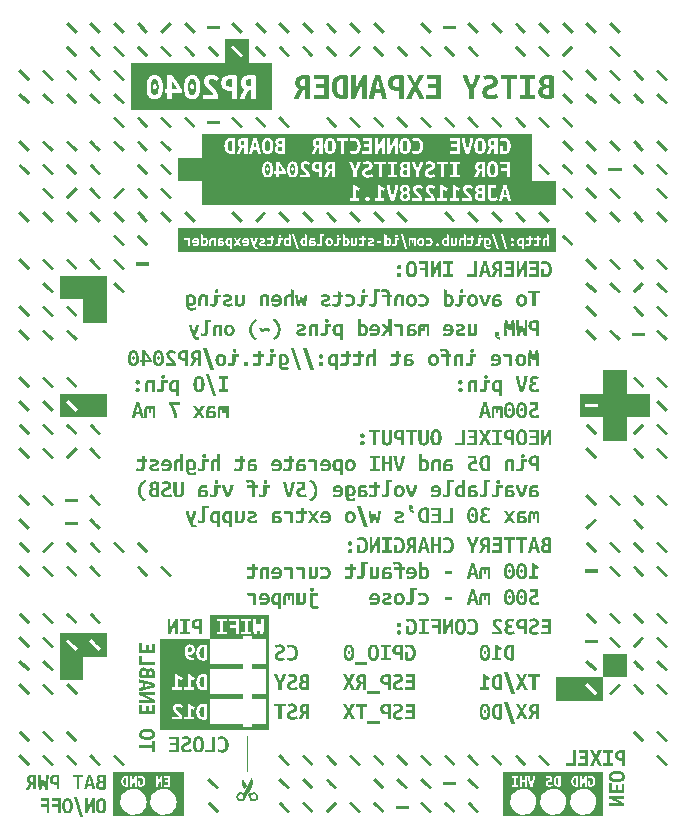
<source format=gbr>
G04 This is an RS-274x file exported by *
G04 gerbv version 2.7.0 *
G04 More information is available about gerbv at *
G04 http://gerbv.geda-project.org/ *
G04 --End of header info--*
%MOIN*%
%FSLAX36Y36*%
%IPPOS*%
G04 --Define apertures--*
%ADD10C,0.0139*%
G04 --Start main section--*
G54D10*
G36*
G01X0944897Y0315079D02*
G01X0944897Y0393779D01*
G01X0866097Y0393779D01*
G01X0866097Y0315079D01*
G01X0944897Y0315079D01*
G37*
G36*
G01X-866203Y0305079D02*
G01X-866203Y0383779D01*
G01X-944903Y0383779D01*
G01X-944903Y0305079D01*
G01X-866203Y0305079D01*
G37*
G36*
G01X-319903Y0118079D02*
G01X-322503Y0118079D01*
G01X-322503Y-000021D01*
G01X-319903Y-000021D01*
G01X-317403Y-000021D01*
G01X-317403Y0118079D01*
G01X-319903Y0118079D01*
G37*
G36*
G01X0912797Y2480379D02*
G01X0912797Y2480379D01*
G01X0925097Y2468079D01*
G01X0917597Y2460579D01*
G01X0905297Y2472879D01*
G01X0905297Y2472879D01*
G01X0898097Y2480179D01*
G01X0898097Y2480179D01*
G01X0885697Y2492479D01*
G01X0893197Y2499979D01*
G01X0905597Y2487679D01*
G01X0905597Y2487679D01*
G01X0912797Y2480379D01*
G01X0912797Y2480379D01*
G37*
G36*
G01X0912797Y2401679D02*
G01X0912797Y2401679D01*
G01X0925097Y2389279D01*
G01X0917597Y2381779D01*
G01X0905297Y2394179D01*
G01X0905297Y2394179D01*
G01X0898097Y2401379D01*
G01X0898097Y2401379D01*
G01X0885697Y2413779D01*
G01X0893197Y2421279D01*
G01X0905597Y2408879D01*
G01X0905597Y2408879D01*
G01X0912797Y2401679D01*
G01X0912797Y2401679D01*
G37*
G36*
G01X0912797Y2323079D02*
G01X0912797Y2323079D01*
G01X0925097Y2310679D01*
G01X0917597Y2303179D01*
G01X0905297Y2315579D01*
G01X0905297Y2315579D01*
G01X0898097Y2322779D01*
G01X0898097Y2322779D01*
G01X0885697Y2335179D01*
G01X0893197Y2342679D01*
G01X0905597Y2330279D01*
G01X0905597Y2330279D01*
G01X0912797Y2323079D01*
G01X0912797Y2323079D01*
G37*
G36*
G01X0912797Y2244279D02*
G01X0912797Y2244279D01*
G01X0925097Y2231979D01*
G01X0917597Y2224479D01*
G01X0905297Y2236779D01*
G01X0905297Y2236779D01*
G01X0898097Y2244079D01*
G01X0898097Y2244079D01*
G01X0885697Y2256379D01*
G01X0893197Y2263879D01*
G01X0905597Y2251579D01*
G01X0905597Y2251579D01*
G01X0912797Y2244279D01*
G01X0912797Y2244279D01*
G37*
G36*
G01X0991497Y2323079D02*
G01X0991497Y2323079D01*
G01X1003897Y2310679D01*
G01X0996397Y2303179D01*
G01X0983997Y2315579D01*
G01X0983997Y2315579D01*
G01X0976797Y2322779D01*
G01X0976797Y2322779D01*
G01X0964397Y2335179D01*
G01X0971897Y2342679D01*
G01X0984297Y2330279D01*
G01X0984297Y2330279D01*
G01X0991497Y2323079D01*
G01X0991497Y2323079D01*
G37*
G36*
G01X1070297Y2323079D02*
G01X1070297Y2323079D01*
G01X1082597Y2310679D01*
G01X1075097Y2303179D01*
G01X1062797Y2315579D01*
G01X1062797Y2315579D01*
G01X1055597Y2322779D01*
G01X1055597Y2322779D01*
G01X1043197Y2335179D01*
G01X1050697Y2342679D01*
G01X1063097Y2330279D01*
G01X1063097Y2330279D01*
G01X1070297Y2323079D01*
G01X1070297Y2323079D01*
G37*
G36*
G01X1070297Y2244279D02*
G01X1070297Y2244279D01*
G01X1082597Y2231979D01*
G01X1075097Y2224479D01*
G01X1062797Y2236779D01*
G01X1062797Y2236779D01*
G01X1055597Y2244079D01*
G01X1055597Y2244079D01*
G01X1043197Y2256379D01*
G01X1050697Y2263879D01*
G01X1063097Y2251579D01*
G01X1063097Y2251579D01*
G01X1070297Y2244279D01*
G01X1070297Y2244279D01*
G37*
G36*
G01X0991497Y2244279D02*
G01X0991497Y2244279D01*
G01X1003897Y2231979D01*
G01X0996397Y2224479D01*
G01X0983997Y2236779D01*
G01X0983997Y2236779D01*
G01X0976797Y2244079D01*
G01X0976797Y2244079D01*
G01X0964397Y2256379D01*
G01X0971897Y2263879D01*
G01X0984297Y2251579D01*
G01X0984297Y2251579D01*
G01X0991497Y2244279D01*
G01X0991497Y2244279D01*
G37*
G36*
G01X0755397Y2323079D02*
G01X0755397Y2323079D01*
G01X0767797Y2310679D01*
G01X0760297Y2303179D01*
G01X0747897Y2315579D01*
G01X0747897Y2315579D01*
G01X0740697Y2322779D01*
G01X0740697Y2322779D01*
G01X0728297Y2335179D01*
G01X0735797Y2342679D01*
G01X0748197Y2330279D01*
G01X0748197Y2330279D01*
G01X0755397Y2323079D01*
G01X0755397Y2323079D01*
G37*
G36*
G01X0755397Y2244279D02*
G01X0755397Y2244279D01*
G01X0767797Y2231979D01*
G01X0760297Y2224479D01*
G01X0747897Y2236779D01*
G01X0747897Y2236779D01*
G01X0740697Y2244079D01*
G01X0740697Y2244079D01*
G01X0728297Y2256379D01*
G01X0735797Y2263879D01*
G01X0748197Y2251579D01*
G01X0748197Y2251579D01*
G01X0755397Y2244279D01*
G01X0755397Y2244279D01*
G37*
G36*
G01X0834197Y2323079D02*
G01X0834197Y2323079D01*
G01X0846497Y2310679D01*
G01X0838997Y2303179D01*
G01X0826697Y2315579D01*
G01X0826697Y2315579D01*
G01X0819397Y2322779D01*
G01X0819397Y2322779D01*
G01X0807097Y2335179D01*
G01X0814597Y2342679D01*
G01X0826897Y2330279D01*
G01X0826897Y2330279D01*
G01X0834197Y2323079D01*
G01X0834197Y2323079D01*
G37*
G36*
G01X0834197Y2244279D02*
G01X0834197Y2244279D01*
G01X0846497Y2231979D01*
G01X0838997Y2224479D01*
G01X0826697Y2236779D01*
G01X0826697Y2236779D01*
G01X0819397Y2244079D01*
G01X0819397Y2244079D01*
G01X0807097Y2256379D01*
G01X0814597Y2263879D01*
G01X0826897Y2251579D01*
G01X0826897Y2251579D01*
G01X0834197Y2244279D01*
G01X0834197Y2244279D01*
G37*
G36*
G01X0755397Y2165579D02*
G01X0755397Y2165579D01*
G01X0767797Y2153179D01*
G01X0760297Y2145679D01*
G01X0747897Y2158079D01*
G01X0747897Y2158079D01*
G01X0740697Y2165279D01*
G01X0740697Y2165279D01*
G01X0728297Y2177679D01*
G01X0735797Y2185179D01*
G01X0748197Y2172779D01*
G01X0748197Y2172779D01*
G01X0755397Y2165579D01*
G01X0755397Y2165579D01*
G37*
G36*
G01X0676697Y2165579D02*
G01X0676697Y2165579D01*
G01X0688997Y2153179D01*
G01X0681497Y2145679D01*
G01X0669197Y2158079D01*
G01X0669197Y2158079D01*
G01X0661897Y2165279D01*
G01X0661897Y2165279D01*
G01X0649597Y2177679D01*
G01X0657097Y2185179D01*
G01X0669397Y2172779D01*
G01X0669397Y2172779D01*
G01X0676697Y2165579D01*
G01X0676697Y2165579D01*
G37*
G36*
G01X0597897Y2165579D02*
G01X0597897Y2165579D01*
G01X0610297Y2153179D01*
G01X0602797Y2145679D01*
G01X0590397Y2158079D01*
G01X0590397Y2158079D01*
G01X0583197Y2165279D01*
G01X0583197Y2165279D01*
G01X0570797Y2177679D01*
G01X0578297Y2185179D01*
G01X0590697Y2172779D01*
G01X0590697Y2172779D01*
G01X0597897Y2165579D01*
G01X0597897Y2165579D01*
G37*
G36*
G01X0519197Y2165579D02*
G01X0519197Y2165579D01*
G01X0531497Y2153179D01*
G01X0523997Y2145679D01*
G01X0511697Y2158079D01*
G01X0511697Y2158079D01*
G01X0504397Y2165279D01*
G01X0504397Y2165279D01*
G01X0492097Y2177679D01*
G01X0499597Y2185179D01*
G01X0511897Y2172779D01*
G01X0511897Y2172779D01*
G01X0519197Y2165579D01*
G01X0519197Y2165579D01*
G37*
G36*
G01X0440397Y2165579D02*
G01X0440397Y2165579D01*
G01X0452797Y2153179D01*
G01X0445297Y2145679D01*
G01X0432897Y2158079D01*
G01X0432897Y2158079D01*
G01X0425697Y2165279D01*
G01X0425697Y2165279D01*
G01X0413297Y2177679D01*
G01X0420797Y2185179D01*
G01X0433197Y2172779D01*
G01X0433197Y2172779D01*
G01X0440397Y2165579D01*
G01X0440397Y2165579D01*
G37*
G36*
G01X0361697Y2165579D02*
G01X0361697Y2165579D01*
G01X0373997Y2153179D01*
G01X0366497Y2145679D01*
G01X0354197Y2158079D01*
G01X0354197Y2158079D01*
G01X0346897Y2165279D01*
G01X0346897Y2165279D01*
G01X0334597Y2177679D01*
G01X0342097Y2185179D01*
G01X0354397Y2172779D01*
G01X0354397Y2172779D01*
G01X0361697Y2165579D01*
G01X0361697Y2165579D01*
G37*
G36*
G01X0282897Y2165579D02*
G01X0282897Y2165579D01*
G01X0295297Y2153179D01*
G01X0287797Y2145679D01*
G01X0275397Y2158079D01*
G01X0275397Y2158079D01*
G01X0268197Y2165279D01*
G01X0268197Y2165279D01*
G01X0255797Y2177679D01*
G01X0263297Y2185179D01*
G01X0275697Y2172779D01*
G01X0275697Y2172779D01*
G01X0282897Y2165579D01*
G01X0282897Y2165579D01*
G37*
G36*
G01X0204197Y2165579D02*
G01X0204197Y2165579D01*
G01X0216497Y2153179D01*
G01X0208997Y2145679D01*
G01X0196697Y2158079D01*
G01X0196697Y2158079D01*
G01X0189397Y2165279D01*
G01X0189397Y2165279D01*
G01X0177097Y2177679D01*
G01X0184597Y2185179D01*
G01X0196897Y2172779D01*
G01X0196897Y2172779D01*
G01X0204197Y2165579D01*
G01X0204197Y2165579D01*
G37*
G36*
G01X0125397Y2165579D02*
G01X0125397Y2165579D01*
G01X0137797Y2153179D01*
G01X0130297Y2145679D01*
G01X0117897Y2158079D01*
G01X0117897Y2158079D01*
G01X0110697Y2165279D01*
G01X0110697Y2165279D01*
G01X0098297Y2177679D01*
G01X0105797Y2185179D01*
G01X0118197Y2172779D01*
G01X0118197Y2172779D01*
G01X0125397Y2165579D01*
G01X0125397Y2165579D01*
G37*
G36*
G01X0046697Y2165579D02*
G01X0046697Y2165579D01*
G01X0058997Y2153179D01*
G01X0051497Y2145679D01*
G01X0039197Y2158079D01*
G01X0039197Y2158079D01*
G01X0031897Y2165279D01*
G01X0031897Y2165279D01*
G01X0019597Y2177679D01*
G01X0027197Y2184979D01*
G01X0039597Y2172679D01*
G01X0039597Y2172679D01*
G01X0046697Y2165579D01*
G01X0046697Y2165579D01*
G37*
G36*
G01X-032103Y2165579D02*
G01X-032103Y2165579D01*
G01X-019703Y2153179D01*
G01X-027203Y2145679D01*
G01X-039603Y2158079D01*
G01X-039603Y2158079D01*
G01X-046803Y2165279D01*
G01X-046803Y2165279D01*
G01X-059203Y2177679D01*
G01X-051703Y2185179D01*
G01X-039303Y2172779D01*
G01X-039303Y2172779D01*
G01X-032103Y2165579D01*
G01X-032103Y2165579D01*
G37*
G36*
G01X-189603Y2165579D02*
G01X-189603Y2165579D01*
G01X-177203Y2153179D01*
G01X-184703Y2145679D01*
G01X-197103Y2158079D01*
G01X-197103Y2158079D01*
G01X-204303Y2165279D01*
G01X-204303Y2165279D01*
G01X-216703Y2177679D01*
G01X-209203Y2185179D01*
G01X-196803Y2172779D01*
G01X-196803Y2172779D01*
G01X-189603Y2165579D01*
G01X-189603Y2165579D01*
G37*
G36*
G01X-268203Y2165579D02*
G01X-268203Y2165579D01*
G01X-255803Y2153179D01*
G01X-263303Y2145679D01*
G01X-275703Y2158079D01*
G01X-275703Y2158079D01*
G01X-282903Y2165279D01*
G01X-282903Y2165279D01*
G01X-295303Y2177679D01*
G01X-287803Y2185179D01*
G01X-275403Y2172779D01*
G01X-275403Y2172779D01*
G01X-268203Y2165579D01*
G01X-268203Y2165579D01*
G37*
G36*
G01X-346903Y2165579D02*
G01X-346903Y2165579D01*
G01X-334603Y2153179D01*
G01X-342103Y2145679D01*
G01X-354403Y2158079D01*
G01X-354403Y2158079D01*
G01X-361703Y2165179D01*
G01X-361703Y2165179D01*
G01X-374003Y2177479D01*
G01X-366503Y2184979D01*
G01X-354203Y2172679D01*
G01X-354203Y2172679D01*
G01X-346903Y2165579D01*
G01X-346903Y2165579D01*
G37*
G36*
G01X-428003Y2170679D02*
G01X-428003Y2170679D01*
G01X-410503Y2170679D01*
G01X-410503Y2159979D01*
G01X-428003Y2159979D01*
G01X-428003Y2159979D01*
G01X-438203Y2159979D01*
G01X-438203Y2159979D01*
G01X-455703Y2159979D01*
G01X-455703Y2170679D01*
G01X-438203Y2170679D01*
G01X-438203Y2170679D01*
G01X-428003Y2170679D01*
G01X-428003Y2170679D01*
G37*
G36*
G01X-504403Y2165579D02*
G01X-504403Y2165579D01*
G01X-492103Y2153179D01*
G01X-499603Y2145679D01*
G01X-511903Y2158079D01*
G01X-511903Y2158079D01*
G01X-519203Y2165279D01*
G01X-519203Y2165279D01*
G01X-531503Y2177679D01*
G01X-524003Y2185179D01*
G01X-511703Y2172779D01*
G01X-511703Y2172779D01*
G01X-504403Y2165579D01*
G01X-504403Y2165579D01*
G37*
G36*
G01X-740703Y2244279D02*
G01X-740703Y2244279D01*
G01X-728303Y2231979D01*
G01X-735803Y2224479D01*
G01X-748203Y2236779D01*
G01X-748203Y2236779D01*
G01X-755403Y2244079D01*
G01X-755403Y2244079D01*
G01X-767803Y2256379D01*
G01X-760303Y2263879D01*
G01X-747903Y2251579D01*
G01X-747903Y2251579D01*
G01X-740703Y2244279D01*
G01X-740703Y2244279D01*
G37*
G36*
G01X-819403Y2244279D02*
G01X-819403Y2244279D01*
G01X-807103Y2231979D01*
G01X-814603Y2224479D01*
G01X-826903Y2236779D01*
G01X-826903Y2236779D01*
G01X-834203Y2244079D01*
G01X-834203Y2244079D01*
G01X-846503Y2256379D01*
G01X-839003Y2263879D01*
G01X-826703Y2251579D01*
G01X-826703Y2251579D01*
G01X-819403Y2244279D01*
G01X-819403Y2244279D01*
G37*
G36*
G01X-898203Y2244279D02*
G01X-898203Y2244279D01*
G01X-885803Y2231979D01*
G01X-893303Y2224479D01*
G01X-905703Y2236779D01*
G01X-905703Y2236779D01*
G01X-912903Y2244079D01*
G01X-912903Y2244079D01*
G01X-925303Y2256379D01*
G01X-917803Y2263879D01*
G01X-905403Y2251579D01*
G01X-905403Y2251579D01*
G01X-898203Y2244279D01*
G01X-898203Y2244279D01*
G37*
G36*
G01X-976903Y2244279D02*
G01X-976903Y2244279D01*
G01X-964603Y2231979D01*
G01X-972103Y2224479D01*
G01X-984403Y2236779D01*
G01X-984403Y2236779D01*
G01X-991703Y2244079D01*
G01X-991703Y2244079D01*
G01X-1004003Y2256379D01*
G01X-996503Y2263879D01*
G01X-984203Y2251579D01*
G01X-984203Y2251579D01*
G01X-976903Y2244279D01*
G01X-976903Y2244279D01*
G37*
G36*
G01X-1055703Y2244279D02*
G01X-1055703Y2244279D01*
G01X-1043303Y2231979D01*
G01X-1050803Y2224479D01*
G01X-1063203Y2236779D01*
G01X-1063203Y2236779D01*
G01X-1070403Y2244079D01*
G01X-1070403Y2244079D01*
G01X-1082603Y2256279D01*
G01X-1075103Y2263779D01*
G01X-1062803Y2251379D01*
G01X-1062803Y2251379D01*
G01X-1055703Y2244279D01*
G01X-1055703Y2244279D01*
G37*
G36*
G01X-740703Y2323079D02*
G01X-740703Y2323079D01*
G01X-728303Y2310679D01*
G01X-735803Y2303179D01*
G01X-748203Y2315579D01*
G01X-748203Y2315579D01*
G01X-755403Y2322779D01*
G01X-755403Y2322779D01*
G01X-767803Y2335179D01*
G01X-760303Y2342679D01*
G01X-747903Y2330279D01*
G01X-747903Y2330279D01*
G01X-740703Y2323079D01*
G01X-740703Y2323079D01*
G37*
G36*
G01X-819403Y2323079D02*
G01X-819403Y2323079D01*
G01X-807103Y2310679D01*
G01X-814603Y2303179D01*
G01X-826903Y2315579D01*
G01X-826903Y2315579D01*
G01X-834203Y2322779D01*
G01X-834203Y2322779D01*
G01X-846503Y2335179D01*
G01X-839003Y2342679D01*
G01X-826703Y2330279D01*
G01X-826703Y2330279D01*
G01X-819403Y2323079D01*
G01X-819403Y2323079D01*
G37*
G36*
G01X-898203Y2323079D02*
G01X-898203Y2323079D01*
G01X-885803Y2310679D01*
G01X-893303Y2303179D01*
G01X-905703Y2315579D01*
G01X-905703Y2315579D01*
G01X-912903Y2322779D01*
G01X-912903Y2322779D01*
G01X-925303Y2335179D01*
G01X-917803Y2342679D01*
G01X-905403Y2330279D01*
G01X-905403Y2330279D01*
G01X-898203Y2323079D01*
G01X-898203Y2323079D01*
G37*
G36*
G01X-740703Y2401679D02*
G01X-740703Y2401679D01*
G01X-728303Y2389279D01*
G01X-735803Y2381779D01*
G01X-748203Y2394179D01*
G01X-748203Y2394179D01*
G01X-755403Y2401379D01*
G01X-755403Y2401379D01*
G01X-767803Y2413779D01*
G01X-760303Y2421279D01*
G01X-747903Y2408879D01*
G01X-747903Y2408879D01*
G01X-740703Y2401679D01*
G01X-740703Y2401679D01*
G37*
G36*
G01X-819403Y2401679D02*
G01X-819403Y2401679D01*
G01X-807103Y2389279D01*
G01X-814603Y2381779D01*
G01X-826903Y2394179D01*
G01X-826903Y2394179D01*
G01X-834203Y2401379D01*
G01X-834203Y2401379D01*
G01X-846503Y2413779D01*
G01X-839003Y2421279D01*
G01X-826703Y2408879D01*
G01X-826703Y2408879D01*
G01X-819403Y2401679D01*
G01X-819403Y2401679D01*
G37*
G36*
G01X-898203Y2401679D02*
G01X-898203Y2401679D01*
G01X-885803Y2389279D01*
G01X-893303Y2381779D01*
G01X-905703Y2394179D01*
G01X-905703Y2394179D01*
G01X-912903Y2401379D01*
G01X-912903Y2401379D01*
G01X-925303Y2413779D01*
G01X-917803Y2421279D01*
G01X-905403Y2408879D01*
G01X-905403Y2408879D01*
G01X-898203Y2401679D01*
G01X-898203Y2401679D01*
G37*
G36*
G01X-740703Y2480379D02*
G01X-740703Y2480379D01*
G01X-728303Y2468079D01*
G01X-735803Y2460579D01*
G01X-748203Y2472879D01*
G01X-748203Y2472879D01*
G01X-755403Y2480179D01*
G01X-755403Y2480179D01*
G01X-767803Y2492479D01*
G01X-760303Y2499979D01*
G01X-747903Y2487679D01*
G01X-747903Y2487679D01*
G01X-740703Y2480379D01*
G01X-740703Y2480379D01*
G37*
G36*
G01X-819403Y2480379D02*
G01X-819403Y2480379D01*
G01X-807103Y2468079D01*
G01X-814603Y2460579D01*
G01X-826903Y2472879D01*
G01X-826903Y2472879D01*
G01X-834203Y2480179D01*
G01X-834203Y2480179D01*
G01X-846503Y2492479D01*
G01X-839003Y2499979D01*
G01X-826703Y2487679D01*
G01X-826703Y2487679D01*
G01X-819403Y2480379D01*
G01X-819403Y2480379D01*
G37*
G36*
G01X-898203Y2480379D02*
G01X-898203Y2480379D01*
G01X-885803Y2468079D01*
G01X-893303Y2460579D01*
G01X-905703Y2472879D01*
G01X-905703Y2472879D01*
G01X-912903Y2480179D01*
G01X-912903Y2480179D01*
G01X-925303Y2492479D01*
G01X-917803Y2499979D01*
G01X-905403Y2487679D01*
G01X-905403Y2487679D01*
G01X-898203Y2480379D01*
G01X-898203Y2480379D01*
G37*
G36*
G01X-504403Y2401679D02*
G01X-504403Y2401679D01*
G01X-492103Y2389279D01*
G01X-499603Y2381779D01*
G01X-511903Y2394179D01*
G01X-511903Y2394179D01*
G01X-519203Y2401379D01*
G01X-519203Y2401379D01*
G01X-531503Y2413779D01*
G01X-524003Y2421279D01*
G01X-511703Y2408879D01*
G01X-511703Y2408879D01*
G01X-504403Y2401679D01*
G01X-504403Y2401679D01*
G37*
G36*
G01X-425703Y2401679D02*
G01X-425703Y2401679D01*
G01X-413303Y2389279D01*
G01X-420803Y2381779D01*
G01X-433203Y2394179D01*
G01X-433203Y2394179D01*
G01X-440403Y2401379D01*
G01X-440403Y2401379D01*
G01X-452803Y2413779D01*
G01X-445303Y2421279D01*
G01X-432903Y2408879D01*
G01X-432903Y2408879D01*
G01X-425703Y2401679D01*
G01X-425703Y2401679D01*
G37*
G36*
G01X-583203Y2401679D02*
G01X-583203Y2401679D01*
G01X-570803Y2389279D01*
G01X-578303Y2381779D01*
G01X-590703Y2394179D01*
G01X-590703Y2394179D01*
G01X-597903Y2401379D01*
G01X-597903Y2401379D01*
G01X-610303Y2413779D01*
G01X-602803Y2421279D01*
G01X-590403Y2408879D01*
G01X-590403Y2408879D01*
G01X-583203Y2401679D01*
G01X-583203Y2401679D01*
G37*
G36*
G01X-661903Y2401679D02*
G01X-661903Y2401679D01*
G01X-649603Y2389279D01*
G01X-657103Y2381779D01*
G01X-669403Y2394179D01*
G01X-669403Y2394179D01*
G01X-676703Y2401379D01*
G01X-676703Y2401379D01*
G01X-689003Y2413779D01*
G01X-681503Y2421279D01*
G01X-669203Y2408879D01*
G01X-669203Y2408879D01*
G01X-661903Y2401679D01*
G01X-661903Y2401679D01*
G37*
G36*
G01X-504403Y2480379D02*
G01X-504403Y2480379D01*
G01X-492103Y2468079D01*
G01X-499603Y2460579D01*
G01X-511903Y2472879D01*
G01X-511903Y2472879D01*
G01X-519203Y2480179D01*
G01X-519203Y2480179D01*
G01X-531503Y2492479D01*
G01X-524003Y2499979D01*
G01X-511703Y2487679D01*
G01X-511703Y2487679D01*
G01X-504403Y2480379D01*
G01X-504403Y2480379D01*
G37*
G36*
G01X-428003Y2485579D02*
G01X-428003Y2485579D01*
G01X-410503Y2485579D01*
G01X-410503Y2474879D01*
G01X-428003Y2474879D01*
G01X-428003Y2474879D01*
G01X-438203Y2474879D01*
G01X-438203Y2474879D01*
G01X-455703Y2474879D01*
G01X-455703Y2485579D01*
G01X-438203Y2485579D01*
G01X-438203Y2485579D01*
G01X-428003Y2485579D01*
G01X-428003Y2485579D01*
G37*
G36*
G01X-346903Y2480379D02*
G01X-346903Y2480379D01*
G01X-334603Y2468079D01*
G01X-342203Y2460579D01*
G01X-354603Y2472879D01*
G01X-354603Y2472879D01*
G01X-361703Y2480179D01*
G01X-361703Y2480179D01*
G01X-374003Y2492479D01*
G01X-366503Y2499979D01*
G01X-354203Y2487679D01*
G01X-354203Y2487679D01*
G01X-346903Y2480379D01*
G01X-346903Y2480379D01*
G37*
G36*
G01X-590703Y2487679D02*
G01X-590703Y2487679D01*
G01X-578303Y2499979D01*
G01X-570803Y2492479D01*
G01X-583203Y2480179D01*
G01X-583203Y2480179D01*
G01X-590403Y2472879D01*
G01X-590403Y2472879D01*
G01X-602803Y2460579D01*
G01X-610303Y2468179D01*
G01X-597903Y2480579D01*
G01X-597903Y2480579D01*
G01X-590703Y2487679D01*
G01X-590703Y2487679D01*
G37*
G36*
G01X-661903Y2480379D02*
G01X-661903Y2480379D01*
G01X-649603Y2468079D01*
G01X-657103Y2460579D01*
G01X-669403Y2472879D01*
G01X-669403Y2472879D01*
G01X-676703Y2480179D01*
G01X-676703Y2480179D01*
G01X-689003Y2492479D01*
G01X-681503Y2499979D01*
G01X-669203Y2487679D01*
G01X-669203Y2487679D01*
G01X-661903Y2480379D01*
G01X-661903Y2480379D01*
G37*
G36*
G01X-976903Y2323079D02*
G01X-976903Y2323079D01*
G01X-964603Y2310679D01*
G01X-972103Y2303179D01*
G01X-984403Y2315579D01*
G01X-984403Y2315579D01*
G01X-991703Y2322779D01*
G01X-991703Y2322779D01*
G01X-1004003Y2335179D01*
G01X-996503Y2342679D01*
G01X-984203Y2330279D01*
G01X-984203Y2330279D01*
G01X-976903Y2323079D01*
G01X-976903Y2323079D01*
G37*
G36*
G01X-1055703Y2323079D02*
G01X-1055703Y2323079D01*
G01X-1043303Y2310679D01*
G01X-1050803Y2303179D01*
G01X-1063203Y2315579D01*
G01X-1063203Y2315579D01*
G01X-1070403Y2322779D01*
G01X-1070403Y2322779D01*
G01X-1082803Y2335179D01*
G01X-1075303Y2342679D01*
G01X-1062903Y2330279D01*
G01X-1062903Y2330279D01*
G01X-1055703Y2323079D01*
G01X-1055703Y2323079D01*
G37*
G36*
G01X0834197Y2480379D02*
G01X0834197Y2480379D01*
G01X0846497Y2468079D01*
G01X0838997Y2460579D01*
G01X0826697Y2472879D01*
G01X0826697Y2472879D01*
G01X0819397Y2480179D01*
G01X0819397Y2480179D01*
G01X0807097Y2492479D01*
G01X0814597Y2499979D01*
G01X0826897Y2487679D01*
G01X0826897Y2487679D01*
G01X0834197Y2480379D01*
G01X0834197Y2480379D01*
G37*
G36*
G01X0755397Y2480379D02*
G01X0755397Y2480379D01*
G01X0767797Y2468079D01*
G01X0760297Y2460579D01*
G01X0747897Y2472879D01*
G01X0747897Y2472879D01*
G01X0740697Y2480179D01*
G01X0740697Y2480179D01*
G01X0728297Y2492479D01*
G01X0735797Y2499979D01*
G01X0748197Y2487679D01*
G01X0748197Y2487679D01*
G01X0755397Y2480379D01*
G01X0755397Y2480379D01*
G37*
G36*
G01X0747797Y2408879D02*
G01X0747797Y2408879D01*
G01X0760097Y2421279D01*
G01X0767597Y2413779D01*
G01X0755297Y2401379D01*
G01X0755297Y2401379D01*
G01X0748097Y2394179D01*
G01X0748097Y2394179D01*
G01X0735697Y2381779D01*
G01X0728197Y2389279D01*
G01X0740597Y2401679D01*
G01X0740597Y2401679D01*
G01X0747797Y2408879D01*
G01X0747797Y2408879D01*
G37*
G36*
G01X0676697Y2480379D02*
G01X0676697Y2480379D01*
G01X0688997Y2468079D01*
G01X0681497Y2460579D01*
G01X0669197Y2472879D01*
G01X0669197Y2472879D01*
G01X0661897Y2480179D01*
G01X0661897Y2480179D01*
G01X0649597Y2492479D01*
G01X0657097Y2499979D01*
G01X0669397Y2487679D01*
G01X0669397Y2487679D01*
G01X0676697Y2480379D01*
G01X0676697Y2480379D01*
G37*
G36*
G01X0597897Y2480379D02*
G01X0597897Y2480379D01*
G01X0610297Y2468079D01*
G01X0602797Y2460579D01*
G01X0590397Y2472879D01*
G01X0590397Y2472879D01*
G01X0583197Y2480179D01*
G01X0583197Y2480179D01*
G01X0570797Y2492479D01*
G01X0578297Y2499979D01*
G01X0590697Y2487679D01*
G01X0590697Y2487679D01*
G01X0597897Y2480379D01*
G01X0597897Y2480379D01*
G37*
G36*
G01X0519197Y2480379D02*
G01X0519197Y2480379D01*
G01X0531497Y2468079D01*
G01X0523997Y2460579D01*
G01X0511697Y2472879D01*
G01X0511697Y2472879D01*
G01X0504397Y2480179D01*
G01X0504397Y2480179D01*
G01X0492097Y2492479D01*
G01X0499597Y2499979D01*
G01X0511897Y2487679D01*
G01X0511897Y2487679D01*
G01X0519197Y2480379D01*
G01X0519197Y2480379D01*
G37*
G36*
G01X0440397Y2480379D02*
G01X0440397Y2480379D01*
G01X0452797Y2468079D01*
G01X0445297Y2460579D01*
G01X0432897Y2472879D01*
G01X0432897Y2472879D01*
G01X0425697Y2480179D01*
G01X0425697Y2480179D01*
G01X0413297Y2492479D01*
G01X0420797Y2499979D01*
G01X0433197Y2487679D01*
G01X0433197Y2487679D01*
G01X0440397Y2480379D01*
G01X0440397Y2480379D01*
G37*
G36*
G01X0359397Y2485579D02*
G01X0359397Y2485579D01*
G01X0376897Y2485579D01*
G01X0376897Y2474879D01*
G01X0359397Y2474879D01*
G01X0359397Y2474879D01*
G01X0349297Y2474879D01*
G01X0349297Y2474879D01*
G01X0331797Y2474879D01*
G01X0331797Y2485579D01*
G01X0349297Y2485579D01*
G01X0349297Y2485579D01*
G01X0359397Y2485579D01*
G01X0359397Y2485579D01*
G37*
G36*
G01X0282897Y2480379D02*
G01X0282897Y2480379D01*
G01X0295297Y2468079D01*
G01X0287797Y2460579D01*
G01X0275397Y2472879D01*
G01X0275397Y2472879D01*
G01X0268197Y2480179D01*
G01X0268197Y2480179D01*
G01X0255797Y2492479D01*
G01X0263297Y2499979D01*
G01X0275697Y2487679D01*
G01X0275697Y2487679D01*
G01X0282897Y2480379D01*
G01X0282897Y2480379D01*
G37*
G36*
G01X0676697Y2401679D02*
G01X0676697Y2401679D01*
G01X0688997Y2389279D01*
G01X0681497Y2381779D01*
G01X0669197Y2394179D01*
G01X0669197Y2394179D01*
G01X0661897Y2401379D01*
G01X0661897Y2401379D01*
G01X0649597Y2413779D01*
G01X0657097Y2421279D01*
G01X0669397Y2408879D01*
G01X0669397Y2408879D01*
G01X0676697Y2401679D01*
G01X0676697Y2401679D01*
G37*
G36*
G01X0597897Y2401679D02*
G01X0597897Y2401679D01*
G01X0610297Y2389279D01*
G01X0602797Y2381779D01*
G01X0590397Y2394179D01*
G01X0590397Y2394179D01*
G01X0583197Y2401379D01*
G01X0583197Y2401379D01*
G01X0570797Y2413779D01*
G01X0578297Y2421279D01*
G01X0590697Y2408879D01*
G01X0590697Y2408879D01*
G01X0597897Y2401679D01*
G01X0597897Y2401679D01*
G37*
G36*
G01X0440397Y2401679D02*
G01X0440397Y2401679D01*
G01X0452797Y2389279D01*
G01X0445297Y2381779D01*
G01X0432897Y2394179D01*
G01X0432897Y2394179D01*
G01X0425697Y2401379D01*
G01X0425697Y2401379D01*
G01X0413297Y2413779D01*
G01X0420797Y2421279D01*
G01X0433197Y2408879D01*
G01X0433197Y2408879D01*
G01X0440397Y2401679D01*
G01X0440397Y2401679D01*
G37*
G36*
G01X0361697Y2401679D02*
G01X0361697Y2401679D01*
G01X0373997Y2389279D01*
G01X0366497Y2381779D01*
G01X0354197Y2394179D01*
G01X0354197Y2394179D01*
G01X0346897Y2401379D01*
G01X0346897Y2401379D01*
G01X0334597Y2413779D01*
G01X0342097Y2421279D01*
G01X0354397Y2408879D01*
G01X0354397Y2408879D01*
G01X0361697Y2401679D01*
G01X0361697Y2401679D01*
G37*
G36*
G01X0282897Y2401679D02*
G01X0282897Y2401679D01*
G01X0295297Y2389279D01*
G01X0287797Y2381779D01*
G01X0275397Y2394179D01*
G01X0275397Y2394179D01*
G01X0268197Y2401379D01*
G01X0268197Y2401379D01*
G01X0255797Y2413779D01*
G01X0263297Y2421279D01*
G01X0275697Y2408879D01*
G01X0275697Y2408879D01*
G01X0282897Y2401679D01*
G01X0282897Y2401679D01*
G37*
G36*
G01X0204197Y2401679D02*
G01X0204197Y2401679D01*
G01X0216497Y2389279D01*
G01X0208997Y2381779D01*
G01X0196697Y2394179D01*
G01X0196697Y2394179D01*
G01X0189397Y2401379D01*
G01X0189397Y2401379D01*
G01X0177097Y2413779D01*
G01X0184597Y2421279D01*
G01X0196897Y2408879D01*
G01X0196897Y2408879D01*
G01X0204197Y2401679D01*
G01X0204197Y2401679D01*
G37*
G36*
G01X0125397Y2401679D02*
G01X0125397Y2401679D01*
G01X0137797Y2389279D01*
G01X0130297Y2381779D01*
G01X0117897Y2394179D01*
G01X0117897Y2394179D01*
G01X0110697Y2401379D01*
G01X0110697Y2401379D01*
G01X0098297Y2413779D01*
G01X0105797Y2421279D01*
G01X0118197Y2408879D01*
G01X0118197Y2408879D01*
G01X0125397Y2401679D01*
G01X0125397Y2401679D01*
G37*
G36*
G01X0039597Y2394179D02*
G01X0039597Y2394179D01*
G01X0027197Y2381779D01*
G01X0019697Y2389279D01*
G01X0032097Y2401679D01*
G01X0032097Y2401679D01*
G01X0039297Y2408879D01*
G01X0039297Y2408879D01*
G01X0051697Y2421279D01*
G01X0059197Y2413779D01*
G01X0046797Y2401379D01*
G01X0046797Y2401379D01*
G01X0039597Y2394179D01*
G01X0039597Y2394179D01*
G37*
G36*
G01X-032103Y2401679D02*
G01X-032103Y2401679D01*
G01X-019703Y2389279D01*
G01X-027203Y2381779D01*
G01X-039603Y2394179D01*
G01X-039603Y2394179D01*
G01X-046803Y2401379D01*
G01X-046803Y2401379D01*
G01X-059203Y2413779D01*
G01X-051703Y2421279D01*
G01X-039303Y2408879D01*
G01X-039303Y2408879D01*
G01X-032103Y2401679D01*
G01X-032103Y2401679D01*
G37*
G36*
G01X-110803Y2401679D02*
G01X-110803Y2401679D01*
G01X-098503Y2389279D01*
G01X-106003Y2381779D01*
G01X-118303Y2394179D01*
G01X-118303Y2394179D01*
G01X-125603Y2401379D01*
G01X-125603Y2401379D01*
G01X-137903Y2413779D01*
G01X-130403Y2421279D01*
G01X-118103Y2408879D01*
G01X-118103Y2408879D01*
G01X-110803Y2401679D01*
G01X-110803Y2401679D01*
G37*
G36*
G01X-189603Y2401679D02*
G01X-189603Y2401679D01*
G01X-177203Y2389279D01*
G01X-184703Y2381779D01*
G01X-197103Y2394179D01*
G01X-197103Y2394179D01*
G01X-204303Y2401379D01*
G01X-204303Y2401379D01*
G01X-216703Y2413779D01*
G01X-209203Y2421279D01*
G01X-196803Y2408879D01*
G01X-196803Y2408879D01*
G01X-189603Y2401679D01*
G01X-189603Y2401679D01*
G37*
G36*
G01X-268203Y2401679D02*
G01X-268203Y2401679D01*
G01X-255803Y2389279D01*
G01X-263303Y2381779D01*
G01X-275703Y2394179D01*
G01X-275703Y2394179D01*
G01X-282903Y2401379D01*
G01X-282903Y2401379D01*
G01X-295303Y2413779D01*
G01X-287803Y2421279D01*
G01X-275403Y2408879D01*
G01X-275403Y2408879D01*
G01X-268203Y2401679D01*
G01X-268203Y2401679D01*
G37*
G36*
G01X0125397Y2480379D02*
G01X0125397Y2480379D01*
G01X0137797Y2468079D01*
G01X0130297Y2460579D01*
G01X0117897Y2472879D01*
G01X0117897Y2472879D01*
G01X0110697Y2480179D01*
G01X0110697Y2480179D01*
G01X0098297Y2492479D01*
G01X0105797Y2499979D01*
G01X0118197Y2487679D01*
G01X0118197Y2487679D01*
G01X0125397Y2480379D01*
G01X0125397Y2480379D01*
G37*
G36*
G01X0046697Y2480379D02*
G01X0046697Y2480379D01*
G01X0058997Y2468079D01*
G01X0051497Y2460579D01*
G01X0039197Y2472879D01*
G01X0039197Y2472879D01*
G01X0031897Y2480179D01*
G01X0031897Y2480179D01*
G01X0019597Y2492479D01*
G01X0027197Y2499979D01*
G01X0039597Y2487679D01*
G01X0039597Y2487679D01*
G01X0046697Y2480379D01*
G01X0046697Y2480379D01*
G37*
G36*
G01X-032103Y2480379D02*
G01X-032103Y2480379D01*
G01X-019703Y2468079D01*
G01X-027203Y2460579D01*
G01X-039603Y2472879D01*
G01X-039603Y2472879D01*
G01X-046803Y2480179D01*
G01X-046803Y2480179D01*
G01X-059203Y2492479D01*
G01X-051703Y2499979D01*
G01X-039303Y2487679D01*
G01X-039303Y2487679D01*
G01X-032103Y2480379D01*
G01X-032103Y2480379D01*
G37*
G36*
G01X-110803Y2480379D02*
G01X-110803Y2480379D01*
G01X-098503Y2468079D01*
G01X-106003Y2460579D01*
G01X-118303Y2472879D01*
G01X-118303Y2472879D01*
G01X-125603Y2480179D01*
G01X-125603Y2480179D01*
G01X-137903Y2492479D01*
G01X-130403Y2499979D01*
G01X-118103Y2487679D01*
G01X-118103Y2487679D01*
G01X-110803Y2480379D01*
G01X-110803Y2480379D01*
G37*
G36*
G01X-189603Y2480379D02*
G01X-189603Y2480379D01*
G01X-177203Y2468079D01*
G01X-184703Y2460579D01*
G01X-197103Y2472879D01*
G01X-197103Y2472879D01*
G01X-204303Y2480179D01*
G01X-204303Y2480179D01*
G01X-216703Y2492479D01*
G01X-209203Y2499979D01*
G01X-196803Y2487679D01*
G01X-196803Y2487679D01*
G01X-189603Y2480379D01*
G01X-189603Y2480379D01*
G37*
G36*
G01X-268203Y2480379D02*
G01X-268203Y2480379D01*
G01X-255803Y2468079D01*
G01X-263303Y2460579D01*
G01X-275803Y2472879D01*
G01X-275803Y2472879D01*
G01X-283103Y2480179D01*
G01X-283103Y2480179D01*
G01X-295403Y2492479D01*
G01X-287903Y2499979D01*
G01X-275603Y2487679D01*
G01X-275603Y2487679D01*
G01X-268203Y2480379D01*
G01X-268203Y2480379D01*
G37*
G36*
G01X-583203Y2086779D02*
G01X-583203Y2086779D01*
G01X-570803Y2074479D01*
G01X-578303Y2066979D01*
G01X-590703Y2079279D01*
G01X-590703Y2079279D01*
G01X-597903Y2086579D01*
G01X-597903Y2086579D01*
G01X-610303Y2098879D01*
G01X-602803Y2106379D01*
G01X-590403Y2094079D01*
G01X-590403Y2094079D01*
G01X-583203Y2086779D01*
G01X-583203Y2086779D01*
G37*
G36*
G01X-661903Y2086779D02*
G01X-661903Y2086779D01*
G01X-649603Y2074479D01*
G01X-657103Y2066979D01*
G01X-669403Y2079279D01*
G01X-669403Y2079279D01*
G01X-676703Y2086579D01*
G01X-676703Y2086579D01*
G01X-689003Y2098879D01*
G01X-681503Y2106379D01*
G01X-669203Y2094079D01*
G01X-669203Y2094079D01*
G01X-661903Y2086779D01*
G01X-661903Y2086779D01*
G37*
G36*
G01X-740703Y2086779D02*
G01X-740703Y2086779D01*
G01X-728303Y2074479D01*
G01X-735803Y2066979D01*
G01X-748203Y2079279D01*
G01X-748203Y2079279D01*
G01X-755403Y2086579D01*
G01X-755403Y2086579D01*
G01X-767803Y2098879D01*
G01X-760303Y2106379D01*
G01X-747903Y2094079D01*
G01X-747903Y2094079D01*
G01X-740703Y2086779D01*
G01X-740703Y2086779D01*
G37*
G36*
G01X-819403Y2086779D02*
G01X-819403Y2086779D01*
G01X-807103Y2074479D01*
G01X-814603Y2066979D01*
G01X-826903Y2079279D01*
G01X-826903Y2079279D01*
G01X-834203Y2086579D01*
G01X-834203Y2086579D01*
G01X-846503Y2098879D01*
G01X-839003Y2106379D01*
G01X-826703Y2094079D01*
G01X-826703Y2094079D01*
G01X-819403Y2086779D01*
G01X-819403Y2086779D01*
G37*
G36*
G01X-898203Y2086779D02*
G01X-898203Y2086779D01*
G01X-885803Y2074479D01*
G01X-893303Y2066979D01*
G01X-905703Y2079279D01*
G01X-905703Y2079279D01*
G01X-912903Y2086579D01*
G01X-912903Y2086579D01*
G01X-925303Y2098879D01*
G01X-917803Y2106379D01*
G01X-905403Y2094079D01*
G01X-905403Y2094079D01*
G01X-898203Y2086779D01*
G01X-898203Y2086779D01*
G37*
G36*
G01X-976903Y2086779D02*
G01X-976903Y2086779D01*
G01X-964603Y2074479D01*
G01X-972103Y2066979D01*
G01X-984403Y2079279D01*
G01X-984403Y2079279D01*
G01X-991703Y2086579D01*
G01X-991703Y2086579D01*
G01X-1004003Y2098879D01*
G01X-996503Y2106379D01*
G01X-984203Y2094079D01*
G01X-984203Y2094079D01*
G01X-976903Y2086779D01*
G01X-976903Y2086779D01*
G37*
G36*
G01X-1055703Y2086779D02*
G01X-1055703Y2086779D01*
G01X-1043303Y2074479D01*
G01X-1050803Y2066979D01*
G01X-1063203Y2079279D01*
G01X-1063203Y2079279D01*
G01X-1070403Y2086579D01*
G01X-1070403Y2086579D01*
G01X-1082803Y2098879D01*
G01X-1075303Y2106379D01*
G01X-1062903Y2094079D01*
G01X-1062903Y2094079D01*
G01X-1055703Y2086779D01*
G01X-1055703Y2086779D01*
G37*
G36*
G01X-583203Y2008079D02*
G01X-583203Y2008079D01*
G01X-570803Y1995679D01*
G01X-578303Y1988179D01*
G01X-590703Y2000579D01*
G01X-590703Y2000579D01*
G01X-597903Y2007779D01*
G01X-597903Y2007779D01*
G01X-610303Y2020179D01*
G01X-602803Y2027679D01*
G01X-590403Y2015279D01*
G01X-590403Y2015279D01*
G01X-583203Y2008079D01*
G01X-583203Y2008079D01*
G37*
G36*
G01X-661903Y2008079D02*
G01X-661903Y2008079D01*
G01X-649603Y1995679D01*
G01X-657103Y1988179D01*
G01X-669403Y2000579D01*
G01X-669403Y2000579D01*
G01X-676703Y2007779D01*
G01X-676703Y2007779D01*
G01X-689003Y2020179D01*
G01X-681503Y2027679D01*
G01X-669203Y2015279D01*
G01X-669203Y2015279D01*
G01X-661903Y2008079D01*
G01X-661903Y2008079D01*
G37*
G36*
G01X-819403Y2008079D02*
G01X-819403Y2008079D01*
G01X-807103Y1995679D01*
G01X-814603Y1988179D01*
G01X-826903Y2000579D01*
G01X-826903Y2000579D01*
G01X-834203Y2007779D01*
G01X-834203Y2007779D01*
G01X-846503Y2020179D01*
G01X-839003Y2027679D01*
G01X-826703Y2015279D01*
G01X-826703Y2015279D01*
G01X-819403Y2008079D01*
G01X-819403Y2008079D01*
G37*
G36*
G01X-898203Y2008079D02*
G01X-898203Y2008079D01*
G01X-885803Y1995679D01*
G01X-893303Y1988179D01*
G01X-905703Y2000579D01*
G01X-905703Y2000579D01*
G01X-912903Y2007779D01*
G01X-912903Y2007779D01*
G01X-925303Y2020179D01*
G01X-917803Y2027679D01*
G01X-905403Y2015279D01*
G01X-905403Y2015279D01*
G01X-898203Y2008079D01*
G01X-898203Y2008079D01*
G37*
G36*
G01X-976903Y2008079D02*
G01X-976903Y2008079D01*
G01X-964603Y1995679D01*
G01X-972103Y1988179D01*
G01X-984403Y2000579D01*
G01X-984403Y2000579D01*
G01X-991703Y2007779D01*
G01X-991703Y2007779D01*
G01X-1004003Y2020179D01*
G01X-996503Y2027679D01*
G01X-984203Y2015279D01*
G01X-984203Y2015279D01*
G01X-976903Y2008079D01*
G01X-976903Y2008079D01*
G37*
G36*
G01X-1055703Y2008079D02*
G01X-1055703Y2008079D01*
G01X-1043303Y1995679D01*
G01X-1050803Y1988179D01*
G01X-1063203Y2000579D01*
G01X-1063203Y2000579D01*
G01X-1070303Y2007679D01*
G01X-1070303Y2007679D01*
G01X-1082603Y2019979D01*
G01X-1075103Y2027479D01*
G01X-1062803Y2015179D01*
G01X-1062803Y2015179D01*
G01X-1055703Y2008079D01*
G01X-1055703Y2008079D01*
G37*
G36*
G01X-583203Y1929279D02*
G01X-583203Y1929279D01*
G01X-570803Y1916979D01*
G01X-578303Y1909479D01*
G01X-590703Y1921779D01*
G01X-590703Y1921779D01*
G01X-597903Y1929079D01*
G01X-597903Y1929079D01*
G01X-610303Y1941379D01*
G01X-602803Y1948879D01*
G01X-590403Y1936579D01*
G01X-590403Y1936579D01*
G01X-583203Y1929279D01*
G01X-583203Y1929279D01*
G37*
G36*
G01X-661903Y1929279D02*
G01X-661903Y1929279D01*
G01X-649603Y1916979D01*
G01X-657103Y1909479D01*
G01X-669403Y1921779D01*
G01X-669403Y1921779D01*
G01X-676703Y1929079D01*
G01X-676703Y1929079D01*
G01X-689003Y1941379D01*
G01X-681503Y1948879D01*
G01X-669203Y1936579D01*
G01X-669203Y1936579D01*
G01X-661903Y1929279D01*
G01X-661903Y1929279D01*
G37*
G36*
G01X-747903Y1921779D02*
G01X-747903Y1921779D01*
G01X-760303Y1909479D01*
G01X-767803Y1916979D01*
G01X-755403Y1929279D01*
G01X-755403Y1929279D01*
G01X-748203Y1936579D01*
G01X-748203Y1936579D01*
G01X-735803Y1948879D01*
G01X-728303Y1941379D01*
G01X-740703Y1929079D01*
G01X-740703Y1929079D01*
G01X-747903Y1921779D01*
G01X-747903Y1921779D01*
G37*
G36*
G01X-819403Y1929279D02*
G01X-819403Y1929279D01*
G01X-807103Y1916979D01*
G01X-814603Y1909479D01*
G01X-826903Y1921779D01*
G01X-826903Y1921779D01*
G01X-834203Y1929079D01*
G01X-834203Y1929079D01*
G01X-846503Y1941379D01*
G01X-839003Y1948879D01*
G01X-826703Y1936579D01*
G01X-826703Y1936579D01*
G01X-819403Y1929279D01*
G01X-819403Y1929279D01*
G37*
G36*
G01X-905403Y1921779D02*
G01X-905403Y1921779D01*
G01X-917803Y1909479D01*
G01X-925303Y1916979D01*
G01X-912903Y1929279D01*
G01X-912903Y1929279D01*
G01X-905703Y1936579D01*
G01X-905703Y1936579D01*
G01X-893303Y1948879D01*
G01X-885803Y1941379D01*
G01X-898203Y1929079D01*
G01X-898203Y1929079D01*
G01X-905403Y1921779D01*
G01X-905403Y1921779D01*
G37*
G36*
G01X-976903Y1929279D02*
G01X-976903Y1929279D01*
G01X-964603Y1916979D01*
G01X-972103Y1909479D01*
G01X-984403Y1921779D01*
G01X-984403Y1921779D01*
G01X-991703Y1929079D01*
G01X-991703Y1929079D01*
G01X-1004003Y1941379D01*
G01X-996503Y1948879D01*
G01X-984203Y1936579D01*
G01X-984203Y1936579D01*
G01X-976903Y1929279D01*
G01X-976903Y1929279D01*
G37*
G36*
G01X-583203Y1850579D02*
G01X-583203Y1850579D01*
G01X-570803Y1838179D01*
G01X-578303Y1830679D01*
G01X-590703Y1843079D01*
G01X-590703Y1843079D01*
G01X-597903Y1850279D01*
G01X-597903Y1850279D01*
G01X-610303Y1862679D01*
G01X-602803Y1870179D01*
G01X-590403Y1857779D01*
G01X-590403Y1857779D01*
G01X-583203Y1850579D01*
G01X-583203Y1850579D01*
G37*
G36*
G01X-661903Y1850579D02*
G01X-661903Y1850579D01*
G01X-649603Y1838179D01*
G01X-657103Y1830679D01*
G01X-669403Y1843079D01*
G01X-669403Y1843079D01*
G01X-676703Y1850279D01*
G01X-676703Y1850279D01*
G01X-689003Y1862679D01*
G01X-681503Y1870179D01*
G01X-669203Y1857779D01*
G01X-669203Y1857779D01*
G01X-661903Y1850579D01*
G01X-661903Y1850579D01*
G37*
G36*
G01X-740703Y1850579D02*
G01X-740703Y1850579D01*
G01X-728303Y1838179D01*
G01X-735803Y1830679D01*
G01X-748203Y1843079D01*
G01X-748203Y1843079D01*
G01X-755403Y1850279D01*
G01X-755403Y1850279D01*
G01X-767803Y1862679D01*
G01X-760303Y1870179D01*
G01X-747903Y1857779D01*
G01X-747903Y1857779D01*
G01X-740703Y1850579D01*
G01X-740703Y1850579D01*
G37*
G36*
G01X-819403Y1850579D02*
G01X-819403Y1850579D01*
G01X-807103Y1838179D01*
G01X-814603Y1830679D01*
G01X-826903Y1843079D01*
G01X-826903Y1843079D01*
G01X-834203Y1850279D01*
G01X-834203Y1850279D01*
G01X-846503Y1862679D01*
G01X-839003Y1870179D01*
G01X-826703Y1857779D01*
G01X-826703Y1857779D01*
G01X-819403Y1850579D01*
G01X-819403Y1850579D01*
G37*
G36*
G01X-898203Y1850579D02*
G01X-898203Y1850579D01*
G01X-885803Y1838179D01*
G01X-893303Y1830679D01*
G01X-905703Y1843079D01*
G01X-905703Y1843079D01*
G01X-912903Y1850279D01*
G01X-912903Y1850279D01*
G01X-925303Y1862679D01*
G01X-917803Y1870179D01*
G01X-905403Y1857779D01*
G01X-905403Y1857779D01*
G01X-898203Y1850579D01*
G01X-898203Y1850579D01*
G37*
G36*
G01X-976903Y1850579D02*
G01X-976903Y1850579D01*
G01X-964603Y1838179D01*
G01X-972103Y1830679D01*
G01X-984403Y1843079D01*
G01X-984403Y1843079D01*
G01X-991703Y1850279D01*
G01X-991703Y1850279D01*
G01X-1004003Y1862679D01*
G01X-996503Y1870179D01*
G01X-984203Y1857779D01*
G01X-984203Y1857779D01*
G01X-976903Y1850579D01*
G01X-976903Y1850579D01*
G37*
G36*
G01X-1055703Y1850579D02*
G01X-1055703Y1850579D01*
G01X-1043303Y1838179D01*
G01X-1050803Y1830679D01*
G01X-1063203Y1843079D01*
G01X-1063203Y1843079D01*
G01X-1070403Y1850279D01*
G01X-1070403Y1850279D01*
G01X-1082803Y1862679D01*
G01X-1075303Y1870179D01*
G01X-1062903Y1857779D01*
G01X-1062903Y1857779D01*
G01X-1055703Y1850579D01*
G01X-1055703Y1850579D01*
G37*
G36*
G01X-661903Y1771779D02*
G01X-661903Y1771779D01*
G01X-649603Y1759479D01*
G01X-657103Y1751979D01*
G01X-669403Y1764279D01*
G01X-669403Y1764279D01*
G01X-676703Y1771579D01*
G01X-676703Y1771579D01*
G01X-689003Y1783879D01*
G01X-681503Y1791379D01*
G01X-669203Y1779079D01*
G01X-669203Y1779079D01*
G01X-661903Y1771779D01*
G01X-661903Y1771779D01*
G37*
G36*
G01X-740703Y1771779D02*
G01X-740703Y1771779D01*
G01X-728303Y1759479D01*
G01X-735803Y1751979D01*
G01X-748203Y1764279D01*
G01X-748203Y1764279D01*
G01X-755403Y1771579D01*
G01X-755403Y1771579D01*
G01X-767803Y1783879D01*
G01X-760303Y1791379D01*
G01X-747903Y1779079D01*
G01X-747903Y1779079D01*
G01X-740703Y1771779D01*
G01X-740703Y1771779D01*
G37*
G36*
G01X-664203Y1698179D02*
G01X-664203Y1698179D01*
G01X-646703Y1698179D01*
G01X-646703Y1687479D01*
G01X-664203Y1687479D01*
G01X-664203Y1687479D01*
G01X-674303Y1687479D01*
G01X-674303Y1687479D01*
G01X-691803Y1687479D01*
G01X-691803Y1698179D01*
G01X-674303Y1698179D01*
G01X-674303Y1698179D01*
G01X-664203Y1698179D01*
G01X-664203Y1698179D01*
G37*
G36*
G01X-740703Y1693079D02*
G01X-740703Y1693079D01*
G01X-728303Y1680679D01*
G01X-735803Y1673179D01*
G01X-748203Y1685579D01*
G01X-748203Y1685579D01*
G01X-755403Y1692779D01*
G01X-755403Y1692779D01*
G01X-767803Y1705179D01*
G01X-760303Y1712679D01*
G01X-747903Y1700279D01*
G01X-747903Y1700279D01*
G01X-740703Y1693079D01*
G01X-740703Y1693079D01*
G37*
G36*
G01X-819403Y1693079D02*
G01X-819403Y1693079D01*
G01X-807103Y1680679D01*
G01X-814603Y1673179D01*
G01X-826903Y1685579D01*
G01X-826903Y1685579D01*
G01X-834203Y1692779D01*
G01X-834203Y1692779D01*
G01X-846503Y1705179D01*
G01X-839003Y1712679D01*
G01X-826703Y1700279D01*
G01X-826703Y1700279D01*
G01X-819403Y1693079D01*
G01X-819403Y1693079D01*
G37*
G36*
G01X-898203Y1693079D02*
G01X-898203Y1693079D01*
G01X-885803Y1680679D01*
G01X-893303Y1673179D01*
G01X-905703Y1685579D01*
G01X-905703Y1685579D01*
G01X-912903Y1692779D01*
G01X-912903Y1692779D01*
G01X-925303Y1705179D01*
G01X-917803Y1712679D01*
G01X-905403Y1700279D01*
G01X-905403Y1700279D01*
G01X-898203Y1693079D01*
G01X-898203Y1693079D01*
G37*
G36*
G01X-976903Y1693079D02*
G01X-976903Y1693079D01*
G01X-964603Y1680679D01*
G01X-972103Y1673179D01*
G01X-984403Y1685579D01*
G01X-984403Y1685579D01*
G01X-991703Y1692779D01*
G01X-991703Y1692779D01*
G01X-1004003Y1705179D01*
G01X-996503Y1712679D01*
G01X-984203Y1700279D01*
G01X-984203Y1700279D01*
G01X-976903Y1693079D01*
G01X-976903Y1693079D01*
G37*
G36*
G01X-1055703Y1693079D02*
G01X-1055703Y1693079D01*
G01X-1043303Y1680679D01*
G01X-1050803Y1673179D01*
G01X-1063203Y1685579D01*
G01X-1063203Y1685579D01*
G01X-1070403Y1692779D01*
G01X-1070403Y1692779D01*
G01X-1082803Y1705179D01*
G01X-1075303Y1712679D01*
G01X-1062903Y1700279D01*
G01X-1062903Y1700279D01*
G01X-1055703Y1693079D01*
G01X-1055703Y1693079D01*
G37*
G36*
G01X-504403Y1850579D02*
G01X-504403Y1850579D01*
G01X-492103Y1838179D01*
G01X-499603Y1830679D01*
G01X-511903Y1843079D01*
G01X-511903Y1843079D01*
G01X-519203Y1850279D01*
G01X-519203Y1850279D01*
G01X-531503Y1862679D01*
G01X-524003Y1870179D01*
G01X-511703Y1857779D01*
G01X-511703Y1857779D01*
G01X-504403Y1850579D01*
G01X-504403Y1850579D01*
G37*
G36*
G01X-346903Y1850579D02*
G01X-346903Y1850579D01*
G01X-334603Y1838179D01*
G01X-342103Y1830679D01*
G01X-354403Y1843079D01*
G01X-354403Y1843079D01*
G01X-361703Y1850179D01*
G01X-361703Y1850179D01*
G01X-374003Y1862479D01*
G01X-366503Y1869979D01*
G01X-354203Y1857679D01*
G01X-354203Y1857679D01*
G01X-346903Y1850579D01*
G01X-346903Y1850579D01*
G37*
G36*
G01X-275803Y1857779D02*
G01X-275803Y1857779D01*
G01X-263503Y1870179D01*
G01X-256003Y1862679D01*
G01X-268303Y1850279D01*
G01X-268303Y1850279D01*
G01X-275603Y1843079D01*
G01X-275603Y1843079D01*
G01X-287903Y1830679D01*
G01X-295403Y1838179D01*
G01X-283103Y1850579D01*
G01X-283103Y1850579D01*
G01X-275803Y1857779D01*
G01X-275803Y1857779D01*
G37*
G36*
G01X-189603Y1850579D02*
G01X-189603Y1850579D01*
G01X-177203Y1838179D01*
G01X-184703Y1830679D01*
G01X-197103Y1843079D01*
G01X-197103Y1843079D01*
G01X-204303Y1850279D01*
G01X-204303Y1850279D01*
G01X-216703Y1862679D01*
G01X-209203Y1870179D01*
G01X-196803Y1857779D01*
G01X-196803Y1857779D01*
G01X-189603Y1850579D01*
G01X-189603Y1850579D01*
G37*
G36*
G01X-110803Y1850579D02*
G01X-110803Y1850579D01*
G01X-098503Y1838179D01*
G01X-106003Y1830679D01*
G01X-118303Y1843079D01*
G01X-118303Y1843079D01*
G01X-125603Y1850279D01*
G01X-125603Y1850279D01*
G01X-137903Y1862679D01*
G01X-130403Y1870179D01*
G01X-118103Y1857779D01*
G01X-118103Y1857779D01*
G01X-110803Y1850579D01*
G01X-110803Y1850579D01*
G37*
G36*
G01X-032103Y1850579D02*
G01X-032103Y1850579D01*
G01X-019703Y1838179D01*
G01X-027203Y1830679D01*
G01X-039603Y1843079D01*
G01X-039603Y1843079D01*
G01X-046803Y1850279D01*
G01X-046803Y1850279D01*
G01X-059203Y1862679D01*
G01X-051703Y1870179D01*
G01X-039303Y1857779D01*
G01X-039303Y1857779D01*
G01X-032103Y1850579D01*
G01X-032103Y1850579D01*
G37*
G36*
G01X0046697Y1850579D02*
G01X0046697Y1850579D01*
G01X0058997Y1838179D01*
G01X0051497Y1830679D01*
G01X0039197Y1843079D01*
G01X0039197Y1843079D01*
G01X0031897Y1850279D01*
G01X0031897Y1850279D01*
G01X0019597Y1862679D01*
G01X0027197Y1869979D01*
G01X0039597Y1857679D01*
G01X0039597Y1857679D01*
G01X0046697Y1850579D01*
G01X0046697Y1850579D01*
G37*
G36*
G01X0125397Y1850579D02*
G01X0125397Y1850579D01*
G01X0137797Y1838179D01*
G01X0130297Y1830679D01*
G01X0117897Y1843079D01*
G01X0117897Y1843079D01*
G01X0110697Y1850279D01*
G01X0110697Y1850279D01*
G01X0098297Y1862679D01*
G01X0105797Y1870179D01*
G01X0118197Y1857779D01*
G01X0118197Y1857779D01*
G01X0125397Y1850579D01*
G01X0125397Y1850579D01*
G37*
G36*
G01X0204197Y1850579D02*
G01X0204197Y1850579D01*
G01X0216497Y1838179D01*
G01X0208997Y1830679D01*
G01X0196697Y1843079D01*
G01X0196697Y1843079D01*
G01X0189397Y1850279D01*
G01X0189397Y1850279D01*
G01X0177097Y1862679D01*
G01X0184597Y1870179D01*
G01X0196897Y1857779D01*
G01X0196897Y1857779D01*
G01X0204197Y1850579D01*
G01X0204197Y1850579D01*
G37*
G36*
G01X0361697Y1850579D02*
G01X0361697Y1850579D01*
G01X0373997Y1838179D01*
G01X0366497Y1830679D01*
G01X0354197Y1843079D01*
G01X0354197Y1843079D01*
G01X0346897Y1850279D01*
G01X0346897Y1850279D01*
G01X0334597Y1862679D01*
G01X0342097Y1870179D01*
G01X0354397Y1857779D01*
G01X0354397Y1857779D01*
G01X0361697Y1850579D01*
G01X0361697Y1850579D01*
G37*
G36*
G01X0440397Y1850579D02*
G01X0440397Y1850579D01*
G01X0452797Y1838179D01*
G01X0445297Y1830679D01*
G01X0432897Y1843079D01*
G01X0432897Y1843079D01*
G01X0425697Y1850279D01*
G01X0425697Y1850279D01*
G01X0413297Y1862679D01*
G01X0420797Y1870179D01*
G01X0433197Y1857779D01*
G01X0433197Y1857779D01*
G01X0440397Y1850579D01*
G01X0440397Y1850579D01*
G37*
G36*
G01X0519197Y1850579D02*
G01X0519197Y1850579D01*
G01X0531497Y1838179D01*
G01X0523997Y1830679D01*
G01X0511697Y1843079D01*
G01X0511697Y1843079D01*
G01X0504397Y1850279D01*
G01X0504397Y1850279D01*
G01X0492097Y1862679D01*
G01X0499597Y1870179D01*
G01X0511897Y1857779D01*
G01X0511897Y1857779D01*
G01X0519197Y1850579D01*
G01X0519197Y1850579D01*
G37*
G36*
G01X0597897Y1850579D02*
G01X0597897Y1850579D01*
G01X0610297Y1838179D01*
G01X0602797Y1830679D01*
G01X0590397Y1843079D01*
G01X0590397Y1843079D01*
G01X0583197Y1850279D01*
G01X0583197Y1850279D01*
G01X0570797Y1862679D01*
G01X0578297Y1870179D01*
G01X0590697Y1857779D01*
G01X0590697Y1857779D01*
G01X0597897Y1850579D01*
G01X0597897Y1850579D01*
G37*
G36*
G01X0755397Y1771779D02*
G01X0755397Y1771779D01*
G01X0767797Y1759479D01*
G01X0760297Y1751979D01*
G01X0747897Y1764279D01*
G01X0747897Y1764279D01*
G01X0740697Y1771579D01*
G01X0740697Y1771579D01*
G01X0728297Y1783879D01*
G01X0735797Y1791379D01*
G01X0748197Y1779079D01*
G01X0748197Y1779079D01*
G01X0755397Y1771779D01*
G01X0755397Y1771779D01*
G37*
G36*
G01X0787497Y1259879D02*
G01X0787497Y1181179D01*
G01X0866197Y1181179D01*
G01X0866197Y1102379D01*
G01X0944997Y1102379D01*
G01X0944997Y1181179D01*
G01X1023697Y1181179D01*
G01X1023697Y1259879D01*
G01X0944997Y1259879D01*
G01X0944997Y1338679D01*
G01X0866197Y1338679D01*
G01X0866197Y1259879D01*
G01X0787497Y1259879D01*
G01X0787497Y1259879D01*
G37*
%LPC*%
G36*
G01X0804397Y1225879D02*
G01X0821897Y1225879D01*
G01X0832097Y1225879D01*
G01X0849597Y1225879D01*
G01X0849597Y1215179D01*
G01X0832097Y1215179D01*
G01X0821897Y1215179D01*
G01X0804397Y1215179D01*
G01X0804397Y1225879D01*
G01X0804397Y1225879D01*
G37*
%LPD*%
G36*
G01X0834197Y1692979D02*
G01X0834197Y1692979D01*
G01X0846497Y1680579D01*
G01X0838997Y1673079D01*
G01X0826697Y1685479D01*
G01X0826697Y1685479D01*
G01X0819397Y1692679D01*
G01X0819397Y1692679D01*
G01X0807097Y1704979D01*
G01X0814597Y1712479D01*
G01X0826897Y1700179D01*
G01X0826897Y1700179D01*
G01X0834197Y1692979D01*
G01X0834197Y1692979D01*
G37*
G36*
G01X0834197Y1535579D02*
G01X0834197Y1535579D01*
G01X0846497Y1523179D01*
G01X0838997Y1515679D01*
G01X0826697Y1528079D01*
G01X0826697Y1528079D01*
G01X0819397Y1535279D01*
G01X0819397Y1535279D01*
G01X0807097Y1547679D01*
G01X0814597Y1555179D01*
G01X0826897Y1542779D01*
G01X0826897Y1542779D01*
G01X0834197Y1535579D01*
G01X0834197Y1535579D01*
G37*
G36*
G01X0834197Y1614279D02*
G01X0834197Y1614279D01*
G01X0846497Y1601979D01*
G01X0838997Y1594479D01*
G01X0826697Y1606779D01*
G01X0826697Y1606779D01*
G01X0819397Y1614079D01*
G01X0819397Y1614079D01*
G01X0807097Y1626379D01*
G01X0814597Y1633879D01*
G01X0826897Y1621579D01*
G01X0826897Y1621579D01*
G01X0834197Y1614279D01*
G01X0834197Y1614279D01*
G37*
G36*
G01X0834197Y1456779D02*
G01X0834197Y1456779D01*
G01X0846497Y1444479D01*
G01X0838997Y1436979D01*
G01X0826697Y1449279D01*
G01X0826697Y1449279D01*
G01X0819397Y1456579D01*
G01X0819397Y1456579D01*
G01X0807097Y1468879D01*
G01X0814597Y1476379D01*
G01X0826897Y1464079D01*
G01X0826897Y1464079D01*
G01X0834197Y1456779D01*
G01X0834197Y1456779D01*
G37*
G36*
G01X0912797Y1692979D02*
G01X0912797Y1692979D01*
G01X0925097Y1680579D01*
G01X0917597Y1673079D01*
G01X0905297Y1685479D01*
G01X0905297Y1685479D01*
G01X0898097Y1692679D01*
G01X0898097Y1692679D01*
G01X0885697Y1704979D01*
G01X0893197Y1712479D01*
G01X0905597Y1700179D01*
G01X0905597Y1700179D01*
G01X0912797Y1692979D01*
G01X0912797Y1692979D01*
G37*
G36*
G01X0912797Y1456779D02*
G01X0912797Y1456779D01*
G01X0925097Y1444479D01*
G01X0917597Y1436979D01*
G01X0905297Y1449279D01*
G01X0905297Y1449279D01*
G01X0898097Y1456579D01*
G01X0898097Y1456579D01*
G01X0885697Y1468879D01*
G01X0893197Y1476379D01*
G01X0905597Y1464079D01*
G01X0905597Y1464079D01*
G01X0912797Y1456779D01*
G01X0912797Y1456779D01*
G37*
G36*
G01X0991497Y1692979D02*
G01X0991497Y1692979D01*
G01X1003897Y1680579D01*
G01X0996397Y1673079D01*
G01X0983997Y1685479D01*
G01X0983997Y1685479D01*
G01X0976797Y1692679D01*
G01X0976797Y1692679D01*
G01X0964397Y1704979D01*
G01X0971897Y1712479D01*
G01X0984297Y1700179D01*
G01X0984297Y1700179D01*
G01X0991497Y1692979D01*
G01X0991497Y1692979D01*
G37*
G36*
G01X0989297Y1461979D02*
G01X0989297Y1461979D01*
G01X1006797Y1461979D01*
G01X1006797Y1451279D01*
G01X0989297Y1451279D01*
G01X0989297Y1451279D01*
G01X0979197Y1451279D01*
G01X0979197Y1451279D01*
G01X0961697Y1451279D01*
G01X0961697Y1461979D01*
G01X0979197Y1461979D01*
G01X0979197Y1461979D01*
G01X0989297Y1461979D01*
G01X0989297Y1461979D01*
G37*
G36*
G01X1070297Y1692979D02*
G01X1070297Y1692979D01*
G01X1082597Y1680579D01*
G01X1075097Y1673079D01*
G01X1062797Y1685479D01*
G01X1062797Y1685479D01*
G01X1055597Y1692679D01*
G01X1055597Y1692679D01*
G01X1043197Y1704979D01*
G01X1050697Y1712479D01*
G01X1063097Y1700179D01*
G01X1063097Y1700179D01*
G01X1070297Y1692979D01*
G01X1070297Y1692979D01*
G37*
G36*
G01X0834197Y1850679D02*
G01X0834197Y1850679D01*
G01X0846497Y1838379D01*
G01X0838997Y1830879D01*
G01X0826697Y1843179D01*
G01X0826697Y1843179D01*
G01X0819397Y1850479D01*
G01X0819397Y1850479D01*
G01X0807097Y1862779D01*
G01X0814597Y1870279D01*
G01X0826897Y1857979D01*
G01X0826897Y1857979D01*
G01X0834197Y1850679D01*
G01X0834197Y1850679D01*
G37*
G36*
G01X0912797Y1850679D02*
G01X0912797Y1850679D01*
G01X0925097Y1838379D01*
G01X0917597Y1830879D01*
G01X0905297Y1843179D01*
G01X0905297Y1843179D01*
G01X0898097Y1850479D01*
G01X0898097Y1850479D01*
G01X0885697Y1862779D01*
G01X0893197Y1870279D01*
G01X0905597Y1857979D01*
G01X0905597Y1857979D01*
G01X0912797Y1850679D01*
G01X0912797Y1850679D01*
G37*
G36*
G01X0991497Y1850679D02*
G01X0991497Y1850679D01*
G01X1003897Y1838379D01*
G01X0996397Y1830879D01*
G01X0983997Y1843179D01*
G01X0983997Y1843179D01*
G01X0976797Y1850479D01*
G01X0976797Y1850479D01*
G01X0964397Y1862779D01*
G01X0971897Y1870279D01*
G01X0984297Y1857979D01*
G01X0984297Y1857979D01*
G01X0991497Y1850679D01*
G01X0991497Y1850679D01*
G37*
G36*
G01X1070297Y1850679D02*
G01X1070297Y1850679D01*
G01X1082597Y1838379D01*
G01X1075097Y1830879D01*
G01X1062797Y1843179D01*
G01X1062797Y1843179D01*
G01X1055597Y1850479D01*
G01X1055597Y1850479D01*
G01X1043197Y1862779D01*
G01X1050697Y1870279D01*
G01X1063097Y1857979D01*
G01X1063097Y1857979D01*
G01X1070297Y1850679D01*
G01X1070297Y1850679D01*
G37*
G36*
G01X0834197Y1929579D02*
G01X0834197Y1929579D01*
G01X0846497Y1917279D01*
G01X0838997Y1909779D01*
G01X0826697Y1922079D01*
G01X0826697Y1922079D01*
G01X0819397Y1929279D01*
G01X0819397Y1929279D01*
G01X0807097Y1941679D01*
G01X0814597Y1949179D01*
G01X0826897Y1936779D01*
G01X0826897Y1936779D01*
G01X0834197Y1929579D01*
G01X0834197Y1929579D01*
G37*
G36*
G01X0912797Y1929579D02*
G01X0912797Y1929579D01*
G01X0925097Y1917279D01*
G01X0917597Y1909779D01*
G01X0905297Y1922079D01*
G01X0905297Y1922079D01*
G01X0898097Y1929279D01*
G01X0898097Y1929279D01*
G01X0885697Y1941679D01*
G01X0893197Y1949179D01*
G01X0905597Y1936779D01*
G01X0905597Y1936779D01*
G01X0912797Y1929579D01*
G01X0912797Y1929579D01*
G37*
G36*
G01X1070297Y1929579D02*
G01X1070297Y1929579D01*
G01X1082597Y1917279D01*
G01X1075097Y1909779D01*
G01X1062797Y1922079D01*
G01X1062797Y1922079D01*
G01X1055597Y1929279D01*
G01X1055597Y1929279D01*
G01X1043197Y1941679D01*
G01X1050697Y1949179D01*
G01X1063097Y1936779D01*
G01X1063097Y1936779D01*
G01X1070297Y1929579D01*
G01X1070297Y1929579D01*
G37*
G36*
G01X0834197Y2008479D02*
G01X0834197Y2008479D01*
G01X0846497Y1996079D01*
G01X0838997Y1988579D01*
G01X0826697Y2000979D01*
G01X0826697Y2000979D01*
G01X0819397Y2008179D01*
G01X0819397Y2008179D01*
G01X0807097Y2020579D01*
G01X0814597Y2028079D01*
G01X0826897Y2015679D01*
G01X0826897Y2015679D01*
G01X0834197Y2008479D01*
G01X0834197Y2008479D01*
G37*
G36*
G01X0910597Y2013579D02*
G01X0910597Y2013579D01*
G01X0928097Y2013579D01*
G01X0928097Y2002979D01*
G01X0910597Y2002979D01*
G01X0910597Y2002979D01*
G01X0900397Y2002979D01*
G01X0900397Y2002979D01*
G01X0882897Y2002979D01*
G01X0882897Y2013579D01*
G01X0900397Y2013579D01*
G01X0900397Y2013579D01*
G01X0910597Y2013579D01*
G01X0910597Y2013579D01*
G37*
G36*
G01X0991497Y2008479D02*
G01X0991497Y2008479D01*
G01X1003897Y1996079D01*
G01X0996397Y1988579D01*
G01X0983997Y2000979D01*
G01X0983997Y2000979D01*
G01X0976797Y2008179D01*
G01X0976797Y2008179D01*
G01X0964397Y2020579D01*
G01X0971897Y2028079D01*
G01X0984297Y2015679D01*
G01X0984297Y2015679D01*
G01X0991497Y2008479D01*
G01X0991497Y2008479D01*
G37*
G36*
G01X1070297Y2008479D02*
G01X1070297Y2008479D01*
G01X1082597Y1996079D01*
G01X1075097Y1988579D01*
G01X1062797Y2000979D01*
G01X1062797Y2000979D01*
G01X1055597Y2008179D01*
G01X1055597Y2008179D01*
G01X1043197Y2020579D01*
G01X1050697Y2028079D01*
G01X1063097Y2015679D01*
G01X1063097Y2015679D01*
G01X1070297Y2008479D01*
G01X1070297Y2008479D01*
G37*
G36*
G01X0834197Y2087379D02*
G01X0834197Y2087379D01*
G01X0846497Y2074979D01*
G01X0838997Y2067479D01*
G01X0826697Y2079879D01*
G01X0826697Y2079879D01*
G01X0819397Y2087079D01*
G01X0819397Y2087079D01*
G01X0807097Y2099479D01*
G01X0814597Y2106979D01*
G01X0826897Y2094579D01*
G01X0826897Y2094579D01*
G01X0834197Y2087379D01*
G01X0834197Y2087379D01*
G37*
G36*
G01X0755397Y1929579D02*
G01X0755397Y1929579D01*
G01X0767797Y1917279D01*
G01X0760297Y1909779D01*
G01X0747897Y1922079D01*
G01X0747897Y1922079D01*
G01X0740697Y1929279D01*
G01X0740697Y1929279D01*
G01X0728297Y1941679D01*
G01X0735797Y1949179D01*
G01X0748197Y1936779D01*
G01X0748197Y1936779D01*
G01X0755397Y1929579D01*
G01X0755397Y1929579D01*
G37*
G36*
G01X0755397Y2008479D02*
G01X0755397Y2008479D01*
G01X0767797Y1996079D01*
G01X0760297Y1988579D01*
G01X0747897Y2000979D01*
G01X0747897Y2000979D01*
G01X0740697Y2008179D01*
G01X0740697Y2008179D01*
G01X0728297Y2020579D01*
G01X0735797Y2028079D01*
G01X0748197Y2015679D01*
G01X0748197Y2015679D01*
G01X0755397Y2008479D01*
G01X0755397Y2008479D01*
G37*
G36*
G01X0755397Y2087379D02*
G01X0755397Y2087379D01*
G01X0767797Y2074979D01*
G01X0760297Y2067479D01*
G01X0747897Y2079879D01*
G01X0747897Y2079879D01*
G01X0740697Y2087079D01*
G01X0740697Y2087079D01*
G01X0728297Y2099479D01*
G01X0735797Y2106979D01*
G01X0748197Y2094579D01*
G01X0748197Y2094579D01*
G01X0755397Y2087379D01*
G01X0755397Y2087379D01*
G37*
G36*
G01X0912797Y2087379D02*
G01X0912797Y2087379D01*
G01X0925097Y2074979D01*
G01X0917597Y2067479D01*
G01X0905297Y2079879D01*
G01X0905297Y2079879D01*
G01X0898097Y2087079D01*
G01X0898097Y2087079D01*
G01X0885697Y2099479D01*
G01X0893197Y2106979D01*
G01X0905597Y2094579D01*
G01X0905597Y2094579D01*
G01X0912797Y2087379D01*
G01X0912797Y2087379D01*
G37*
G36*
G01X0991497Y2087379D02*
G01X0991497Y2087379D01*
G01X1003897Y2074979D01*
G01X0996397Y2067479D01*
G01X0983997Y2079879D01*
G01X0983997Y2079879D01*
G01X0976797Y2087079D01*
G01X0976797Y2087079D01*
G01X0964397Y2099479D01*
G01X0971897Y2106979D01*
G01X0984297Y2094579D01*
G01X0984297Y2094579D01*
G01X0991497Y2087379D01*
G01X0991497Y2087379D01*
G37*
G36*
G01X1070297Y2087379D02*
G01X1070297Y2087379D01*
G01X1082597Y2074979D01*
G01X1075097Y2067479D01*
G01X1062797Y2079879D01*
G01X1062797Y2079879D01*
G01X1055597Y2087079D01*
G01X1055597Y2087079D01*
G01X1043197Y2099479D01*
G01X1050697Y2106979D01*
G01X1063097Y2094579D01*
G01X1063097Y2094579D01*
G01X1070297Y2087379D01*
G01X1070297Y2087379D01*
G37*
G36*
G01X0912797Y1614279D02*
G01X0912797Y1614279D01*
G01X0925097Y1601979D01*
G01X0917597Y1594479D01*
G01X0905297Y1606779D01*
G01X0905297Y1606779D01*
G01X0898097Y1614079D01*
G01X0898097Y1614079D01*
G01X0885697Y1626379D01*
G01X0893197Y1633879D01*
G01X0905597Y1621579D01*
G01X0905597Y1621579D01*
G01X0912797Y1614279D01*
G01X0912797Y1614279D01*
G37*
G36*
G01X0983997Y1621579D02*
G01X0983997Y1621579D01*
G01X0996397Y1633879D01*
G01X1003897Y1626379D01*
G01X0991497Y1614079D01*
G01X0991497Y1614079D01*
G01X0984297Y1606779D01*
G01X0984297Y1606779D01*
G01X0971897Y1594479D01*
G01X0964397Y1601979D01*
G01X0976797Y1614279D01*
G01X0976797Y1614279D01*
G01X0983997Y1621579D01*
G01X0983997Y1621579D01*
G37*
G36*
G01X1070297Y1614279D02*
G01X1070297Y1614279D01*
G01X1082597Y1601979D01*
G01X1075097Y1594479D01*
G01X1062797Y1606779D01*
G01X1062797Y1606779D01*
G01X1055597Y1614079D01*
G01X1055597Y1614079D01*
G01X1043197Y1626379D01*
G01X1050697Y1633879D01*
G01X1063097Y1621579D01*
G01X1063097Y1621579D01*
G01X1070297Y1614279D01*
G01X1070297Y1614279D01*
G37*
G36*
G01X0991497Y1535679D02*
G01X0991497Y1535679D01*
G01X1003897Y1523379D01*
G01X0996397Y1515879D01*
G01X0983997Y1528179D01*
G01X0983997Y1528179D01*
G01X0976797Y1535479D01*
G01X0976797Y1535479D01*
G01X0964397Y1547779D01*
G01X0971897Y1555279D01*
G01X0984297Y1542979D01*
G01X0984297Y1542979D01*
G01X0991497Y1535679D01*
G01X0991497Y1535679D01*
G37*
G36*
G01X1070297Y1535679D02*
G01X1070297Y1535679D01*
G01X1082597Y1523379D01*
G01X1075097Y1515879D01*
G01X1062797Y1528179D01*
G01X1062797Y1528179D01*
G01X1055597Y1535479D01*
G01X1055597Y1535479D01*
G01X1043197Y1547779D01*
G01X1050697Y1555279D01*
G01X1063097Y1542979D01*
G01X1063097Y1542979D01*
G01X1070297Y1535679D01*
G01X1070297Y1535679D01*
G37*
G36*
G01X1070297Y1456779D02*
G01X1070297Y1456779D01*
G01X1082597Y1444479D01*
G01X1075097Y1436979D01*
G01X1062797Y1449279D01*
G01X1062797Y1449279D01*
G01X1055597Y1456579D01*
G01X1055597Y1456579D01*
G01X1043197Y1468879D01*
G01X1050697Y1476379D01*
G01X1063097Y1464079D01*
G01X1063097Y1464079D01*
G01X1070297Y1456779D01*
G01X1070297Y1456779D01*
G37*
G36*
G01X1070297Y1299279D02*
G01X1070297Y1299279D01*
G01X1082597Y1286979D01*
G01X1075097Y1279479D01*
G01X1062797Y1291779D01*
G01X1062797Y1291779D01*
G01X1055597Y1299079D01*
G01X1055597Y1299079D01*
G01X1043197Y1311379D01*
G01X1050697Y1318879D01*
G01X1063097Y1306579D01*
G01X1063097Y1306579D01*
G01X1070297Y1299279D01*
G01X1070297Y1299279D01*
G37*
G36*
G01X1070297Y1220679D02*
G01X1070297Y1220679D01*
G01X1082597Y1208379D01*
G01X1075097Y1200879D01*
G01X1062797Y1213179D01*
G01X1062797Y1213179D01*
G01X1055597Y1220479D01*
G01X1055597Y1220479D01*
G01X1043197Y1232779D01*
G01X1050697Y1240279D01*
G01X1063097Y1227979D01*
G01X1063097Y1227979D01*
G01X1070297Y1220679D01*
G01X1070297Y1220679D01*
G37*
G36*
G01X0991497Y1063179D02*
G01X0991497Y1063179D01*
G01X1003897Y1050879D01*
G01X0996397Y1043379D01*
G01X0983997Y1055679D01*
G01X0983997Y1055679D01*
G01X0976797Y1062979D01*
G01X0976797Y1062979D01*
G01X0964397Y1075279D01*
G01X0971897Y1082779D01*
G01X0984297Y1070479D01*
G01X0984297Y1070479D01*
G01X0991497Y1063179D01*
G01X0991497Y1063179D01*
G37*
G36*
G01X1070297Y1063179D02*
G01X1070297Y1063179D01*
G01X1082597Y1050879D01*
G01X1075097Y1043379D01*
G01X1062797Y1055679D01*
G01X1062797Y1055679D01*
G01X1055597Y1062979D01*
G01X1055597Y1062979D01*
G01X1043197Y1075279D01*
G01X1050697Y1082779D01*
G01X1063097Y1070479D01*
G01X1063097Y1070479D01*
G01X1070297Y1063179D01*
G01X1070297Y1063179D01*
G37*
G36*
G01X1070297Y1141979D02*
G01X1070297Y1141979D01*
G01X1082597Y1129579D01*
G01X1075097Y1122079D01*
G01X1062797Y1134479D01*
G01X1062797Y1134479D01*
G01X1055597Y1141679D01*
G01X1055597Y1141679D01*
G01X1043197Y1154079D01*
G01X1050697Y1161579D01*
G01X1063097Y1149179D01*
G01X1063097Y1149179D01*
G01X1070297Y1141979D01*
G01X1070297Y1141979D01*
G37*
G36*
G01X0834197Y1063179D02*
G01X0834197Y1063179D01*
G01X0846497Y1050879D01*
G01X0838997Y1043379D01*
G01X0826697Y1055679D01*
G01X0826697Y1055679D01*
G01X0819397Y1062979D01*
G01X0819397Y1062979D01*
G01X0807097Y1075279D01*
G01X0814597Y1082779D01*
G01X0826897Y1070479D01*
G01X0826897Y1070479D01*
G01X0834197Y1063179D01*
G01X0834197Y1063179D01*
G37*
G36*
G01X0834197Y0905679D02*
G01X0834197Y0905679D01*
G01X0846497Y0893379D01*
G01X0838997Y0885879D01*
G01X0826697Y0898179D01*
G01X0826697Y0898179D01*
G01X0819397Y0905479D01*
G01X0819397Y0905479D01*
G01X0807097Y0917779D01*
G01X0814597Y0925279D01*
G01X0826897Y0912979D01*
G01X0826897Y0912979D01*
G01X0834197Y0905679D01*
G01X0834197Y0905679D01*
G37*
G36*
G01X0912797Y0905679D02*
G01X0912797Y0905679D01*
G01X0925097Y0893379D01*
G01X0917597Y0885879D01*
G01X0905297Y0898179D01*
G01X0905297Y0898179D01*
G01X0898097Y0905479D01*
G01X0898097Y0905479D01*
G01X0885697Y0917779D01*
G01X0893197Y0925279D01*
G01X0905597Y0912979D01*
G01X0905597Y0912979D01*
G01X0912797Y0905679D01*
G01X0912797Y0905679D01*
G37*
G36*
G01X0991497Y0905679D02*
G01X0991497Y0905679D01*
G01X1003897Y0893379D01*
G01X0996397Y0885879D01*
G01X0983997Y0898179D01*
G01X0983997Y0898179D01*
G01X0976797Y0905479D01*
G01X0976797Y0905479D01*
G01X0964397Y0917779D01*
G01X0971897Y0925279D01*
G01X0984297Y0912979D01*
G01X0984297Y0912979D01*
G01X0991497Y0905679D01*
G01X0991497Y0905679D01*
G37*
G36*
G01X1070297Y0905679D02*
G01X1070297Y0905679D01*
G01X1082597Y0893379D01*
G01X1075097Y0885879D01*
G01X1062797Y0898179D01*
G01X1062797Y0898179D01*
G01X1055597Y0905479D01*
G01X1055597Y0905479D01*
G01X1043197Y0917779D01*
G01X1050697Y0925279D01*
G01X1063097Y0912979D01*
G01X1063097Y0912979D01*
G01X1070297Y0905679D01*
G01X1070297Y0905679D01*
G37*
G36*
G01X0826897Y0819479D02*
G01X0826897Y0819479D01*
G01X0814597Y0807079D01*
G01X0807097Y0814579D01*
G01X0819397Y0826979D01*
G01X0819397Y0826979D01*
G01X0826697Y0834179D01*
G01X0826697Y0834179D01*
G01X0838997Y0846579D01*
G01X0846497Y0839079D01*
G01X0834197Y0826679D01*
G01X0834197Y0826679D01*
G01X0826897Y0819479D01*
G01X0826897Y0819479D01*
G37*
G36*
G01X0991497Y0826979D02*
G01X0991497Y0826979D01*
G01X1003897Y0814579D01*
G01X0996397Y0807079D01*
G01X0983997Y0819479D01*
G01X0983997Y0819479D01*
G01X0976797Y0826679D01*
G01X0976797Y0826679D01*
G01X0964397Y0839079D01*
G01X0971897Y0846579D01*
G01X0984297Y0834179D01*
G01X0984297Y0834179D01*
G01X0991497Y0826979D01*
G01X0991497Y0826979D01*
G37*
G36*
G01X0834197Y0748179D02*
G01X0834197Y0748179D01*
G01X0846497Y0735879D01*
G01X0838997Y0728379D01*
G01X0826697Y0740679D01*
G01X0826697Y0740679D01*
G01X0819397Y0747979D01*
G01X0819397Y0747979D01*
G01X0807097Y0760279D01*
G01X0814597Y0767779D01*
G01X0826897Y0755479D01*
G01X0826897Y0755479D01*
G01X0834197Y0748179D01*
G01X0834197Y0748179D01*
G37*
G36*
G01X0912797Y0748179D02*
G01X0912797Y0748179D01*
G01X0925097Y0735879D01*
G01X0917597Y0728379D01*
G01X0905297Y0740679D01*
G01X0905297Y0740679D01*
G01X0898097Y0747979D01*
G01X0898097Y0747979D01*
G01X0885697Y0760279D01*
G01X0893197Y0767779D01*
G01X0905597Y0755479D01*
G01X0905597Y0755479D01*
G01X0912797Y0748179D01*
G01X0912797Y0748179D01*
G37*
G36*
G01X0991497Y0748179D02*
G01X0991497Y0748179D01*
G01X1003897Y0735879D01*
G01X0996397Y0728379D01*
G01X0983997Y0740679D01*
G01X0983997Y0740679D01*
G01X0976797Y0747979D01*
G01X0976797Y0747979D01*
G01X0964397Y0760279D01*
G01X0971897Y0767779D01*
G01X0984297Y0755479D01*
G01X0984297Y0755479D01*
G01X0991497Y0748179D01*
G01X0991497Y0748179D01*
G37*
G36*
G01X1070297Y0748179D02*
G01X1070297Y0748179D01*
G01X1082597Y0735879D01*
G01X1075097Y0728379D01*
G01X1062797Y0740679D01*
G01X1062797Y0740679D01*
G01X1055597Y0747979D01*
G01X1055597Y0747979D01*
G01X1043197Y0760279D01*
G01X1050697Y0767779D01*
G01X1063097Y0755479D01*
G01X1063097Y0755479D01*
G01X1070297Y0748179D01*
G01X1070297Y0748179D01*
G37*
G36*
G01X0831797Y0674579D02*
G01X0831797Y0674579D01*
G01X0849297Y0674579D01*
G01X0849297Y0663879D01*
G01X0831797Y0663879D01*
G01X0831797Y0663879D01*
G01X0821697Y0663879D01*
G01X0821697Y0663879D01*
G01X0804197Y0663879D01*
G01X0804197Y0674579D01*
G01X0821697Y0674579D01*
G01X0821697Y0674579D01*
G01X0831797Y0674579D01*
G01X0831797Y0674579D01*
G37*
G36*
G01X0912797Y0669479D02*
G01X0912797Y0669479D01*
G01X0925097Y0657079D01*
G01X0917597Y0649579D01*
G01X0905297Y0661979D01*
G01X0905297Y0661979D01*
G01X0898097Y0669179D01*
G01X0898097Y0669179D01*
G01X0885697Y0681579D01*
G01X0893197Y0689079D01*
G01X0905597Y0676679D01*
G01X0905597Y0676679D01*
G01X0912797Y0669479D01*
G01X0912797Y0669479D01*
G37*
G36*
G01X0991497Y0669479D02*
G01X0991497Y0669479D01*
G01X1003897Y0657079D01*
G01X0996397Y0649579D01*
G01X0983997Y0661979D01*
G01X0983997Y0661979D01*
G01X0976797Y0669179D01*
G01X0976797Y0669179D01*
G01X0964397Y0681579D01*
G01X0971897Y0689079D01*
G01X0984297Y0676679D01*
G01X0984297Y0676679D01*
G01X0991497Y0669479D01*
G01X0991497Y0669479D01*
G37*
G36*
G01X1070297Y0669479D02*
G01X1070297Y0669479D01*
G01X1082597Y0657079D01*
G01X1075097Y0649579D01*
G01X1062797Y0661979D01*
G01X1062797Y0661979D01*
G01X1055597Y0669179D01*
G01X1055597Y0669179D01*
G01X1043197Y0681579D01*
G01X1050697Y0689079D01*
G01X1063097Y0676679D01*
G01X1063097Y0676679D01*
G01X1070297Y0669479D01*
G01X1070297Y0669479D01*
G37*
G36*
G01X0834197Y0511979D02*
G01X0834197Y0511979D01*
G01X0846497Y0499579D01*
G01X0838997Y0492079D01*
G01X0826697Y0504479D01*
G01X0826697Y0504479D01*
G01X0819397Y0511679D01*
G01X0819397Y0511679D01*
G01X0807097Y0524079D01*
G01X0814597Y0531579D01*
G01X0826897Y0519179D01*
G01X0826897Y0519179D01*
G01X0834197Y0511979D01*
G01X0834197Y0511979D01*
G37*
G36*
G01X0912797Y0511979D02*
G01X0912797Y0511979D01*
G01X0925097Y0499579D01*
G01X0917597Y0492079D01*
G01X0905297Y0504479D01*
G01X0905297Y0504479D01*
G01X0898097Y0511679D01*
G01X0898097Y0511679D01*
G01X0885697Y0524079D01*
G01X0893197Y0531579D01*
G01X0905597Y0519179D01*
G01X0905597Y0519179D01*
G01X0912797Y0511979D01*
G01X0912797Y0511979D01*
G37*
G36*
G01X0991497Y0511979D02*
G01X0991497Y0511979D01*
G01X1003897Y0499579D01*
G01X0996397Y0492079D01*
G01X0983997Y0504479D01*
G01X0983997Y0504479D01*
G01X0976797Y0511679D01*
G01X0976797Y0511679D01*
G01X0964397Y0524079D01*
G01X0971897Y0531579D01*
G01X0984297Y0519179D01*
G01X0984297Y0519179D01*
G01X0991497Y0511979D01*
G01X0991497Y0511979D01*
G37*
G36*
G01X1070297Y0511979D02*
G01X1070297Y0511979D01*
G01X1082597Y0499579D01*
G01X1075097Y0492079D01*
G01X1062797Y0504479D01*
G01X1062797Y0504479D01*
G01X1055597Y0511679D01*
G01X1055597Y0511679D01*
G01X1043197Y0524079D01*
G01X1050697Y0531579D01*
G01X1063097Y0519179D01*
G01X1063097Y0519179D01*
G01X1070297Y0511979D01*
G01X1070297Y0511979D01*
G37*
G36*
G01X0831797Y0438379D02*
G01X0831797Y0438379D01*
G01X0849297Y0438379D01*
G01X0849297Y0427679D01*
G01X0831797Y0427679D01*
G01X0831797Y0427679D01*
G01X0821697Y0427679D01*
G01X0821697Y0427679D01*
G01X0804197Y0427679D01*
G01X0804197Y0438379D01*
G01X0821697Y0438379D01*
G01X0821697Y0438379D01*
G01X0831797Y0438379D01*
G01X0831797Y0438379D01*
G37*
G36*
G01X0912797Y0433179D02*
G01X0912797Y0433179D01*
G01X0925097Y0420879D01*
G01X0917597Y0413379D01*
G01X0905297Y0425679D01*
G01X0905297Y0425679D01*
G01X0898097Y0432979D01*
G01X0898097Y0432979D01*
G01X0885697Y0445279D01*
G01X0893197Y0452779D01*
G01X0905597Y0440479D01*
G01X0905597Y0440479D01*
G01X0912797Y0433179D01*
G01X0912797Y0433179D01*
G37*
G36*
G01X0984397Y0425679D02*
G01X0984397Y0425679D01*
G01X0972097Y0413379D01*
G01X0964597Y0420879D01*
G01X0976897Y0433179D01*
G01X0976897Y0433179D01*
G01X0984197Y0440479D01*
G01X0984197Y0440479D01*
G01X0996497Y0452779D01*
G01X1003997Y0445279D01*
G01X0991697Y0432979D01*
G01X0991697Y0432979D01*
G01X0984397Y0425679D01*
G01X0984397Y0425679D01*
G37*
G36*
G01X1070297Y0433179D02*
G01X1070297Y0433179D01*
G01X1082597Y0420879D01*
G01X1075097Y0413379D01*
G01X1062797Y0425679D01*
G01X1062797Y0425679D01*
G01X1055597Y0432979D01*
G01X1055597Y0432979D01*
G01X1043197Y0445279D01*
G01X1050697Y0452779D01*
G01X1063097Y0440479D01*
G01X1063097Y0440479D01*
G01X1070297Y0433179D01*
G01X1070297Y0433179D01*
G37*
G36*
G01X0834197Y0354479D02*
G01X0834197Y0354479D01*
G01X0846497Y0342079D01*
G01X0838997Y0334579D01*
G01X0826697Y0346979D01*
G01X0826697Y0346979D01*
G01X0819397Y0354179D01*
G01X0819397Y0354179D01*
G01X0807097Y0366579D01*
G01X0814597Y0374079D01*
G01X0826897Y0361679D01*
G01X0826897Y0361679D01*
G01X0834197Y0354479D01*
G01X0834197Y0354479D01*
G37*
G36*
G01X0991497Y0354479D02*
G01X0991497Y0354479D01*
G01X1003897Y0342079D01*
G01X0996397Y0334579D01*
G01X0983997Y0346979D01*
G01X0983997Y0346979D01*
G01X0976797Y0354179D01*
G01X0976797Y0354179D01*
G01X0964397Y0366579D01*
G01X0971897Y0374079D01*
G01X0984297Y0361679D01*
G01X0984297Y0361679D01*
G01X0991497Y0354479D01*
G01X0991497Y0354479D01*
G37*
G36*
G01X1070297Y0354479D02*
G01X1070297Y0354479D01*
G01X1082597Y0342079D01*
G01X1075097Y0334579D01*
G01X1062797Y0346979D01*
G01X1062797Y0346979D01*
G01X1055597Y0354179D01*
G01X1055597Y0354179D01*
G01X1043197Y0366579D01*
G01X1050697Y0374079D01*
G01X1063097Y0361679D01*
G01X1063097Y0361679D01*
G01X1070297Y0354479D01*
G01X1070297Y0354479D01*
G37*
G36*
G01X0905697Y0268179D02*
G01X0905697Y0268179D01*
G01X0893297Y0255879D01*
G01X0885797Y0263379D01*
G01X0898197Y0275679D01*
G01X0898197Y0275679D01*
G01X0905397Y0282979D01*
G01X0905397Y0282979D01*
G01X0917797Y0295279D01*
G01X0925297Y0287779D01*
G01X0912897Y0275479D01*
G01X0912897Y0275479D01*
G01X0905697Y0268179D01*
G01X0905697Y0268179D01*
G37*
G36*
G01X0991497Y0275679D02*
G01X0991497Y0275679D01*
G01X1003897Y0263379D01*
G01X0996397Y0255879D01*
G01X0983997Y0268179D01*
G01X0983997Y0268179D01*
G01X0976797Y0275479D01*
G01X0976797Y0275479D01*
G01X0964397Y0287779D01*
G01X0971897Y0295279D01*
G01X0984297Y0282979D01*
G01X0984297Y0282979D01*
G01X0991497Y0275679D01*
G01X0991497Y0275679D01*
G37*
G36*
G01X1070297Y0275679D02*
G01X1070297Y0275679D01*
G01X1082597Y0263379D01*
G01X1075097Y0255879D01*
G01X1062797Y0268179D01*
G01X1062797Y0268179D01*
G01X1055597Y0275479D01*
G01X1055597Y0275479D01*
G01X1043197Y0287779D01*
G01X1050697Y0295279D01*
G01X1063097Y0282979D01*
G01X1063097Y0282979D01*
G01X1070297Y0275679D01*
G01X1070297Y0275679D01*
G37*
G36*
G01X0787397Y0314979D02*
G01X0787397Y0236279D01*
G01X0866097Y0236279D01*
G01X0866097Y0314979D01*
G01X0787397Y0314979D01*
G01X0787397Y0314979D01*
G37*
%LPC*%
G36*
G01X0807097Y0287779D02*
G01X0814597Y0295279D01*
G01X0826897Y0282979D01*
G01X0834197Y0275679D01*
G01X0846497Y0263379D01*
G01X0838997Y0255879D01*
G01X0826697Y0268179D01*
G01X0819397Y0275479D01*
G01X0807097Y0287779D01*
G01X0807097Y0287779D01*
G37*
%LPD*%
G36*
G01X0991497Y0118379D02*
G01X0991497Y0118379D01*
G01X1003897Y0105979D01*
G01X0996397Y0098479D01*
G01X0983997Y0110879D01*
G01X0983997Y0110879D01*
G01X0976797Y0118079D01*
G01X0976797Y0118079D01*
G01X0964397Y0130479D01*
G01X0971897Y0137979D01*
G01X0984297Y0125579D01*
G01X0984297Y0125579D01*
G01X0991497Y0118379D01*
G01X0991497Y0118379D01*
G37*
G36*
G01X1070297Y0118379D02*
G01X1070297Y0118379D01*
G01X1082597Y0105979D01*
G01X1075097Y0098479D01*
G01X1062797Y0110879D01*
G01X1062797Y0110879D01*
G01X1055597Y0118079D01*
G01X1055597Y0118079D01*
G01X1043197Y0130479D01*
G01X1050697Y0137979D01*
G01X1063097Y0125579D01*
G01X1063097Y0125579D01*
G01X1070297Y0118379D01*
G01X1070297Y0118379D01*
G37*
G36*
G01X1070297Y0039579D02*
G01X1070297Y0039579D01*
G01X1082597Y0027279D01*
G01X1075097Y0019779D01*
G01X1062797Y0032079D01*
G01X1062797Y0032079D01*
G01X1055597Y0039379D01*
G01X1055597Y0039379D01*
G01X1043197Y0051679D01*
G01X1050697Y0059179D01*
G01X1063097Y0046879D01*
G01X1063097Y0046879D01*
G01X1070297Y0039579D01*
G01X1070297Y0039579D01*
G37*
G36*
G01X-110803Y-039121D02*
G01X-110803Y-039121D01*
G01X-098503Y-051521D01*
G01X-106003Y-059021D01*
G01X-118303Y-046621D01*
G01X-118303Y-046621D01*
G01X-125603Y-039421D01*
G01X-125603Y-039421D01*
G01X-137903Y-027021D01*
G01X-130403Y-019521D01*
G01X-118103Y-031921D01*
G01X-118103Y-031921D01*
G01X-110803Y-039121D01*
G01X-110803Y-039121D01*
G37*
G36*
G01X-189603Y-039121D02*
G01X-189603Y-039121D01*
G01X-177203Y-051521D01*
G01X-184703Y-059021D01*
G01X-197103Y-046621D01*
G01X-197103Y-046621D01*
G01X-204303Y-039421D01*
G01X-204303Y-039421D01*
G01X-216703Y-027021D01*
G01X-209203Y-019521D01*
G01X-196803Y-031921D01*
G01X-196803Y-031921D01*
G01X-189603Y-039121D01*
G01X-189603Y-039121D01*
G37*
G36*
G01X-032103Y-039121D02*
G01X-032103Y-039121D01*
G01X-019703Y-051521D01*
G01X-027203Y-059021D01*
G01X-039603Y-046621D01*
G01X-039603Y-046621D01*
G01X-046803Y-039421D01*
G01X-046803Y-039421D01*
G01X-059203Y-027021D01*
G01X-051703Y-019521D01*
G01X-039303Y-031921D01*
G01X-039303Y-031921D01*
G01X-032103Y-039121D01*
G01X-032103Y-039121D01*
G37*
G36*
G01X0125397Y-039121D02*
G01X0125397Y-039121D01*
G01X0137797Y-051521D01*
G01X0130297Y-059021D01*
G01X0117897Y-046621D01*
G01X0117897Y-046621D01*
G01X0110697Y-039421D01*
G01X0110697Y-039421D01*
G01X0098297Y-027021D01*
G01X0105797Y-019521D01*
G01X0118197Y-031921D01*
G01X0118197Y-031921D01*
G01X0125397Y-039121D01*
G01X0125397Y-039121D01*
G37*
G36*
G01X0204197Y-039121D02*
G01X0204197Y-039121D01*
G01X0216497Y-051521D01*
G01X0208997Y-059021D01*
G01X0196697Y-046621D01*
G01X0196697Y-046621D01*
G01X0189397Y-039421D01*
G01X0189397Y-039421D01*
G01X0177097Y-027021D01*
G01X0184597Y-019521D01*
G01X0196897Y-031921D01*
G01X0196897Y-031921D01*
G01X0204197Y-039121D01*
G01X0204197Y-039121D01*
G37*
G36*
G01X0282897Y-039121D02*
G01X0282897Y-039121D01*
G01X0295297Y-051521D01*
G01X0287797Y-059021D01*
G01X0275397Y-046621D01*
G01X0275397Y-046621D01*
G01X0268197Y-039421D01*
G01X0268197Y-039421D01*
G01X0255797Y-027021D01*
G01X0263297Y-019521D01*
G01X0275697Y-031921D01*
G01X0275697Y-031921D01*
G01X0282897Y-039121D01*
G01X0282897Y-039121D01*
G37*
G36*
G01X0349297Y-044721D02*
G01X0349297Y-044721D01*
G01X0331797Y-044721D01*
G01X0331797Y-034021D01*
G01X0349297Y-034021D01*
G01X0349297Y-034021D01*
G01X0359397Y-034021D01*
G01X0359397Y-034021D01*
G01X0376897Y-034021D01*
G01X0376897Y-044721D01*
G01X0359397Y-044721D01*
G01X0359397Y-044721D01*
G01X0349297Y-044721D01*
G01X0349297Y-044721D01*
G37*
G36*
G01X0440397Y-039121D02*
G01X0440397Y-039121D01*
G01X0452797Y-051521D01*
G01X0445297Y-059021D01*
G01X0432897Y-046621D01*
G01X0432897Y-046621D01*
G01X0425697Y-039421D01*
G01X0425697Y-039421D01*
G01X0413297Y-027021D01*
G01X0420797Y-019521D01*
G01X0433197Y-031921D01*
G01X0433197Y-031921D01*
G01X0440397Y-039121D01*
G01X0440397Y-039121D01*
G37*
G36*
G01X-039203Y-125421D02*
G01X-039203Y-125421D01*
G01X-051503Y-137721D01*
G01X-059003Y-130221D01*
G01X-046703Y-117921D01*
G01X-046703Y-117921D01*
G01X-039403Y-110621D01*
G01X-039403Y-110621D01*
G01X-027103Y-098321D01*
G01X-019603Y-105821D01*
G01X-031903Y-118121D01*
G01X-031903Y-118121D01*
G01X-039203Y-125421D01*
G01X-039203Y-125421D01*
G37*
G36*
G01X0046697Y-117921D02*
G01X0046697Y-117921D01*
G01X0058997Y-130221D01*
G01X0051497Y-137721D01*
G01X0039197Y-125421D01*
G01X0039197Y-125421D01*
G01X0031897Y-118121D01*
G01X0031897Y-118121D01*
G01X0019597Y-105821D01*
G01X0027097Y-098321D01*
G01X0039397Y-110621D01*
G01X0039397Y-110621D01*
G01X0046697Y-117921D01*
G01X0046697Y-117921D01*
G37*
G36*
G01X0125397Y-117921D02*
G01X0125397Y-117921D01*
G01X0137797Y-130221D01*
G01X0130297Y-137721D01*
G01X0117897Y-125421D01*
G01X0117897Y-125421D01*
G01X0110697Y-118121D01*
G01X0110697Y-118121D01*
G01X0098297Y-105821D01*
G01X0105797Y-098321D01*
G01X0118197Y-110621D01*
G01X0118197Y-110621D01*
G01X0125397Y-117921D01*
G01X0125397Y-117921D01*
G37*
G36*
G01X0201897Y-112721D02*
G01X0201897Y-112721D01*
G01X0219397Y-112721D01*
G01X0219397Y-123421D01*
G01X0201897Y-123421D01*
G01X0201897Y-123421D01*
G01X0191797Y-123421D01*
G01X0191797Y-123421D01*
G01X0174297Y-123421D01*
G01X0174297Y-112721D01*
G01X0191797Y-112721D01*
G01X0191797Y-112721D01*
G01X0201897Y-112721D01*
G01X0201897Y-112721D01*
G37*
G36*
G01X0282897Y-117921D02*
G01X0282897Y-117921D01*
G01X0295297Y-130221D01*
G01X0287797Y-137721D01*
G01X0275397Y-125421D01*
G01X0275397Y-125421D01*
G01X0268197Y-118121D01*
G01X0268197Y-118121D01*
G01X0255797Y-105821D01*
G01X0263297Y-098321D01*
G01X0275697Y-110621D01*
G01X0275697Y-110621D01*
G01X0282897Y-117921D01*
G01X0282897Y-117921D01*
G37*
G36*
G01X0361697Y-117921D02*
G01X0361697Y-117921D01*
G01X0373997Y-130221D01*
G01X0366497Y-137721D01*
G01X0354197Y-125421D01*
G01X0354197Y-125421D01*
G01X0346897Y-118121D01*
G01X0346897Y-118121D01*
G01X0334597Y-105821D01*
G01X0342097Y-098321D01*
G01X0354397Y-110621D01*
G01X0354397Y-110621D01*
G01X0361697Y-117921D01*
G01X0361697Y-117921D01*
G37*
G36*
G01X0440397Y-117921D02*
G01X0440397Y-117921D01*
G01X0452797Y-130221D01*
G01X0445297Y-137721D01*
G01X0432897Y-125421D01*
G01X0432897Y-125421D01*
G01X0425697Y-118121D01*
G01X0425697Y-118121D01*
G01X0413297Y-105821D01*
G01X0420797Y-098321D01*
G01X0433197Y-110621D01*
G01X0433197Y-110621D01*
G01X0440397Y-117921D01*
G01X0440397Y-117921D01*
G37*
G36*
G01X-110803Y-117921D02*
G01X-110803Y-117921D01*
G01X-098503Y-130221D01*
G01X-106003Y-137721D01*
G01X-118303Y-125421D01*
G01X-118303Y-125421D01*
G01X-125603Y-118121D01*
G01X-125603Y-118121D01*
G01X-137903Y-105821D01*
G01X-130403Y-098321D01*
G01X-118103Y-110621D01*
G01X-118103Y-110621D01*
G01X-110803Y-117921D01*
G01X-110803Y-117921D01*
G37*
G36*
G01X-189603Y-117921D02*
G01X-189603Y-117921D01*
G01X-177203Y-130221D01*
G01X-184703Y-137721D01*
G01X-197103Y-125421D01*
G01X-197103Y-125421D01*
G01X-204303Y-118121D01*
G01X-204303Y-118121D01*
G01X-216703Y-105821D01*
G01X-209203Y-098321D01*
G01X-196803Y-110621D01*
G01X-196803Y-110621D01*
G01X-189603Y-117921D01*
G01X-189603Y-117921D01*
G37*
G36*
G01X-425703Y-117921D02*
G01X-425703Y-117921D01*
G01X-413303Y-130221D01*
G01X-420803Y-137721D01*
G01X-433203Y-125421D01*
G01X-433203Y-125421D01*
G01X-440403Y-118121D01*
G01X-440403Y-118121D01*
G01X-452803Y-105821D01*
G01X-445303Y-098321D01*
G01X-432903Y-110621D01*
G01X-432903Y-110621D01*
G01X-425703Y-117921D01*
G01X-425703Y-117921D01*
G37*
G36*
G01X-425703Y-039121D02*
G01X-425703Y-039121D01*
G01X-413303Y-051521D01*
G01X-420803Y-059021D01*
G01X-433203Y-046621D01*
G01X-433203Y-046621D01*
G01X-440403Y-039421D01*
G01X-440403Y-039421D01*
G01X-452803Y-027021D01*
G01X-445303Y-019521D01*
G01X-432903Y-031921D01*
G01X-432903Y-031921D01*
G01X-425703Y-039121D01*
G01X-425703Y-039121D01*
G37*
G36*
G01X0676697Y1850579D02*
G01X0676697Y1850579D01*
G01X0688997Y1838179D01*
G01X0681497Y1830679D01*
G01X0669197Y1843079D01*
G01X0669197Y1843079D01*
G01X0661897Y1850279D01*
G01X0661897Y1850279D01*
G01X0649597Y1862679D01*
G01X0657097Y1870179D01*
G01X0669397Y1857779D01*
G01X0669397Y1857779D01*
G01X0676697Y1850579D01*
G01X0676697Y1850579D01*
G37*
G36*
G01X-740703Y1614279D02*
G01X-740703Y1614279D01*
G01X-728303Y1601979D01*
G01X-735803Y1594479D01*
G01X-748203Y1606779D01*
G01X-748203Y1606779D01*
G01X-755403Y1614079D01*
G01X-755403Y1614079D01*
G01X-767803Y1626379D01*
G01X-760303Y1633879D01*
G01X-747903Y1621579D01*
G01X-747903Y1621579D01*
G01X-740703Y1614279D01*
G01X-740703Y1614279D01*
G37*
G36*
G01X-976903Y1614279D02*
G01X-976903Y1614279D01*
G01X-964603Y1601979D01*
G01X-972103Y1594479D01*
G01X-984403Y1606779D01*
G01X-984403Y1606779D01*
G01X-991703Y1614079D01*
G01X-991703Y1614079D01*
G01X-1004003Y1626379D01*
G01X-996503Y1633879D01*
G01X-984203Y1621579D01*
G01X-984203Y1621579D01*
G01X-976903Y1614279D01*
G01X-976903Y1614279D01*
G37*
G36*
G01X-898203Y1535579D02*
G01X-898203Y1535579D01*
G01X-885803Y1523179D01*
G01X-893303Y1515679D01*
G01X-905703Y1528079D01*
G01X-905703Y1528079D01*
G01X-912903Y1535279D01*
G01X-912903Y1535279D01*
G01X-925303Y1547679D01*
G01X-917803Y1555179D01*
G01X-905403Y1542779D01*
G01X-905403Y1542779D01*
G01X-898203Y1535579D01*
G01X-898203Y1535579D01*
G37*
G36*
G01X-898203Y1456679D02*
G01X-898203Y1456679D01*
G01X-885803Y1444279D01*
G01X-893303Y1436779D01*
G01X-905703Y1449179D01*
G01X-905703Y1449179D01*
G01X-912903Y1456379D01*
G01X-912903Y1456379D01*
G01X-925303Y1468779D01*
G01X-917803Y1476279D01*
G01X-905403Y1463879D01*
G01X-905403Y1463879D01*
G01X-898203Y1456679D01*
G01X-898203Y1456679D01*
G37*
G36*
G01X-976903Y1535579D02*
G01X-976903Y1535579D01*
G01X-964603Y1523179D01*
G01X-972103Y1515679D01*
G01X-984403Y1528079D01*
G01X-984403Y1528079D01*
G01X-991703Y1535279D01*
G01X-991703Y1535279D01*
G01X-1004003Y1547679D01*
G01X-996503Y1555179D01*
G01X-984203Y1542779D01*
G01X-984203Y1542779D01*
G01X-976903Y1535579D01*
G01X-976903Y1535579D01*
G37*
G36*
G01X-1055703Y1535579D02*
G01X-1055703Y1535579D01*
G01X-1043303Y1523179D01*
G01X-1050803Y1515679D01*
G01X-1063203Y1528079D01*
G01X-1063203Y1528079D01*
G01X-1070403Y1535279D01*
G01X-1070403Y1535279D01*
G01X-1082803Y1547679D01*
G01X-1075303Y1555179D01*
G01X-1062903Y1542779D01*
G01X-1062903Y1542779D01*
G01X-1055703Y1535579D01*
G01X-1055703Y1535579D01*
G37*
G36*
G01X-976903Y1456779D02*
G01X-976903Y1456779D01*
G01X-964603Y1444479D01*
G01X-972103Y1436979D01*
G01X-984403Y1449279D01*
G01X-984403Y1449279D01*
G01X-991703Y1456579D01*
G01X-991703Y1456579D01*
G01X-1004003Y1468879D01*
G01X-996503Y1476379D01*
G01X-984203Y1464079D01*
G01X-984203Y1464079D01*
G01X-976903Y1456779D01*
G01X-976903Y1456779D01*
G37*
G36*
G01X-1055703Y1456779D02*
G01X-1055703Y1456779D01*
G01X-1043303Y1444479D01*
G01X-1050803Y1436979D01*
G01X-1063203Y1449279D01*
G01X-1063203Y1449279D01*
G01X-1070403Y1456579D01*
G01X-1070403Y1456579D01*
G01X-1082803Y1468879D01*
G01X-1075303Y1476379D01*
G01X-1062903Y1464079D01*
G01X-1062903Y1464079D01*
G01X-1055703Y1456779D01*
G01X-1055703Y1456779D01*
G37*
G36*
G01X-976903Y1299279D02*
G01X-976903Y1299279D01*
G01X-964603Y1286979D01*
G01X-972103Y1279479D01*
G01X-984403Y1291779D01*
G01X-984403Y1291779D01*
G01X-991703Y1299079D01*
G01X-991703Y1299079D01*
G01X-1004003Y1311379D01*
G01X-996503Y1318879D01*
G01X-984203Y1306579D01*
G01X-984203Y1306579D01*
G01X-976903Y1299279D01*
G01X-976903Y1299279D01*
G37*
G36*
G01X-898303Y1299279D02*
G01X-898303Y1299279D01*
G01X-886003Y1286979D01*
G01X-893503Y1279479D01*
G01X-905803Y1291779D01*
G01X-905803Y1291779D01*
G01X-913003Y1299079D01*
G01X-913003Y1299079D01*
G01X-925403Y1311379D01*
G01X-917903Y1318879D01*
G01X-905503Y1306579D01*
G01X-905503Y1306579D01*
G01X-898303Y1299279D01*
G01X-898303Y1299279D01*
G37*
G36*
G01X-1055703Y1299279D02*
G01X-1055703Y1299279D01*
G01X-1043303Y1286979D01*
G01X-1050803Y1279479D01*
G01X-1063203Y1291779D01*
G01X-1063203Y1291779D01*
G01X-1070403Y1299079D01*
G01X-1070403Y1299079D01*
G01X-1082803Y1311379D01*
G01X-1075303Y1318879D01*
G01X-1062903Y1306579D01*
G01X-1062903Y1306579D01*
G01X-1055703Y1299279D01*
G01X-1055703Y1299279D01*
G37*
G36*
G01X-976903Y1220679D02*
G01X-976903Y1220679D01*
G01X-964603Y1208379D01*
G01X-972103Y1200879D01*
G01X-984403Y1213179D01*
G01X-984403Y1213179D01*
G01X-991703Y1220479D01*
G01X-991703Y1220479D01*
G01X-1004003Y1232779D01*
G01X-996503Y1240279D01*
G01X-984203Y1227979D01*
G01X-984203Y1227979D01*
G01X-976903Y1220679D01*
G01X-976903Y1220679D01*
G37*
G36*
G01X-1055703Y1220679D02*
G01X-1055703Y1220679D01*
G01X-1043303Y1208379D01*
G01X-1050803Y1200879D01*
G01X-1063203Y1213179D01*
G01X-1063203Y1213179D01*
G01X-1070403Y1220479D01*
G01X-1070403Y1220479D01*
G01X-1082603Y1232679D01*
G01X-1075103Y1240179D01*
G01X-1062803Y1227779D01*
G01X-1062803Y1227779D01*
G01X-1055703Y1220679D01*
G01X-1055703Y1220679D01*
G37*
G36*
G01X-944903Y1259879D02*
G01X-944903Y1181179D01*
G01X-866103Y1181179D01*
G01X-787403Y1181179D01*
G01X-787403Y1259879D01*
G01X-866103Y1259879D01*
G01X-944903Y1259879D01*
G01X-944903Y1259879D01*
G37*
%LPC*%
G36*
G01X-925303Y1232679D02*
G01X-917803Y1240179D01*
G01X-905403Y1227779D01*
G01X-898203Y1220579D01*
G01X-885803Y1208179D01*
G01X-893303Y1200679D01*
G01X-905703Y1213079D01*
G01X-912903Y1220279D01*
G01X-925303Y1232679D01*
G01X-925303Y1232679D01*
G37*
%LPD*%
G36*
G01X-898203Y1141979D02*
G01X-898203Y1141979D01*
G01X-885803Y1129579D01*
G01X-893303Y1122079D01*
G01X-905703Y1134479D01*
G01X-905703Y1134479D01*
G01X-912903Y1141679D01*
G01X-912903Y1141679D01*
G01X-925303Y1154079D01*
G01X-917803Y1161579D01*
G01X-905403Y1149179D01*
G01X-905403Y1149179D01*
G01X-898203Y1141979D01*
G01X-898203Y1141979D01*
G37*
G36*
G01X-819403Y1141979D02*
G01X-819403Y1141979D01*
G01X-807103Y1129579D01*
G01X-814603Y1122079D01*
G01X-826903Y1134479D01*
G01X-826903Y1134479D01*
G01X-834203Y1141679D01*
G01X-834203Y1141679D01*
G01X-846503Y1154079D01*
G01X-839003Y1161579D01*
G01X-826703Y1149179D01*
G01X-826703Y1149179D01*
G01X-819403Y1141979D01*
G01X-819403Y1141979D01*
G37*
G36*
G01X-976903Y1141979D02*
G01X-976903Y1141979D01*
G01X-964603Y1129579D01*
G01X-972103Y1122079D01*
G01X-984403Y1134479D01*
G01X-984403Y1134479D01*
G01X-991703Y1141679D01*
G01X-991703Y1141679D01*
G01X-1004003Y1154079D01*
G01X-996503Y1161579D01*
G01X-984203Y1149179D01*
G01X-984203Y1149179D01*
G01X-976903Y1141979D01*
G01X-976903Y1141979D01*
G37*
G36*
G01X-1055703Y1141979D02*
G01X-1055703Y1141979D01*
G01X-1043303Y1129579D01*
G01X-1050803Y1122079D01*
G01X-1063203Y1134479D01*
G01X-1063203Y1134479D01*
G01X-1070403Y1141679D01*
G01X-1070403Y1141679D01*
G01X-1082803Y1154079D01*
G01X-1075303Y1161579D01*
G01X-1062903Y1149179D01*
G01X-1062903Y1149179D01*
G01X-1055703Y1141979D01*
G01X-1055703Y1141979D01*
G37*
G36*
G01X-819403Y0905679D02*
G01X-819403Y0905679D01*
G01X-807103Y0893379D01*
G01X-814603Y0885879D01*
G01X-826903Y0898179D01*
G01X-826903Y0898179D01*
G01X-834203Y0905479D01*
G01X-834203Y0905479D01*
G01X-846503Y0917779D01*
G01X-839003Y0925279D01*
G01X-826703Y0912979D01*
G01X-826703Y0912979D01*
G01X-819403Y0905679D01*
G01X-819403Y0905679D01*
G37*
G36*
G01X-900403Y0910879D02*
G01X-900403Y0910879D01*
G01X-882903Y0910879D01*
G01X-882903Y0900179D01*
G01X-900403Y0900179D01*
G01X-900403Y0900179D01*
G01X-910503Y0900179D01*
G01X-910503Y0900179D01*
G01X-928003Y0900179D01*
G01X-928003Y0910879D01*
G01X-910503Y0910879D01*
G01X-910503Y0910879D01*
G01X-900403Y0910879D01*
G01X-900403Y0910879D01*
G37*
G36*
G01X-976903Y0905679D02*
G01X-976903Y0905679D01*
G01X-964603Y0893379D01*
G01X-972103Y0885879D01*
G01X-984403Y0898179D01*
G01X-984403Y0898179D01*
G01X-991703Y0905479D01*
G01X-991703Y0905479D01*
G01X-1004003Y0917779D01*
G01X-996503Y0925279D01*
G01X-984203Y0912979D01*
G01X-984203Y0912979D01*
G01X-976903Y0905679D01*
G01X-976903Y0905679D01*
G37*
G36*
G01X-1055703Y0905679D02*
G01X-1055703Y0905679D01*
G01X-1043303Y0893379D01*
G01X-1050803Y0885879D01*
G01X-1063203Y0898179D01*
G01X-1063203Y0898179D01*
G01X-1070403Y0905479D01*
G01X-1070403Y0905479D01*
G01X-1082803Y0917779D01*
G01X-1075303Y0925279D01*
G01X-1062903Y0912979D01*
G01X-1062903Y0912979D01*
G01X-1055703Y0905679D01*
G01X-1055703Y0905679D01*
G37*
G36*
G01X-819403Y0826979D02*
G01X-819403Y0826979D01*
G01X-807103Y0814579D01*
G01X-814603Y0807079D01*
G01X-826903Y0819479D01*
G01X-826903Y0819479D01*
G01X-834203Y0826679D01*
G01X-834203Y0826679D01*
G01X-846503Y0839079D01*
G01X-839003Y0846579D01*
G01X-826703Y0834179D01*
G01X-826703Y0834179D01*
G01X-819403Y0826979D01*
G01X-819403Y0826979D01*
G37*
G36*
G01X-900403Y0832079D02*
G01X-900403Y0832079D01*
G01X-882903Y0832079D01*
G01X-882903Y0821379D01*
G01X-900403Y0821379D01*
G01X-900403Y0821379D01*
G01X-910503Y0821379D01*
G01X-910503Y0821379D01*
G01X-928003Y0821379D01*
G01X-928003Y0832079D01*
G01X-910503Y0832079D01*
G01X-910503Y0832079D01*
G01X-900403Y0832079D01*
G01X-900403Y0832079D01*
G37*
G36*
G01X-1055703Y0826979D02*
G01X-1055703Y0826979D01*
G01X-1043303Y0814579D01*
G01X-1050803Y0807079D01*
G01X-1063203Y0819479D01*
G01X-1063203Y0819479D01*
G01X-1070403Y0826679D01*
G01X-1070403Y0826679D01*
G01X-1082803Y0839079D01*
G01X-1075303Y0846579D01*
G01X-1062903Y0834179D01*
G01X-1062903Y0834179D01*
G01X-1055703Y0826979D01*
G01X-1055703Y0826979D01*
G37*
G36*
G01X-819403Y0748179D02*
G01X-819403Y0748179D01*
G01X-807103Y0735879D01*
G01X-814603Y0728379D01*
G01X-826903Y0740679D01*
G01X-826903Y0740679D01*
G01X-834203Y0747979D01*
G01X-834203Y0747979D01*
G01X-846503Y0760279D01*
G01X-839003Y0767779D01*
G01X-826703Y0755479D01*
G01X-826703Y0755479D01*
G01X-819403Y0748179D01*
G01X-819403Y0748179D01*
G37*
G36*
G01X-898203Y0748179D02*
G01X-898203Y0748179D01*
G01X-885803Y0735879D01*
G01X-893303Y0728379D01*
G01X-905703Y0740679D01*
G01X-905703Y0740679D01*
G01X-912903Y0747979D01*
G01X-912903Y0747979D01*
G01X-925303Y0760279D01*
G01X-917803Y0767779D01*
G01X-905403Y0755479D01*
G01X-905403Y0755479D01*
G01X-898203Y0748179D01*
G01X-898203Y0748179D01*
G37*
G36*
G01X-984003Y0740679D02*
G01X-984003Y0740679D01*
G01X-996403Y0728379D01*
G01X-1003903Y0735879D01*
G01X-991503Y0748179D01*
G01X-991503Y0748179D01*
G01X-984303Y0755479D01*
G01X-984303Y0755479D01*
G01X-971903Y0767779D01*
G01X-964403Y0760279D01*
G01X-976803Y0747979D01*
G01X-976803Y0747979D01*
G01X-984003Y0740679D01*
G01X-984003Y0740679D01*
G37*
G36*
G01X-1055703Y0748179D02*
G01X-1055703Y0748179D01*
G01X-1043303Y0735879D01*
G01X-1050803Y0728379D01*
G01X-1063203Y0740679D01*
G01X-1063203Y0740679D01*
G01X-1070403Y0747979D01*
G01X-1070403Y0747979D01*
G01X-1082803Y0760279D01*
G01X-1075303Y0767779D01*
G01X-1062903Y0755479D01*
G01X-1062903Y0755479D01*
G01X-1055703Y0748179D01*
G01X-1055703Y0748179D01*
G37*
G36*
G01X-819403Y0669479D02*
G01X-819403Y0669479D01*
G01X-807103Y0657079D01*
G01X-814603Y0649579D01*
G01X-826903Y0661979D01*
G01X-826903Y0661979D01*
G01X-834203Y0669179D01*
G01X-834203Y0669179D01*
G01X-846503Y0681579D01*
G01X-839003Y0689079D01*
G01X-826703Y0676679D01*
G01X-826703Y0676679D01*
G01X-819403Y0669479D01*
G01X-819403Y0669479D01*
G37*
G36*
G01X-740703Y0748179D02*
G01X-740703Y0748179D01*
G01X-728303Y0735879D01*
G01X-735803Y0728379D01*
G01X-748203Y0740679D01*
G01X-748203Y0740679D01*
G01X-755403Y0747979D01*
G01X-755403Y0747979D01*
G01X-767803Y0760279D01*
G01X-760303Y0767779D01*
G01X-747903Y0755479D01*
G01X-747903Y0755479D01*
G01X-740703Y0748179D01*
G01X-740703Y0748179D01*
G37*
G36*
G01X-661903Y0748179D02*
G01X-661903Y0748179D01*
G01X-649603Y0735879D01*
G01X-657103Y0728379D01*
G01X-669403Y0740679D01*
G01X-669403Y0740679D01*
G01X-676703Y0747979D01*
G01X-676703Y0747979D01*
G01X-689003Y0760279D01*
G01X-681503Y0767779D01*
G01X-669203Y0755479D01*
G01X-669203Y0755479D01*
G01X-661903Y0748179D01*
G01X-661903Y0748179D01*
G37*
G36*
G01X-661903Y0669479D02*
G01X-661903Y0669479D01*
G01X-649603Y0657079D01*
G01X-657103Y0649579D01*
G01X-669403Y0661979D01*
G01X-669403Y0661979D01*
G01X-676703Y0669179D01*
G01X-676703Y0669179D01*
G01X-689003Y0681579D01*
G01X-681503Y0689079D01*
G01X-669203Y0676679D01*
G01X-669203Y0676679D01*
G01X-661903Y0669479D01*
G01X-661903Y0669479D01*
G37*
G36*
G01X-583203Y0669479D02*
G01X-583203Y0669479D01*
G01X-570803Y0657079D01*
G01X-578303Y0649579D01*
G01X-590703Y0661979D01*
G01X-590703Y0661979D01*
G01X-597903Y0669179D01*
G01X-597903Y0669179D01*
G01X-610303Y0681579D01*
G01X-602803Y0689079D01*
G01X-590403Y0676679D01*
G01X-590403Y0676679D01*
G01X-583203Y0669479D01*
G01X-583203Y0669479D01*
G37*
G36*
G01X-898203Y0669479D02*
G01X-898203Y0669479D01*
G01X-885803Y0657079D01*
G01X-893303Y0649579D01*
G01X-905703Y0661979D01*
G01X-905703Y0661979D01*
G01X-912903Y0669179D01*
G01X-912903Y0669179D01*
G01X-925303Y0681579D01*
G01X-917803Y0689079D01*
G01X-905403Y0676679D01*
G01X-905403Y0676679D01*
G01X-898203Y0669479D01*
G01X-898203Y0669479D01*
G37*
G36*
G01X-976903Y0669479D02*
G01X-976903Y0669479D01*
G01X-964603Y0657079D01*
G01X-972103Y0649579D01*
G01X-984403Y0661979D01*
G01X-984403Y0661979D01*
G01X-991703Y0669179D01*
G01X-991703Y0669179D01*
G01X-1004003Y0681579D01*
G01X-996503Y0689079D01*
G01X-984203Y0676679D01*
G01X-984203Y0676679D01*
G01X-976903Y0669479D01*
G01X-976903Y0669479D01*
G37*
G36*
G01X-1055703Y0669479D02*
G01X-1055703Y0669479D01*
G01X-1043303Y0657079D01*
G01X-1050803Y0649579D01*
G01X-1063203Y0661979D01*
G01X-1063203Y0661979D01*
G01X-1070403Y0669179D01*
G01X-1070403Y0669179D01*
G01X-1082803Y0681579D01*
G01X-1075303Y0689079D01*
G01X-1062903Y0676679D01*
G01X-1062903Y0676679D01*
G01X-1055703Y0669479D01*
G01X-1055703Y0669479D01*
G37*
G36*
G01X-819403Y0511979D02*
G01X-819403Y0511979D01*
G01X-807103Y0499579D01*
G01X-814603Y0492079D01*
G01X-826903Y0504479D01*
G01X-826903Y0504479D01*
G01X-834203Y0511679D01*
G01X-834203Y0511679D01*
G01X-846503Y0524079D01*
G01X-839003Y0531579D01*
G01X-826703Y0519179D01*
G01X-826703Y0519179D01*
G01X-819403Y0511979D01*
G01X-819403Y0511979D01*
G37*
G36*
G01X-898203Y0511979D02*
G01X-898203Y0511979D01*
G01X-885803Y0499579D01*
G01X-893303Y0492079D01*
G01X-905703Y0504479D01*
G01X-905703Y0504479D01*
G01X-912903Y0511679D01*
G01X-912903Y0511679D01*
G01X-925303Y0524079D01*
G01X-917803Y0531579D01*
G01X-905403Y0519179D01*
G01X-905403Y0519179D01*
G01X-898203Y0511979D01*
G01X-898203Y0511979D01*
G37*
G36*
G01X-976903Y0511979D02*
G01X-976903Y0511979D01*
G01X-964603Y0499579D01*
G01X-972103Y0492079D01*
G01X-984403Y0504479D01*
G01X-984403Y0504479D01*
G01X-991703Y0511679D01*
G01X-991703Y0511679D01*
G01X-1004003Y0524079D01*
G01X-996503Y0531579D01*
G01X-984203Y0519179D01*
G01X-984203Y0519179D01*
G01X-976903Y0511979D01*
G01X-976903Y0511979D01*
G37*
G36*
G01X-1055703Y0511979D02*
G01X-1055703Y0511979D01*
G01X-1043303Y0499579D01*
G01X-1050803Y0492079D01*
G01X-1063203Y0504479D01*
G01X-1063203Y0504479D01*
G01X-1070403Y0511679D01*
G01X-1070403Y0511679D01*
G01X-1082803Y0524079D01*
G01X-1075303Y0531579D01*
G01X-1062903Y0519179D01*
G01X-1062903Y0519179D01*
G01X-1055703Y0511979D01*
G01X-1055703Y0511979D01*
G37*
G36*
G01X-976903Y0433179D02*
G01X-976903Y0433179D01*
G01X-964603Y0420879D01*
G01X-972103Y0413379D01*
G01X-984403Y0425679D01*
G01X-984403Y0425679D01*
G01X-991703Y0432979D01*
G01X-991703Y0432979D01*
G01X-1004003Y0445279D01*
G01X-996503Y0452779D01*
G01X-984203Y0440479D01*
G01X-984203Y0440479D01*
G01X-976903Y0433179D01*
G01X-976903Y0433179D01*
G37*
G36*
G01X-1055703Y0433179D02*
G01X-1055703Y0433179D01*
G01X-1043303Y0420879D01*
G01X-1050803Y0413379D01*
G01X-1063203Y0425679D01*
G01X-1063203Y0425679D01*
G01X-1070403Y0432979D01*
G01X-1070403Y0432979D01*
G01X-1082803Y0445279D01*
G01X-1075303Y0452779D01*
G01X-1062903Y0440479D01*
G01X-1062903Y0440479D01*
G01X-1055703Y0433179D01*
G01X-1055703Y0433179D01*
G37*
G36*
G01X-976903Y0354479D02*
G01X-976903Y0354479D01*
G01X-964603Y0342079D01*
G01X-972103Y0334579D01*
G01X-984403Y0346979D01*
G01X-984403Y0346979D01*
G01X-991703Y0354179D01*
G01X-991703Y0354179D01*
G01X-1004003Y0366579D01*
G01X-996503Y0374079D01*
G01X-984203Y0361679D01*
G01X-984203Y0361679D01*
G01X-976903Y0354479D01*
G01X-976903Y0354479D01*
G37*
G36*
G01X-1055703Y0354479D02*
G01X-1055703Y0354479D01*
G01X-1043303Y0342079D01*
G01X-1050803Y0334579D01*
G01X-1063203Y0346979D01*
G01X-1063203Y0346979D01*
G01X-1070403Y0354179D01*
G01X-1070403Y0354179D01*
G01X-1082803Y0366579D01*
G01X-1075303Y0374079D01*
G01X-1062903Y0361679D01*
G01X-1062903Y0361679D01*
G01X-1055703Y0354479D01*
G01X-1055703Y0354479D01*
G37*
G36*
G01X-898203Y0118179D02*
G01X-898203Y0118179D01*
G01X-885803Y0105879D01*
G01X-893303Y0098379D01*
G01X-905703Y0110679D01*
G01X-905703Y0110679D01*
G01X-912903Y0117979D01*
G01X-912903Y0117979D01*
G01X-925303Y0130279D01*
G01X-917803Y0137779D01*
G01X-905403Y0125479D01*
G01X-905403Y0125479D01*
G01X-898203Y0118179D01*
G01X-898203Y0118179D01*
G37*
G36*
G01X-976903Y0275679D02*
G01X-976903Y0275679D01*
G01X-964603Y0263379D01*
G01X-972103Y0255879D01*
G01X-984403Y0268179D01*
G01X-984403Y0268179D01*
G01X-991703Y0275479D01*
G01X-991703Y0275479D01*
G01X-1004003Y0287779D01*
G01X-996503Y0295279D01*
G01X-984203Y0282979D01*
G01X-984203Y0282979D01*
G01X-976903Y0275679D01*
G01X-976903Y0275679D01*
G37*
G36*
G01X-1055703Y0275679D02*
G01X-1055703Y0275679D01*
G01X-1043303Y0263379D01*
G01X-1050803Y0255879D01*
G01X-1063203Y0268179D01*
G01X-1063203Y0268179D01*
G01X-1070403Y0275479D01*
G01X-1070403Y0275479D01*
G01X-1082803Y0287779D01*
G01X-1075303Y0295279D01*
G01X-1062903Y0282979D01*
G01X-1062903Y0282979D01*
G01X-1055703Y0275679D01*
G01X-1055703Y0275679D01*
G37*
G36*
G01X-895703Y0275679D02*
G01X-895703Y0275679D01*
G01X-883303Y0263379D01*
G01X-890803Y0255879D01*
G01X-903203Y0268179D01*
G01X-903203Y0268179D01*
G01X-910403Y0275479D01*
G01X-910403Y0275479D01*
G01X-922803Y0287779D01*
G01X-915303Y0295279D01*
G01X-902903Y0282979D01*
G01X-902903Y0282979D01*
G01X-895703Y0275679D01*
G01X-895703Y0275679D01*
G37*
G36*
G01X-944903Y0462679D02*
G01X-944903Y0383879D01*
G01X-787403Y0383879D01*
G01X-787403Y0462679D01*
G01X-944903Y0462679D01*
G01X-944903Y0462679D01*
G37*
%LPC*%
G36*
G01X-846503Y0435479D02*
G01X-839003Y0442979D01*
G01X-826703Y0430579D01*
G01X-819403Y0423379D01*
G01X-807103Y0410979D01*
G01X-814603Y0403479D01*
G01X-826903Y0415879D01*
G01X-834203Y0423079D01*
G01X-846503Y0435479D01*
G01X-846503Y0435479D01*
G37*
G36*
G01X-925303Y0435479D02*
G01X-917803Y0442979D01*
G01X-905403Y0430579D01*
G01X-898203Y0423379D01*
G01X-885803Y0410979D01*
G01X-893303Y0403479D01*
G01X-905703Y0415879D01*
G01X-912903Y0423079D01*
G01X-925303Y0435479D01*
G01X-925303Y0435479D01*
G37*
%LPD*%
G36*
G01X-976903Y0118379D02*
G01X-976903Y0118379D01*
G01X-964603Y0105979D01*
G01X-972103Y0098479D01*
G01X-984403Y0110879D01*
G01X-984403Y0110879D01*
G01X-991703Y0118079D01*
G01X-991703Y0118079D01*
G01X-1004003Y0130479D01*
G01X-996503Y0137979D01*
G01X-984203Y0125579D01*
G01X-984203Y0125579D01*
G01X-976903Y0118379D01*
G01X-976903Y0118379D01*
G37*
G36*
G01X-1055703Y0118379D02*
G01X-1055703Y0118379D01*
G01X-1043303Y0105979D01*
G01X-1050803Y0098479D01*
G01X-1063203Y0110879D01*
G01X-1063203Y0110879D01*
G01X-1070403Y0118079D01*
G01X-1070403Y0118079D01*
G01X-1082803Y0130479D01*
G01X-1075303Y0137979D01*
G01X-1062903Y0125579D01*
G01X-1062903Y0125579D01*
G01X-1055703Y0118379D01*
G01X-1055703Y0118379D01*
G37*
G36*
G01X-976903Y0039579D02*
G01X-976903Y0039579D01*
G01X-964603Y0027279D01*
G01X-972103Y0019779D01*
G01X-984403Y0032079D01*
G01X-984403Y0032079D01*
G01X-991703Y0039379D01*
G01X-991703Y0039379D01*
G01X-1004003Y0051679D01*
G01X-996403Y0059079D01*
G01X-984003Y0046679D01*
G01X-984003Y0046679D01*
G01X-976903Y0039579D01*
G01X-976903Y0039579D01*
G37*
G36*
G01X-1055703Y0039579D02*
G01X-1055703Y0039579D01*
G01X-1043303Y0027279D01*
G01X-1050803Y0019779D01*
G01X-1063203Y0032079D01*
G01X-1063203Y0032079D01*
G01X-1070403Y0039379D01*
G01X-1070403Y0039379D01*
G01X-1082803Y0051679D01*
G01X-1075103Y0059079D01*
G01X-1062803Y0046679D01*
G01X-1062803Y0046679D01*
G01X-1055703Y0039579D01*
G01X-1055703Y0039579D01*
G37*
G36*
G01X-819403Y0039579D02*
G01X-819403Y0039579D01*
G01X-807103Y0027279D01*
G01X-814603Y0019779D01*
G01X-826903Y0032079D01*
G01X-826903Y0032079D01*
G01X-834203Y0039379D01*
G01X-834203Y0039379D01*
G01X-846503Y0051679D01*
G01X-839003Y0059179D01*
G01X-826703Y0046879D01*
G01X-826703Y0046879D01*
G01X-819403Y0039579D01*
G01X-819403Y0039579D01*
G37*
G36*
G01X-898203Y0039579D02*
G01X-898203Y0039579D01*
G01X-885803Y0027279D01*
G01X-893303Y0019779D01*
G01X-905703Y0032079D01*
G01X-905703Y0032079D01*
G01X-912903Y0039379D01*
G01X-912903Y0039379D01*
G01X-925303Y0051679D01*
G01X-917803Y0059179D01*
G01X-905403Y0046879D01*
G01X-905403Y0046879D01*
G01X-898203Y0039579D01*
G01X-898203Y0039579D01*
G37*
G36*
G01X-740703Y0039579D02*
G01X-740703Y0039579D01*
G01X-728303Y0027279D01*
G01X-735803Y0019779D01*
G01X-748203Y0032079D01*
G01X-748203Y0032079D01*
G01X-755403Y0039379D01*
G01X-755403Y0039379D01*
G01X-767803Y0051679D01*
G01X-760303Y0059179D01*
G01X-747903Y0046879D01*
G01X-747903Y0046879D01*
G01X-740703Y0039579D01*
G01X-740703Y0039579D01*
G37*
G36*
G01X-189603Y0039579D02*
G01X-189603Y0039579D01*
G01X-177203Y0027279D01*
G01X-184703Y0019779D01*
G01X-197103Y0032079D01*
G01X-197103Y0032079D01*
G01X-204303Y0039379D01*
G01X-204303Y0039379D01*
G01X-216703Y0051679D01*
G01X-209203Y0059179D01*
G01X-196803Y0046879D01*
G01X-196803Y0046879D01*
G01X-189603Y0039579D01*
G01X-189603Y0039579D01*
G37*
G36*
G01X-032103Y0039579D02*
G01X-032103Y0039579D01*
G01X-019703Y0027279D01*
G01X-027203Y0019779D01*
G01X-039603Y0032079D01*
G01X-039603Y0032079D01*
G01X-046803Y0039379D01*
G01X-046803Y0039379D01*
G01X-059203Y0051679D01*
G01X-051703Y0059179D01*
G01X-039303Y0046879D01*
G01X-039303Y0046879D01*
G01X-032103Y0039579D01*
G01X-032103Y0039579D01*
G37*
G36*
G01X-110803Y0039579D02*
G01X-110803Y0039579D01*
G01X-098503Y0027279D01*
G01X-106003Y0019779D01*
G01X-118303Y0032079D01*
G01X-118303Y0032079D01*
G01X-125603Y0039379D01*
G01X-125603Y0039379D01*
G01X-137903Y0051679D01*
G01X-130403Y0059179D01*
G01X-118103Y0046879D01*
G01X-118103Y0046879D01*
G01X-110803Y0039579D01*
G01X-110803Y0039579D01*
G37*
G36*
G01X0046697Y0039579D02*
G01X0046697Y0039579D01*
G01X0058997Y0027279D01*
G01X0051497Y0019779D01*
G01X0039197Y0032079D01*
G01X0039197Y0032079D01*
G01X0031897Y0039379D01*
G01X0031897Y0039379D01*
G01X0019597Y0051679D01*
G01X0027197Y0059079D01*
G01X0039597Y0046679D01*
G01X0039597Y0046679D01*
G01X0046697Y0039579D01*
G01X0046697Y0039579D01*
G37*
G36*
G01X0204197Y0039579D02*
G01X0204197Y0039579D01*
G01X0216497Y0027279D01*
G01X0208997Y0019779D01*
G01X0196697Y0032079D01*
G01X0196697Y0032079D01*
G01X0189397Y0039379D01*
G01X0189397Y0039379D01*
G01X0177097Y0051679D01*
G01X0184597Y0059179D01*
G01X0196897Y0046879D01*
G01X0196897Y0046879D01*
G01X0204197Y0039579D01*
G01X0204197Y0039579D01*
G37*
G36*
G01X0125397Y0039579D02*
G01X0125397Y0039579D01*
G01X0137797Y0027279D01*
G01X0130297Y0019779D01*
G01X0117897Y0032079D01*
G01X0117897Y0032079D01*
G01X0110697Y0039379D01*
G01X0110697Y0039379D01*
G01X0098297Y0051679D01*
G01X0105797Y0059179D01*
G01X0118197Y0046879D01*
G01X0118197Y0046879D01*
G01X0125397Y0039579D01*
G01X0125397Y0039579D01*
G37*
G36*
G01X0282897Y0039579D02*
G01X0282897Y0039579D01*
G01X0295297Y0027279D01*
G01X0287797Y0019779D01*
G01X0275397Y0032079D01*
G01X0275397Y0032079D01*
G01X0268197Y0039379D01*
G01X0268197Y0039379D01*
G01X0255797Y0051679D01*
G01X0263297Y0059179D01*
G01X0275697Y0046879D01*
G01X0275697Y0046879D01*
G01X0282897Y0039579D01*
G01X0282897Y0039579D01*
G37*
G36*
G01X0440397Y0039579D02*
G01X0440397Y0039579D01*
G01X0452797Y0027279D01*
G01X0445297Y0019779D01*
G01X0432897Y0032079D01*
G01X0432897Y0032079D01*
G01X0425697Y0039379D01*
G01X0425697Y0039379D01*
G01X0413297Y0051679D01*
G01X0420797Y0059179D01*
G01X0433197Y0046879D01*
G01X0433197Y0046879D01*
G01X0440397Y0039579D01*
G01X0440397Y0039579D01*
G37*
G36*
G01X0361697Y0039579D02*
G01X0361697Y0039579D01*
G01X0373997Y0027279D01*
G01X0366497Y0019779D01*
G01X0354197Y0032079D01*
G01X0354197Y0032079D01*
G01X0346897Y0039379D01*
G01X0346897Y0039379D01*
G01X0334597Y0051679D01*
G01X0342097Y0059179D01*
G01X0354397Y0046879D01*
G01X0354397Y0046879D01*
G01X0361697Y0039579D01*
G01X0361697Y0039579D01*
G37*
G36*
G01X0519197Y0039579D02*
G01X0519197Y0039579D01*
G01X0531497Y0027279D01*
G01X0523997Y0019779D01*
G01X0511697Y0032079D01*
G01X0511697Y0032079D01*
G01X0504397Y0039379D01*
G01X0504397Y0039379D01*
G01X0492097Y0051679D01*
G01X0499597Y0059179D01*
G01X0511897Y0046879D01*
G01X0511897Y0046879D01*
G01X0519197Y0039579D01*
G01X0519197Y0039579D01*
G37*
G36*
G01X0676697Y0039579D02*
G01X0676697Y0039579D01*
G01X0688997Y0027279D01*
G01X0681497Y0019779D01*
G01X0669197Y0032079D01*
G01X0669197Y0032079D01*
G01X0661897Y0039379D01*
G01X0661897Y0039379D01*
G01X0649597Y0051679D01*
G01X0657097Y0059179D01*
G01X0669397Y0046879D01*
G01X0669397Y0046879D01*
G01X0676697Y0039579D01*
G01X0676697Y0039579D01*
G37*
G36*
G01X0597897Y0039579D02*
G01X0597897Y0039579D01*
G01X0610297Y0027279D01*
G01X0602797Y0019779D01*
G01X0590397Y0032079D01*
G01X0590397Y0032079D01*
G01X0583197Y0039379D01*
G01X0583197Y0039379D01*
G01X0570797Y0051679D01*
G01X0578297Y0059179D01*
G01X0590697Y0046879D01*
G01X0590697Y0046879D01*
G01X0597897Y0039579D01*
G01X0597897Y0039579D01*
G37*
G36*
G01X-819403Y1063179D02*
G01X-819403Y1063179D01*
G01X-807103Y1050879D01*
G01X-814603Y1043379D01*
G01X-826903Y1055679D01*
G01X-826903Y1055679D01*
G01X-834203Y1062979D01*
G01X-834203Y1062979D01*
G01X-846503Y1075279D01*
G01X-839003Y1082779D01*
G01X-826703Y1070479D01*
G01X-826703Y1070479D01*
G01X-819403Y1063179D01*
G01X-819403Y1063179D01*
G37*
G36*
G01X-905403Y1055679D02*
G01X-905403Y1055679D01*
G01X-917803Y1043379D01*
G01X-925303Y1050879D01*
G01X-912903Y1063179D01*
G01X-912903Y1063179D01*
G01X-905703Y1070479D01*
G01X-905703Y1070479D01*
G01X-893303Y1082779D01*
G01X-885803Y1075279D01*
G01X-898203Y1062979D01*
G01X-898203Y1062979D01*
G01X-905403Y1055679D01*
G01X-905403Y1055679D01*
G37*
G36*
G01X-976903Y1063179D02*
G01X-976903Y1063179D01*
G01X-964603Y1050879D01*
G01X-972103Y1043379D01*
G01X-984403Y1055679D01*
G01X-984403Y1055679D01*
G01X-991703Y1062979D01*
G01X-991703Y1062979D01*
G01X-1004003Y1075279D01*
G01X-996503Y1082779D01*
G01X-984203Y1070479D01*
G01X-984203Y1070479D01*
G01X-976903Y1063179D01*
G01X-976903Y1063179D01*
G37*
G36*
G01X-1055703Y1063179D02*
G01X-1055703Y1063179D01*
G01X-1043303Y1050879D01*
G01X-1050803Y1043379D01*
G01X-1063203Y1055679D01*
G01X-1063203Y1055679D01*
G01X-1070403Y1062979D01*
G01X-1070403Y1062979D01*
G01X-1082803Y1075279D01*
G01X-1075303Y1082779D01*
G01X-1062903Y1070479D01*
G01X-1062903Y1070479D01*
G01X-1055703Y1063179D01*
G01X-1055703Y1063179D01*
G37*
G36*
G01X-354903Y-076621D02*
G01X-355803Y-078421D01*
G01X-356203Y-080421D01*
G01X-356303Y-082321D01*
G01X-356403Y-084321D01*
G01X-356103Y-086321D01*
G01X-355403Y-088321D01*
G01X-354703Y-090221D01*
G01X-353703Y-092021D01*
G01X-352403Y-093421D01*
G01X-351003Y-094921D01*
G01X-349403Y-096121D01*
G01X-347603Y-096921D01*
G01X-345803Y-097821D01*
G01X-343903Y-098321D01*
G01X-341903Y-098421D01*
G01X-339903Y-098521D01*
G01X-337903Y-098121D01*
G01X-336003Y-097521D01*
G01X-334903Y-097021D01*
G01X-333803Y-096521D01*
G01X-332903Y-096021D01*
G01X-332003Y-095421D01*
G01X-331103Y-094721D01*
G01X-330303Y-093821D01*
G01X-329603Y-093221D01*
G01X-329103Y-092621D01*
G01X-328603Y-091821D01*
G01X-328103Y-091121D01*
G01X-327603Y-090421D01*
G01X-327203Y-089521D01*
G01X-317603Y-069321D01*
G01X-311703Y-064421D01*
G01X-311603Y-064321D01*
G01X-311503Y-064321D01*
G01X-311503Y-064221D01*
G01X-311403Y-064121D01*
G01X-311303Y-064021D01*
G01X-311203Y-064021D01*
G01X-311203Y-064021D01*
G01X-311103Y-063721D01*
G01X-310103Y-062121D01*
G01X-308903Y-059421D01*
G01X-307603Y-056821D01*
G01X-306103Y-053221D01*
G01X-304803Y-049221D01*
G01X-303403Y-045121D01*
G01X-302303Y-040621D01*
G01X-302003Y-036121D01*
G01X-301703Y-031521D01*
G01X-302103Y-027021D01*
G01X-303903Y-023021D01*
G01X-304003Y-022721D01*
G01X-304203Y-022521D01*
G01X-304503Y-022321D01*
G01X-304803Y-022121D01*
G01X-305103Y-022021D01*
G01X-305403Y-022021D01*
G01X-305803Y-022021D01*
G01X-306103Y-022121D01*
G01X-306303Y-022321D01*
G01X-306603Y-022521D01*
G01X-306803Y-022721D01*
G01X-306903Y-023021D01*
G01X-330303Y-072221D01*
G01X-330903Y-071621D01*
G01X-331503Y-071121D01*
G01X-332203Y-070621D01*
G01X-332803Y-070221D01*
G01X-333503Y-069721D01*
G01X-334303Y-069421D01*
G01X-336203Y-068521D01*
G01X-338103Y-068021D01*
G01X-340103Y-067921D01*
G01X-342003Y-067821D01*
G01X-344003Y-068121D01*
G01X-346003Y-068821D01*
G01X-348003Y-069521D01*
G01X-349803Y-070521D01*
G01X-351203Y-071821D01*
G01X-352703Y-073121D01*
G01X-354003Y-074721D01*
G01X-354903Y-076621D01*
G01X-354903Y-076621D01*
G37*
%LPC*%
G36*
G01X-348703Y-079521D02*
G01X-348303Y-078521D01*
G01X-347603Y-077621D01*
G01X-346803Y-076921D01*
G01X-346003Y-076121D01*
G01X-345003Y-075621D01*
G01X-343903Y-075221D01*
G01X-342803Y-074921D01*
G01X-341703Y-074721D01*
G01X-340603Y-074721D01*
G01X-339503Y-074821D01*
G01X-338403Y-075021D01*
G01X-337403Y-075521D01*
G01X-337403Y-075521D01*
G01X-336303Y-076021D01*
G01X-335403Y-076721D01*
G01X-334703Y-077521D01*
G01X-334003Y-078321D01*
G01X-333403Y-079321D01*
G01X-333003Y-080421D01*
G01X-332703Y-081421D01*
G01X-332503Y-082521D01*
G01X-332603Y-083621D01*
G01X-332603Y-084721D01*
G01X-332803Y-085921D01*
G01X-333303Y-086921D01*
G01X-333503Y-087321D01*
G01X-333803Y-087721D01*
G01X-334103Y-088121D01*
G01X-334303Y-088521D01*
G01X-334603Y-088921D01*
G01X-335003Y-089321D01*
G01X-335403Y-089721D01*
G01X-335903Y-090121D01*
G01X-336403Y-090421D01*
G01X-337003Y-090721D01*
G01X-337603Y-091021D01*
G01X-338203Y-091221D01*
G01X-339203Y-091521D01*
G01X-340303Y-091721D01*
G01X-341503Y-091721D01*
G01X-342603Y-091721D01*
G01X-343703Y-091421D01*
G01X-344703Y-090921D01*
G01X-345803Y-090421D01*
G01X-346703Y-089821D01*
G01X-347403Y-089021D01*
G01X-348103Y-088121D01*
G01X-348703Y-087221D01*
G01X-349003Y-086121D01*
G01X-349403Y-085021D01*
G01X-349603Y-083821D01*
G01X-349603Y-082721D01*
G01X-349503Y-081621D01*
G01X-349203Y-080521D01*
G01X-348703Y-079521D01*
G01X-348703Y-079521D01*
G37*
%LPD*%
G36*
G01X-292203Y-096921D02*
G01X-291403Y-096521D01*
G01X-290603Y-096121D01*
G01X-289903Y-095621D01*
G01X-289203Y-095121D01*
G01X-288603Y-094521D01*
G01X-288103Y-094021D01*
G01X-285803Y-091821D01*
G01X-284403Y-088921D01*
G01X-283803Y-085921D01*
G01X-283303Y-082821D01*
G01X-283603Y-079621D01*
G01X-285003Y-076621D01*
G01X-285003Y-076621D01*
G01X-286803Y-072821D01*
G01X-290003Y-070121D01*
G01X-293703Y-068821D01*
G01X-297403Y-067521D01*
G01X-301503Y-067621D01*
G01X-305303Y-069421D01*
G01X-306003Y-069721D01*
G01X-306803Y-070221D01*
G01X-307403Y-070621D01*
G01X-308103Y-071121D01*
G01X-308703Y-071621D01*
G01X-309303Y-072221D01*
G01X-311103Y-068321D01*
G01X-315003Y-071521D01*
G01X-318003Y-077921D01*
G01X-312503Y-089521D01*
G01X-310703Y-093421D01*
G01X-307503Y-096221D01*
G01X-303803Y-097521D01*
G01X-300103Y-098821D01*
G01X-296003Y-098721D01*
G01X-292203Y-096921D01*
G01X-292203Y-096921D01*
G37*
%LPC*%
G36*
G01X-292603Y-089121D02*
G01X-293003Y-089521D01*
G01X-293403Y-089821D01*
G01X-293803Y-090121D01*
G01X-294203Y-090321D01*
G01X-294603Y-090621D01*
G01X-295003Y-090821D01*
G01X-296003Y-091321D01*
G01X-297103Y-091521D01*
G01X-298203Y-091621D01*
G01X-299303Y-091721D01*
G01X-300403Y-091521D01*
G01X-301503Y-091121D01*
G01X-302603Y-090621D01*
G01X-303503Y-090121D01*
G01X-304403Y-089321D01*
G01X-305203Y-088621D01*
G01X-305903Y-087721D01*
G01X-306403Y-086821D01*
G01X-307403Y-084721D01*
G01X-307403Y-082321D01*
G01X-306703Y-080321D01*
G01X-306003Y-078221D01*
G01X-304503Y-076521D01*
G01X-302403Y-075521D01*
G01X-301303Y-075021D01*
G01X-300203Y-074721D01*
G01X-299103Y-074721D01*
G01X-298103Y-074621D01*
G01X-296903Y-074821D01*
G01X-295803Y-075221D01*
G01X-294803Y-075621D01*
G01X-293803Y-076221D01*
G01X-293003Y-076921D01*
G01X-292103Y-077721D01*
G01X-291503Y-078621D01*
G01X-291003Y-079521D01*
G01X-290203Y-081221D01*
G01X-290003Y-083021D01*
G01X-290303Y-084621D01*
G01X-290703Y-086321D01*
G01X-291503Y-087921D01*
G01X-292603Y-089121D01*
G01X-292603Y-089121D01*
G37*
%LPD*%
G36*
G01X0629897Y1968479D02*
G01X0629897Y2125979D01*
G01X-472503Y2125979D01*
G01X-472503Y2047279D01*
G01X-551203Y2047279D01*
G01X-551203Y1968479D01*
G01X-472503Y1968479D01*
G01X-472503Y1889779D01*
G01X0629897Y1889779D01*
G01X0708597Y1889779D01*
G01X0708597Y1968479D01*
G01X0629897Y1968479D01*
G01X0629897Y1968479D01*
G37*
%LPC*%
G36*
G01X0523197Y2110479D02*
G01X0523497Y2110679D01*
G01X0523997Y2110879D01*
G01X0524397Y2111079D01*
G01X0524897Y2111279D01*
G01X0525497Y2111479D01*
G01X0526097Y2111679D01*
G01X0526697Y2111879D01*
G01X0527297Y2112079D01*
G01X0527997Y2112279D01*
G01X0528697Y2112379D01*
G01X0529397Y2112579D01*
G01X0530297Y2112779D01*
G01X0530997Y2112979D01*
G01X0531897Y2113079D01*
G01X0532797Y2113079D01*
G01X0533697Y2113179D01*
G01X0534697Y2113179D01*
G01X0535697Y2113179D01*
G01X0537197Y2113179D01*
G01X0538697Y2113079D01*
G01X0540197Y2112779D01*
G01X0541597Y2112479D01*
G01X0543097Y2112079D01*
G01X0544397Y2111579D01*
G01X0545797Y2110979D01*
G01X0547097Y2110279D01*
G01X0548297Y2109379D01*
G01X0549497Y2108479D01*
G01X0550597Y2107479D01*
G01X0551497Y2106379D01*
G01X0552497Y2105279D01*
G01X0553397Y2103979D01*
G01X0554197Y2102579D01*
G01X0554997Y2101179D01*
G01X0555697Y2099579D01*
G01X0556197Y2097979D01*
G01X0556797Y2096279D01*
G01X0557297Y2094479D01*
G01X0557597Y2092479D01*
G01X0557897Y2090579D01*
G01X0558097Y2088479D01*
G01X0558097Y2086279D01*
G01X0558097Y2084079D01*
G01X0557897Y2081979D01*
G01X0557697Y2079979D01*
G01X0557397Y2078079D01*
G01X0556997Y2076279D01*
G01X0556497Y2074579D01*
G01X0555997Y2072979D01*
G01X0555497Y2071379D01*
G01X0554697Y2069979D01*
G01X0553997Y2068579D01*
G01X0553197Y2067279D01*
G01X0552197Y2066079D01*
G01X0551197Y2064979D01*
G01X0550197Y2063979D01*
G01X0549097Y2063179D01*
G01X0548097Y2062279D01*
G01X0546897Y2061579D01*
G01X0545597Y2060979D01*
G01X0544197Y2060479D01*
G01X0542797Y2059979D01*
G01X0541397Y2059779D01*
G01X0539897Y2059479D01*
G01X0538397Y2059279D01*
G01X0536797Y2059279D01*
G01X0534997Y2059279D01*
G01X0533297Y2059379D01*
G01X0531697Y2059479D01*
G01X0530097Y2059679D01*
G01X0528697Y2059879D01*
G01X0527397Y2060179D01*
G01X0525997Y2060479D01*
G01X0524897Y2060679D01*
G01X0523997Y2060979D01*
G01X0523097Y2061179D01*
G01X0522297Y2061479D01*
G01X0521697Y2061679D01*
G01X0521697Y2087379D01*
G01X0531897Y2087379D01*
G01X0531897Y2068479D01*
G01X0532197Y2068379D01*
G01X0532497Y2068379D01*
G01X0532897Y2068379D01*
G01X0533197Y2068279D01*
G01X0533497Y2068279D01*
G01X0533897Y2068179D01*
G01X0534197Y2068179D01*
G01X0534597Y2068079D01*
G01X0534897Y2068079D01*
G01X0535197Y2068079D01*
G01X0535597Y2068079D01*
G01X0535797Y2068079D01*
G01X0537697Y2068079D01*
G01X0539397Y2068379D01*
G01X0540797Y2069079D01*
G01X0542297Y2069879D01*
G01X0543497Y2070879D01*
G01X0544397Y2072379D01*
G01X0545397Y2073879D01*
G01X0546097Y2075679D01*
G01X0546597Y2077979D01*
G01X0547097Y2080279D01*
G01X0547397Y2082979D01*
G01X0547397Y2085979D01*
G01X0547397Y2087279D01*
G01X0547297Y2088579D01*
G01X0547197Y2089779D01*
G01X0546997Y2090979D01*
G01X0546897Y2092179D01*
G01X0546697Y2093179D01*
G01X0546497Y2094279D01*
G01X0546097Y2095279D01*
G01X0545697Y2096279D01*
G01X0545297Y2097179D01*
G01X0544897Y2098079D01*
G01X0544297Y2098879D01*
G01X0543697Y2099679D01*
G01X0543097Y2100379D01*
G01X0542397Y2100979D01*
G01X0541697Y2101579D01*
G01X0540997Y2102179D01*
G01X0540097Y2102679D01*
G01X0539297Y2103079D01*
G01X0538397Y2103379D01*
G01X0537297Y2103679D01*
G01X0536297Y2103879D01*
G01X0535197Y2104079D01*
G01X0533997Y2104079D01*
G01X0533097Y2104079D01*
G01X0532097Y2103979D01*
G01X0531197Y2103779D01*
G01X0530297Y2103679D01*
G01X0529397Y2103379D01*
G01X0528497Y2103079D01*
G01X0527597Y2102679D01*
G01X0526697Y2102379D01*
G01X0525997Y2102079D01*
G01X0525197Y2101779D01*
G01X0524597Y2101379D01*
G01X0523997Y2100979D01*
G01X0521397Y2109179D01*
G01X0521597Y2109479D01*
G01X0521797Y2109679D01*
G01X0522097Y2109879D01*
G01X0522397Y2110079D01*
G01X0522797Y2110179D01*
G01X0523197Y2110479D01*
G01X0523197Y2110479D01*
G37*
G36*
G01X0525997Y2004079D02*
G01X0525997Y2012479D01*
G01X0544597Y2012479D01*
G01X0544597Y2024979D01*
G01X0523197Y2024979D01*
G01X0523197Y2033479D01*
G01X0554697Y2033479D01*
G01X0554697Y1981979D01*
G01X0544397Y1981979D01*
G01X0544397Y2004079D01*
G01X0525997Y2004079D01*
G01X0525997Y2004079D01*
G37*
G36*
G01X0388897Y1990579D02*
G01X0388897Y1982079D01*
G01X0356097Y1982079D01*
G01X0356097Y1990579D01*
G01X0367197Y1990579D01*
G01X0367197Y2025179D01*
G01X0356097Y2025179D01*
G01X0356097Y2033579D01*
G01X0388897Y2033579D01*
G01X0388897Y2025179D01*
G01X0377597Y2025179D01*
G01X0377597Y1990579D01*
G01X0388897Y1990579D01*
G01X0388897Y1990579D01*
G37*
G36*
G01X0254597Y2094979D02*
G01X0254197Y2096079D01*
G01X0253797Y2097179D01*
G01X0253297Y2098079D01*
G01X0252797Y2098979D01*
G01X0252297Y2099779D01*
G01X0251697Y2100479D01*
G01X0250997Y2101079D01*
G01X0250397Y2101679D01*
G01X0249797Y2102179D01*
G01X0249097Y2102679D01*
G01X0248397Y2103079D01*
G01X0247597Y2103379D01*
G01X0246897Y2103579D01*
G01X0246097Y2103879D01*
G01X0245297Y2103979D01*
G01X0244597Y2104079D01*
G01X0243797Y2104179D01*
G01X0242897Y2104179D01*
G01X0241697Y2104179D01*
G01X0240597Y2104079D01*
G01X0239597Y2103979D01*
G01X0238497Y2103879D01*
G01X0237597Y2103579D01*
G01X0236697Y2103379D01*
G01X0235797Y2103079D01*
G01X0234897Y2102779D01*
G01X0234197Y2102379D01*
G01X0233397Y2102079D01*
G01X0232697Y2101679D01*
G01X0232097Y2101279D01*
G01X0229397Y2109479D01*
G01X0229697Y2109579D01*
G01X0229897Y2109779D01*
G01X0230197Y2109879D01*
G01X0230497Y2110079D01*
G01X0230797Y2110179D01*
G01X0231097Y2110379D01*
G01X0231497Y2110679D01*
G01X0231897Y2110879D01*
G01X0232297Y2111079D01*
G01X0232797Y2111279D01*
G01X0233297Y2111479D01*
G01X0233897Y2111679D01*
G01X0234397Y2111879D01*
G01X0234997Y2112079D01*
G01X0235697Y2112279D01*
G01X0236297Y2112379D01*
G01X0236997Y2112579D01*
G01X0237797Y2112779D01*
G01X0238497Y2112979D01*
G01X0239297Y2113079D01*
G01X0240097Y2113079D01*
G01X0240897Y2113179D01*
G01X0241797Y2113179D01*
G01X0242797Y2113179D01*
G01X0244397Y2113179D01*
G01X0246097Y2113079D01*
G01X0247597Y2112779D01*
G01X0249197Y2112479D01*
G01X0250697Y2111979D01*
G01X0252097Y2111379D01*
G01X0253497Y2110779D01*
G01X0254797Y2110079D01*
G01X0255997Y2109179D01*
G01X0257297Y2108279D01*
G01X0258397Y2107279D01*
G01X0259397Y2106079D01*
G01X0260497Y2104979D01*
G01X0261397Y2103679D01*
G01X0262197Y2102279D01*
G01X0263097Y2100879D01*
G01X0263797Y2099279D01*
G01X0264297Y2097679D01*
G01X0264897Y2095979D01*
G01X0265297Y2094179D01*
G01X0265597Y2092279D01*
G01X0265897Y2090479D01*
G01X0266097Y2088379D01*
G01X0266097Y2086279D01*
G01X0266097Y2081979D01*
G01X0265597Y2078179D01*
G01X0264697Y2074779D01*
G01X0263697Y2071479D01*
G01X0262297Y2068679D01*
G01X0260397Y2066379D01*
G01X0258497Y2064079D01*
G01X0256097Y2062279D01*
G01X0253297Y2061179D01*
G01X0250597Y2059979D01*
G01X0247397Y2059479D01*
G01X0243797Y2059479D01*
G01X0242197Y2059479D01*
G01X0240597Y2059579D01*
G01X0239197Y2059779D01*
G01X0237797Y2059979D01*
G01X0236497Y2060179D01*
G01X0235297Y2060579D01*
G01X0233997Y2060879D01*
G01X0232897Y2061279D01*
G01X0231897Y2061679D01*
G01X0230997Y2062179D01*
G01X0230097Y2062579D01*
G01X0229397Y2063079D01*
G01X0232097Y2071079D01*
G01X0232597Y2070879D01*
G01X0233297Y2070579D01*
G01X0233997Y2070179D01*
G01X0234697Y2069879D01*
G01X0235397Y2069579D01*
G01X0236297Y2069279D01*
G01X0237097Y2069079D01*
G01X0238097Y2068779D01*
G01X0239197Y2068579D01*
G01X0240297Y2068479D01*
G01X0241597Y2068379D01*
G01X0242897Y2068379D01*
G01X0245197Y2068379D01*
G01X0247197Y2068679D01*
G01X0248897Y2069479D01*
G01X0250497Y2070279D01*
G01X0251897Y2071479D01*
G01X0252897Y2073079D01*
G01X0253997Y2074679D01*
G01X0254697Y2076579D01*
G01X0255197Y2078779D01*
G01X0255697Y2081079D01*
G01X0255997Y2083579D01*
G01X0255997Y2086579D01*
G01X0255897Y2088279D01*
G01X0255797Y2089879D01*
G01X0255497Y2091279D01*
G01X0255297Y2092679D01*
G01X0254997Y2093879D01*
G01X0254597Y2094979D01*
G01X0254597Y2094979D01*
G37*
G36*
G01X0147197Y2112079D02*
G01X0156497Y2112079D01*
G01X0156497Y2080279D01*
G01X0156897Y2081279D01*
G01X0157397Y2082379D01*
G01X0157997Y2083479D01*
G01X0158497Y2084679D01*
G01X0159097Y2085879D01*
G01X0159697Y2087279D01*
G01X0160297Y2088579D01*
G01X0160997Y2089879D01*
G01X0161697Y2091279D01*
G01X0162397Y2092679D01*
G01X0163097Y2094079D01*
G01X0163797Y2095479D01*
G01X0164497Y2096779D01*
G01X0165197Y2098279D01*
G01X0165997Y2099679D01*
G01X0166697Y2101079D01*
G01X0167497Y2102579D01*
G01X0168297Y2104079D01*
G01X0169197Y2105479D01*
G01X0169897Y2106879D01*
G01X0170697Y2108179D01*
G01X0171497Y2109479D01*
G01X0172197Y2110779D01*
G01X0173097Y2111979D01*
G01X0181297Y2111979D01*
G01X0181297Y2060479D01*
G01X0171897Y2060479D01*
G01X0171897Y2094779D01*
G01X0170297Y2091879D01*
G01X0168797Y2089079D01*
G01X0167297Y2086179D01*
G01X0165897Y2083379D01*
G01X0164397Y2080479D01*
G01X0163097Y2077679D01*
G01X0161697Y2074779D01*
G01X0160297Y2071979D01*
G01X0159097Y2069079D01*
G01X0157797Y2066279D01*
G01X0156597Y2063379D01*
G01X0155397Y2060579D01*
G01X0147197Y2060579D01*
G01X0147197Y2112079D01*
G01X0147197Y2112079D01*
G37*
G36*
G01X0180597Y1990579D02*
G01X0180597Y1982079D01*
G01X0147797Y1982079D01*
G01X0147797Y1990579D01*
G01X0158897Y1990579D01*
G01X0158897Y2025179D01*
G01X0147797Y2025179D01*
G01X0147797Y2033579D01*
G01X0180597Y2033579D01*
G01X0180597Y2025179D01*
G01X0169297Y2025179D01*
G01X0169297Y1990579D01*
G01X0180597Y1990579D01*
G01X0180597Y1990579D01*
G37*
G36*
G01X0105597Y2112079D02*
G01X0114897Y2112079D01*
G01X0114897Y2080279D01*
G01X0115297Y2081279D01*
G01X0115797Y2082379D01*
G01X0116297Y2083479D01*
G01X0116797Y2084679D01*
G01X0117397Y2085879D01*
G01X0118097Y2087279D01*
G01X0118697Y2088579D01*
G01X0119297Y2089879D01*
G01X0119997Y2091279D01*
G01X0120697Y2092679D01*
G01X0121397Y2094079D01*
G01X0122097Y2095479D01*
G01X0122797Y2096779D01*
G01X0123597Y2098279D01*
G01X0124297Y2099679D01*
G01X0125097Y2101079D01*
G01X0125797Y2102579D01*
G01X0126697Y2104079D01*
G01X0127497Y2105479D01*
G01X0128297Y2106879D01*
G01X0128997Y2108179D01*
G01X0129797Y2109479D01*
G01X0130597Y2110779D01*
G01X0131397Y2111979D01*
G01X0139597Y2111979D01*
G01X0139597Y2060479D01*
G01X0130297Y2060479D01*
G01X0130297Y2094779D01*
G01X0128697Y2091879D01*
G01X0127197Y2089079D01*
G01X0125697Y2086179D01*
G01X0124197Y2083379D01*
G01X0122797Y2080479D01*
G01X0121397Y2077679D01*
G01X0119997Y2074779D01*
G01X0118697Y2071979D01*
G01X0117397Y2069079D01*
G01X0116097Y2066279D01*
G01X0114897Y2063379D01*
G01X0113797Y2060579D01*
G01X0105597Y2060579D01*
G01X0105597Y2112079D01*
G01X0105597Y2112079D01*
G37*
G36*
G01X0063497Y2069079D02*
G01X0086297Y2069079D01*
G01X0086297Y2083479D01*
G01X0068097Y2083479D01*
G01X0068097Y2091979D01*
G01X0086297Y2091979D01*
G01X0086297Y2103479D01*
G01X0065297Y2103479D01*
G01X0065297Y2111979D01*
G01X0096497Y2111979D01*
G01X0096497Y2060479D01*
G01X0063497Y2060479D01*
G01X0063497Y2069079D01*
G01X0063497Y2069079D01*
G37*
G36*
G01X0046297Y2094979D02*
G01X0045897Y2096079D01*
G01X0045497Y2097179D01*
G01X0044997Y2098079D01*
G01X0044497Y2098979D01*
G01X0043997Y2099779D01*
G01X0043297Y2100479D01*
G01X0042697Y2101079D01*
G01X0042097Y2101679D01*
G01X0041397Y2102179D01*
G01X0040797Y2102679D01*
G01X0040097Y2103079D01*
G01X0039297Y2103379D01*
G01X0038497Y2103579D01*
G01X0037797Y2103879D01*
G01X0036997Y2103979D01*
G01X0036197Y2104079D01*
G01X0035397Y2104179D01*
G01X0034597Y2104179D01*
G01X0033397Y2104179D01*
G01X0032297Y2104079D01*
G01X0031297Y2103979D01*
G01X0030197Y2103879D01*
G01X0029197Y2103579D01*
G01X0028297Y2103379D01*
G01X0027397Y2103079D01*
G01X0026597Y2102779D01*
G01X0025797Y2102379D01*
G01X0025097Y2102079D01*
G01X0024397Y2101679D01*
G01X0023797Y2101279D01*
G01X0021097Y2109479D01*
G01X0021297Y2109579D01*
G01X0021597Y2109779D01*
G01X0021797Y2109879D01*
G01X0022097Y2110079D01*
G01X0022397Y2110179D01*
G01X0022797Y2110379D01*
G01X0023097Y2110679D01*
G01X0023497Y2110879D01*
G01X0023997Y2111079D01*
G01X0024497Y2111279D01*
G01X0024997Y2111479D01*
G01X0025597Y2111679D01*
G01X0026097Y2111879D01*
G01X0026697Y2112079D01*
G01X0027297Y2112279D01*
G01X0027997Y2112379D01*
G01X0028697Y2112579D01*
G01X0029397Y2112779D01*
G01X0030197Y2112979D01*
G01X0030997Y2113079D01*
G01X0031797Y2113079D01*
G01X0032597Y2113179D01*
G01X0033497Y2113179D01*
G01X0034397Y2113179D01*
G01X0036097Y2113179D01*
G01X0037697Y2113079D01*
G01X0039297Y2112779D01*
G01X0040897Y2112479D01*
G01X0042397Y2111979D01*
G01X0043797Y2111379D01*
G01X0045097Y2110779D01*
G01X0046497Y2110079D01*
G01X0047697Y2109179D01*
G01X0048897Y2108279D01*
G01X0050097Y2107279D01*
G01X0051097Y2106079D01*
G01X0052197Y2104979D01*
G01X0053097Y2103679D01*
G01X0053897Y2102279D01*
G01X0054697Y2100879D01*
G01X0055397Y2099279D01*
G01X0055997Y2097679D01*
G01X0056497Y2095979D01*
G01X0056997Y2094179D01*
G01X0057297Y2092279D01*
G01X0057597Y2090479D01*
G01X0057797Y2088379D01*
G01X0057797Y2086279D01*
G01X0057797Y2081979D01*
G01X0057297Y2078179D01*
G01X0056297Y2074779D01*
G01X0055397Y2071479D01*
G01X0053997Y2068679D01*
G01X0052097Y2066379D01*
G01X0050097Y2064079D01*
G01X0047797Y2062279D01*
G01X0044997Y2061179D01*
G01X0042197Y2059979D01*
G01X0038997Y2059479D01*
G01X0035397Y2059479D01*
G01X0033797Y2059479D01*
G01X0032297Y2059579D01*
G01X0030897Y2059779D01*
G01X0029397Y2059979D01*
G01X0028097Y2060179D01*
G01X0026897Y2060579D01*
G01X0025697Y2060879D01*
G01X0024597Y2061279D01*
G01X0023597Y2061679D01*
G01X0022597Y2062179D01*
G01X0021797Y2062579D01*
G01X0021097Y2063079D01*
G01X0023797Y2071079D01*
G01X0024297Y2070879D01*
G01X0024897Y2070579D01*
G01X0025597Y2070179D01*
G01X0026297Y2069879D01*
G01X0027097Y2069579D01*
G01X0027897Y2069279D01*
G01X0028797Y2069079D01*
G01X0029797Y2068779D01*
G01X0030897Y2068579D01*
G01X0031997Y2068479D01*
G01X0033297Y2068379D01*
G01X0034597Y2068379D01*
G01X0036897Y2068379D01*
G01X0038897Y2068679D01*
G01X0040497Y2069479D01*
G01X0042197Y2070279D01*
G01X0043497Y2071479D01*
G01X0044597Y2073079D01*
G01X0045597Y2074679D01*
G01X0046397Y2076579D01*
G01X0046897Y2078779D01*
G01X0047397Y2081079D01*
G01X0047597Y2083579D01*
G01X0047597Y2086579D01*
G01X0047597Y2088279D01*
G01X0047397Y2089879D01*
G01X0047197Y2091279D01*
G01X0046997Y2092679D01*
G01X0046697Y2093879D01*
G01X0046297Y2094979D01*
G01X0046297Y2094979D01*
G37*
G36*
G01X-227103Y2082979D02*
G01X-226503Y2084079D01*
G01X-225603Y2084979D01*
G01X-224403Y2085879D01*
G01X-223203Y2086679D01*
G01X-221703Y2087479D01*
G01X-220003Y2088079D01*
G01X-221003Y2088579D01*
G01X-221903Y2089279D01*
G01X-222703Y2090079D01*
G01X-223503Y2090779D01*
G01X-224203Y2091579D01*
G01X-224703Y2092479D01*
G01X-225303Y2093479D01*
G01X-225803Y2094479D01*
G01X-226103Y2095579D01*
G01X-226403Y2096679D01*
G01X-226503Y2097779D01*
G01X-226503Y2099079D01*
G01X-226503Y2099879D01*
G01X-226503Y2100679D01*
G01X-226303Y2101479D01*
G01X-226203Y2102279D01*
G01X-226003Y2103079D01*
G01X-225803Y2103879D01*
G01X-225603Y2104779D01*
G01X-225303Y2105479D01*
G01X-224803Y2106179D01*
G01X-224303Y2106979D01*
G01X-223703Y2107679D01*
G01X-223103Y2108379D01*
G01X-222403Y2108979D01*
G01X-221503Y2109579D01*
G01X-220603Y2110079D01*
G01X-219603Y2110679D01*
G01X-218503Y2111079D01*
G01X-217403Y2111579D01*
G01X-216103Y2111979D01*
G01X-214703Y2112279D01*
G01X-213203Y2112479D01*
G01X-211603Y2112679D01*
G01X-209903Y2112779D01*
G01X-207903Y2112779D01*
G01X-206803Y2112779D01*
G01X-205703Y2112779D01*
G01X-204503Y2112679D01*
G01X-203303Y2112579D01*
G01X-202103Y2112479D01*
G01X-201003Y2112379D01*
G01X-199803Y2112279D01*
G01X-198703Y2112079D01*
G01X-197603Y2111979D01*
G01X-196603Y2111779D01*
G01X-195603Y2111679D01*
G01X-194603Y2111579D01*
G01X-194603Y2061379D01*
G01X-195803Y2061079D01*
G01X-197003Y2060879D01*
G01X-198203Y2060779D01*
G01X-199403Y2060579D01*
G01X-200603Y2060479D01*
G01X-201803Y2060279D01*
G01X-203103Y2060179D01*
G01X-204303Y2060079D01*
G01X-205403Y2059979D01*
G01X-206603Y2059879D01*
G01X-207803Y2059879D01*
G01X-208903Y2059879D01*
G01X-210303Y2059879D01*
G01X-211603Y2059979D01*
G01X-212903Y2060079D01*
G01X-214303Y2060179D01*
G01X-215603Y2060479D01*
G01X-216803Y2060679D01*
G01X-218103Y2060979D01*
G01X-219203Y2061379D01*
G01X-220303Y2061779D01*
G01X-221303Y2062179D01*
G01X-222303Y2062679D01*
G01X-223203Y2063379D01*
G01X-224103Y2063979D01*
G01X-224903Y2064679D01*
G01X-225603Y2065579D01*
G01X-226303Y2066379D01*
G01X-226903Y2067279D01*
G01X-227503Y2068379D01*
G01X-228103Y2069379D01*
G01X-228403Y2070579D01*
G01X-228703Y2071879D01*
G01X-228903Y2073179D01*
G01X-229003Y2074579D01*
G01X-229003Y2076079D01*
G01X-229003Y2077279D01*
G01X-228803Y2078479D01*
G01X-228503Y2079579D01*
G01X-228203Y2080679D01*
G01X-227703Y2081779D01*
G01X-227103Y2082979D01*
G01X-227103Y2082979D01*
G37*
G36*
G01X-361103Y2061079D02*
G01X-362103Y2060879D01*
G01X-363003Y2060779D01*
G01X-364003Y2060579D01*
G01X-364903Y2060479D01*
G01X-365803Y2060279D01*
G01X-366703Y2060179D01*
G01X-367603Y2060079D01*
G01X-368503Y2059979D01*
G01X-369403Y2059979D01*
G01X-370303Y2059879D01*
G01X-371203Y2059879D01*
G01X-372103Y2059879D01*
G01X-373803Y2059879D01*
G01X-375503Y2059979D01*
G01X-377103Y2060279D01*
G01X-378703Y2060579D01*
G01X-380203Y2060879D01*
G01X-381703Y2061379D01*
G01X-383103Y2061879D01*
G01X-384503Y2062479D01*
G01X-385703Y2063279D01*
G01X-387003Y2064079D01*
G01X-388103Y2064979D01*
G01X-389203Y2065979D01*
G01X-390203Y2066979D01*
G01X-391103Y2068279D01*
G01X-392003Y2069579D01*
G01X-392803Y2070979D01*
G01X-393503Y2072479D01*
G01X-394203Y2074179D01*
G01X-394803Y2075879D01*
G01X-395203Y2077679D01*
G01X-395503Y2079779D01*
G01X-395803Y2081779D01*
G01X-396003Y2084079D01*
G01X-396003Y2086379D01*
G01X-396003Y2088779D01*
G01X-395803Y2090879D01*
G01X-395503Y2092879D01*
G01X-395303Y2094879D01*
G01X-394903Y2096679D01*
G01X-394303Y2098379D01*
G01X-393703Y2099979D01*
G01X-393103Y2101479D01*
G01X-392303Y2102879D01*
G01X-391603Y2104179D01*
G01X-390703Y2105479D01*
G01X-389703Y2106579D01*
G01X-388703Y2107579D01*
G01X-387703Y2108479D01*
G01X-386503Y2109279D01*
G01X-385303Y2110079D01*
G01X-384003Y2110779D01*
G01X-382603Y2111279D01*
G01X-381203Y2111779D01*
G01X-379803Y2112179D01*
G01X-378203Y2112379D01*
G01X-376703Y2112679D01*
G01X-375103Y2112779D01*
G01X-373303Y2112779D01*
G01X-372403Y2112779D01*
G01X-371503Y2112779D01*
G01X-370503Y2112679D01*
G01X-369603Y2112679D01*
G01X-368603Y2112579D01*
G01X-367603Y2112479D01*
G01X-366603Y2112479D01*
G01X-365503Y2112279D01*
G01X-364403Y2112179D01*
G01X-363303Y2111979D01*
G01X-362203Y2111779D01*
G01X-361103Y2111579D01*
G01X-361103Y2061079D01*
G01X-361103Y2061079D01*
G37*
G36*
G01X-319403Y2060479D02*
G01X-329703Y2060479D01*
G01X-329703Y2079479D01*
G01X-335003Y2079479D01*
G01X-336003Y2077879D01*
G01X-336903Y2076279D01*
G01X-337803Y2074779D01*
G01X-338703Y2073179D01*
G01X-339603Y2071679D01*
G01X-340403Y2070179D01*
G01X-341203Y2068579D01*
G01X-342003Y2067079D01*
G01X-342803Y2065479D01*
G01X-343503Y2063879D01*
G01X-344203Y2062279D01*
G01X-344903Y2060579D01*
G01X-355503Y2060579D01*
G01X-355203Y2061379D01*
G01X-354903Y2062279D01*
G01X-354503Y2063179D01*
G01X-354103Y2064079D01*
G01X-353703Y2064979D01*
G01X-353203Y2065979D01*
G01X-352703Y2066979D01*
G01X-352303Y2067979D01*
G01X-351803Y2068879D01*
G01X-351303Y2069879D01*
G01X-350803Y2070779D01*
G01X-350303Y2071679D01*
G01X-349803Y2072679D01*
G01X-349303Y2073579D01*
G01X-348703Y2074479D01*
G01X-348203Y2075479D01*
G01X-347703Y2076379D01*
G01X-347203Y2077279D01*
G01X-346703Y2078179D01*
G01X-346203Y2078979D01*
G01X-345703Y2079779D01*
G01X-345203Y2080579D01*
G01X-344603Y2081279D01*
G01X-344203Y2081979D01*
G01X-345503Y2082579D01*
G01X-346803Y2083379D01*
G01X-347803Y2084279D01*
G01X-348803Y2085279D01*
G01X-349603Y2086379D01*
G01X-350303Y2087479D01*
G01X-350903Y2088679D01*
G01X-351303Y2089979D01*
G01X-351603Y2091379D01*
G01X-351903Y2092679D01*
G01X-352103Y2094179D01*
G01X-352103Y2095679D01*
G01X-352103Y2097179D01*
G01X-352003Y2098479D01*
G01X-351703Y2099779D01*
G01X-351503Y2100979D01*
G01X-351203Y2102179D01*
G01X-350703Y2103179D01*
G01X-350203Y2104279D01*
G01X-349603Y2105179D01*
G01X-349003Y2106079D01*
G01X-348303Y2106979D01*
G01X-347603Y2107779D01*
G01X-346703Y2108479D01*
G01X-345803Y2109179D01*
G01X-344903Y2109779D01*
G01X-343903Y2110279D01*
G01X-342803Y2110779D01*
G01X-341703Y2111179D01*
G01X-340503Y2111579D01*
G01X-339403Y2111879D01*
G01X-338103Y2112179D01*
G01X-336803Y2112279D01*
G01X-335403Y2112479D01*
G01X-334003Y2112479D01*
G01X-332503Y2112479D01*
G01X-332103Y2112479D01*
G01X-331603Y2112479D01*
G01X-331103Y2112479D01*
G01X-330703Y2112479D01*
G01X-330103Y2112479D01*
G01X-329603Y2112379D01*
G01X-329003Y2112279D01*
G01X-328503Y2112279D01*
G01X-327903Y2112279D01*
G01X-327303Y2112279D01*
G01X-326703Y2112279D01*
G01X-326103Y2112279D01*
G01X-325503Y2112279D01*
G01X-324903Y2112179D01*
G01X-324203Y2112079D01*
G01X-323603Y2111979D01*
G01X-323103Y2111879D01*
G01X-322503Y2111779D01*
G01X-321903Y2111779D01*
G01X-321403Y2111679D01*
G01X-320803Y2111579D01*
G01X-320303Y2111479D01*
G01X-319703Y2111379D01*
G01X-319203Y2111279D01*
G01X-319203Y2060479D01*
G01X-319403Y2060479D01*
G37*
G36*
G01X-284603Y2060479D02*
G01X-286903Y2072379D01*
G01X-300703Y2072379D01*
G01X-303103Y2060479D01*
G01X-314003Y2060479D01*
G01X-312903Y2065379D01*
G01X-311803Y2070079D01*
G01X-310603Y2074679D01*
G01X-309403Y2079279D01*
G01X-308203Y2083679D01*
G01X-306903Y2087979D01*
G01X-305803Y2092179D01*
G01X-304503Y2096279D01*
G01X-303303Y2100279D01*
G01X-302103Y2104279D01*
G01X-300803Y2108179D01*
G01X-299603Y2111979D01*
G01X-288503Y2111979D01*
G01X-287303Y2108179D01*
G01X-286103Y2104379D01*
G01X-284903Y2100379D01*
G01X-283703Y2096479D01*
G01X-282503Y2092379D01*
G01X-281203Y2088179D01*
G01X-280003Y2084079D01*
G01X-278703Y2079679D01*
G01X-277503Y2074979D01*
G01X-276303Y2070379D01*
G01X-275103Y2065479D01*
G01X-273903Y2060479D01*
G01X-284603Y2060479D01*
G01X-284603Y2060479D01*
G37*
G36*
G01X-239003Y1987679D02*
G01X-240603Y1985479D01*
G01X-242403Y1983779D01*
G01X-244603Y1982679D01*
G01X-246903Y1981579D01*
G01X-249403Y1980979D01*
G01X-252403Y1980979D01*
G01X-255303Y1980979D01*
G01X-257803Y1981579D01*
G01X-260103Y1982679D01*
G01X-262303Y1983779D01*
G01X-264203Y1985479D01*
G01X-265703Y1987679D01*
G01X-267203Y1989879D01*
G01X-268403Y1992679D01*
G01X-269103Y1996079D01*
G01X-269903Y1999479D01*
G01X-270303Y2003379D01*
G01X-270303Y2007979D01*
G01X-270303Y2012479D01*
G01X-269903Y2016379D01*
G01X-269103Y2019779D01*
G01X-268403Y2023179D01*
G01X-267203Y2025879D01*
G01X-265703Y2028079D01*
G01X-264203Y2030279D01*
G01X-262303Y2031979D01*
G01X-260103Y2033079D01*
G01X-257803Y2034179D01*
G01X-255303Y2034779D01*
G01X-252403Y2034779D01*
G01X-249503Y2034779D01*
G01X-247003Y2034179D01*
G01X-244803Y2033079D01*
G01X-242603Y2031979D01*
G01X-240703Y2030279D01*
G01X-239203Y2028079D01*
G01X-237603Y2025879D01*
G01X-236503Y2023079D01*
G01X-235703Y2019679D01*
G01X-234903Y2016379D01*
G01X-234403Y2012479D01*
G01X-234403Y2007979D01*
G01X-234403Y2003379D01*
G01X-234803Y1999379D01*
G01X-235603Y1995979D01*
G01X-236303Y1992679D01*
G01X-237503Y1989879D01*
G01X-239003Y1987679D01*
G01X-239003Y1987679D01*
G37*
G36*
G01X-238603Y2066079D02*
G01X-240203Y2063879D01*
G01X-242103Y2062179D01*
G01X-244503Y2060979D01*
G01X-246803Y2059879D01*
G01X-249403Y2059279D01*
G01X-252503Y2059279D01*
G01X-255403Y2059279D01*
G01X-258003Y2059879D01*
G01X-260303Y2060979D01*
G01X-262603Y2062179D01*
G01X-264503Y2063879D01*
G01X-266103Y2066079D01*
G01X-267703Y2068379D01*
G01X-268903Y2071179D01*
G01X-269703Y2074579D01*
G01X-270603Y2077979D01*
G01X-271003Y2081779D01*
G01X-271003Y2086279D01*
G01X-271003Y2090679D01*
G01X-270603Y2094579D01*
G01X-269803Y2097979D01*
G01X-269003Y2101279D01*
G01X-267803Y2104079D01*
G01X-266203Y2106379D01*
G01X-264603Y2108679D01*
G01X-262703Y2110379D01*
G01X-260403Y2111479D01*
G01X-258103Y2112679D01*
G01X-255403Y2113179D01*
G01X-252403Y2113179D01*
G01X-249403Y2113179D01*
G01X-246803Y2112679D01*
G01X-244603Y2111479D01*
G01X-242303Y2110379D01*
G01X-240303Y2108679D01*
G01X-238703Y2106379D01*
G01X-237103Y2104079D01*
G01X-235903Y2101279D01*
G01X-235103Y2097979D01*
G01X-234303Y2094579D01*
G01X-233903Y2090679D01*
G01X-233903Y2086279D01*
G01X-233803Y2081779D01*
G01X-234203Y2077979D01*
G01X-235003Y2074579D01*
G01X-235803Y2071179D01*
G01X-237003Y2068379D01*
G01X-238603Y2066079D01*
G01X-238603Y2066079D01*
G37*
G36*
G01X-192103Y1994179D02*
G01X-213603Y1994179D01*
G01X-213603Y1981979D01*
G01X-223903Y1981979D01*
G01X-223903Y1994179D01*
G01X-229403Y1994179D01*
G01X-229403Y2002679D01*
G01X-223903Y2002679D01*
G01X-223903Y2033579D01*
G01X-214703Y2033579D01*
G01X-213603Y2032479D01*
G01X-212503Y2031379D01*
G01X-211403Y2030079D01*
G01X-210303Y2028879D01*
G01X-209203Y2027479D01*
G01X-208103Y2026079D01*
G01X-206903Y2024779D01*
G01X-205903Y2023279D01*
G01X-204803Y2021879D01*
G01X-203703Y2020479D01*
G01X-202703Y2018979D01*
G01X-201703Y2017479D01*
G01X-200703Y2016079D01*
G01X-199703Y2014679D01*
G01X-198803Y2013179D01*
G01X-197803Y2011779D01*
G01X-196903Y2010479D01*
G01X-196103Y2009079D01*
G01X-195303Y2007679D01*
G01X-194503Y2006379D01*
G01X-193803Y2005079D01*
G01X-193203Y2003879D01*
G01X-192603Y2002679D01*
G01X-192103Y2001679D01*
G01X-192103Y1994179D01*
G01X-192103Y1994179D01*
G37*
G36*
G01X-155703Y1987679D02*
G01X-157203Y1985479D01*
G01X-159103Y1983779D01*
G01X-161303Y1982679D01*
G01X-163503Y1981579D01*
G01X-166103Y1980979D01*
G01X-169003Y1980979D01*
G01X-171903Y1980979D01*
G01X-174503Y1981579D01*
G01X-176703Y1982679D01*
G01X-179003Y1983779D01*
G01X-180803Y1985479D01*
G01X-182403Y1987679D01*
G01X-183903Y1989879D01*
G01X-185003Y1992679D01*
G01X-185803Y1996079D01*
G01X-186603Y1999479D01*
G01X-186903Y2003379D01*
G01X-186903Y2007979D01*
G01X-186903Y2012479D01*
G01X-186603Y2016379D01*
G01X-185803Y2019779D01*
G01X-185003Y2023179D01*
G01X-183903Y2025879D01*
G01X-182403Y2028079D01*
G01X-180803Y2030279D01*
G01X-179003Y2031979D01*
G01X-176703Y2033079D01*
G01X-174503Y2034179D01*
G01X-171903Y2034779D01*
G01X-169003Y2034779D01*
G01X-166203Y2034779D01*
G01X-163603Y2034179D01*
G01X-161403Y2033079D01*
G01X-159203Y2031979D01*
G01X-157403Y2030279D01*
G01X-155803Y2028079D01*
G01X-154303Y2025879D01*
G01X-153103Y2023079D01*
G01X-152303Y2019679D01*
G01X-151503Y2016379D01*
G01X-151103Y2012479D01*
G01X-151103Y2007979D01*
G01X-151103Y2003379D01*
G01X-151503Y1999379D01*
G01X-152303Y1995979D01*
G01X-153003Y1992679D01*
G01X-154203Y1989879D01*
G01X-155703Y1987679D01*
G01X-155703Y1987679D01*
G37*
G36*
G01X-130803Y2014879D02*
G01X-130303Y2014179D01*
G01X-129803Y2013479D01*
G01X-129103Y2012679D01*
G01X-128403Y2011979D01*
G01X-127703Y2011179D01*
G01X-126903Y2010479D01*
G01X-126203Y2009679D01*
G01X-125303Y2008879D01*
G01X-124503Y2008079D01*
G01X-123603Y2007279D01*
G01X-122703Y2006379D01*
G01X-121803Y2005579D01*
G01X-120903Y2004779D01*
G01X-120003Y2003879D01*
G01X-119203Y2002979D01*
G01X-118303Y2001979D01*
G01X-117503Y2001079D01*
G01X-116703Y1999979D01*
G01X-115903Y1999079D01*
G01X-115203Y1997979D01*
G01X-114503Y1996879D01*
G01X-113903Y1995879D01*
G01X-113303Y1994779D01*
G01X-112803Y1993579D01*
G01X-112303Y1992479D01*
G01X-111903Y1991179D01*
G01X-111603Y1989979D01*
G01X-111403Y1988679D01*
G01X-111203Y1987379D01*
G01X-111203Y1985979D01*
G01X-111203Y1985879D01*
G01X-111203Y1985579D01*
G01X-111203Y1985279D01*
G01X-111203Y1984979D01*
G01X-111203Y1984579D01*
G01X-111203Y1984179D01*
G01X-111203Y1983779D01*
G01X-111203Y1983379D01*
G01X-111303Y1983079D01*
G01X-111303Y1982679D01*
G01X-111303Y1982379D01*
G01X-111403Y1982079D01*
G01X-145003Y1982079D01*
G01X-145003Y1990579D01*
G01X-122803Y1990579D01*
G01X-122803Y1990979D01*
G01X-122803Y1991479D01*
G01X-123003Y1991879D01*
G01X-123103Y1992379D01*
G01X-123303Y1992879D01*
G01X-123603Y1993379D01*
G01X-123903Y1993879D01*
G01X-124203Y1994279D01*
G01X-124503Y1994779D01*
G01X-124903Y1995279D01*
G01X-125303Y1995779D01*
G01X-125703Y1996279D01*
G01X-126103Y1996779D01*
G01X-126503Y1997279D01*
G01X-127003Y1997679D01*
G01X-127403Y1998179D01*
G01X-127803Y1998579D01*
G01X-128303Y1999079D01*
G01X-128803Y1999479D01*
G01X-129303Y1999979D01*
G01X-129703Y2000279D01*
G01X-130103Y2000679D01*
G01X-130503Y2001079D01*
G01X-130803Y2001379D01*
G01X-131503Y2002079D01*
G01X-132303Y2002779D01*
G01X-133003Y2003479D01*
G01X-133703Y2004179D01*
G01X-134403Y2004879D01*
G01X-135103Y2005579D01*
G01X-135803Y2006279D01*
G01X-136503Y2006979D01*
G01X-137103Y2007779D01*
G01X-137703Y2008479D01*
G01X-138303Y2009279D01*
G01X-138903Y2009979D01*
G01X-139403Y2010779D01*
G01X-139903Y2011579D01*
G01X-140403Y2012379D01*
G01X-140803Y2013179D01*
G01X-141203Y2014079D01*
G01X-141503Y2014879D01*
G01X-141903Y2015679D01*
G01X-142103Y2016579D01*
G01X-142303Y2017379D01*
G01X-142403Y2018279D01*
G01X-142503Y2019079D01*
G01X-142503Y2019979D01*
G01X-142503Y2021279D01*
G01X-142403Y2022379D01*
G01X-142203Y2023479D01*
G01X-141903Y2024579D01*
G01X-141603Y2025579D01*
G01X-141103Y2026579D01*
G01X-140703Y2027479D01*
G01X-140203Y2028279D01*
G01X-139603Y2029079D01*
G01X-139003Y2029779D01*
G01X-138303Y2030479D01*
G01X-137503Y2031079D01*
G01X-136703Y2031779D01*
G01X-135903Y2032279D01*
G01X-135103Y2032679D01*
G01X-134203Y2033179D01*
G01X-133303Y2033579D01*
G01X-132403Y2033879D01*
G01X-131403Y2034279D01*
G01X-130403Y2034479D01*
G01X-129403Y2034679D01*
G01X-128303Y2034779D01*
G01X-127303Y2034879D01*
G01X-126203Y2034879D01*
G01X-124803Y2034879D01*
G01X-123303Y2034779D01*
G01X-121903Y2034479D01*
G01X-120403Y2034179D01*
G01X-119003Y2033779D01*
G01X-117503Y2033179D01*
G01X-116003Y2032679D01*
G01X-114603Y2031979D01*
G01X-113303Y2031079D01*
G01X-112003Y2030279D01*
G01X-110803Y2029279D01*
G01X-109703Y2028079D01*
G01X-114903Y2020879D01*
G01X-115703Y2021779D01*
G01X-116603Y2022579D01*
G01X-117403Y2023179D01*
G01X-118303Y2023879D01*
G01X-119203Y2024379D01*
G01X-120103Y2024779D01*
G01X-121003Y2025179D01*
G01X-121903Y2025479D01*
G01X-122803Y2025579D01*
G01X-123603Y2025779D01*
G01X-124403Y2025879D01*
G01X-125303Y2025879D01*
G01X-126203Y2025879D01*
G01X-127103Y2025679D01*
G01X-128003Y2025479D01*
G01X-128803Y2025179D01*
G01X-129503Y2024779D01*
G01X-130103Y2024179D01*
G01X-130803Y2023579D01*
G01X-131203Y2022979D01*
G01X-131603Y2022079D01*
G01X-131903Y2021279D01*
G01X-132103Y2020379D01*
G01X-132103Y2019279D01*
G01X-132203Y2018579D01*
G01X-132103Y2017779D01*
G01X-131903Y2017079D01*
G01X-131703Y2016279D01*
G01X-131303Y2015579D01*
G01X-130803Y2014879D01*
G01X-130803Y2014879D01*
G37*
G36*
G01X-069403Y1981979D02*
G01X-079703Y1981979D01*
G01X-079703Y1999279D01*
G01X-083303Y1999279D01*
G01X-086703Y1999279D01*
G01X-089603Y1999679D01*
G01X-092203Y2000379D01*
G01X-094803Y2001079D01*
G01X-096903Y2002079D01*
G01X-098703Y2003479D01*
G01X-100603Y2004879D01*
G01X-101903Y2006679D01*
G01X-102803Y2008879D01*
G01X-103703Y2011079D01*
G01X-104203Y2013779D01*
G01X-104203Y2016779D01*
G01X-104203Y2019879D01*
G01X-103703Y2022479D01*
G01X-102803Y2024679D01*
G01X-101903Y2026879D01*
G01X-100603Y2028679D01*
G01X-098703Y2029979D01*
G01X-096903Y2031379D01*
G01X-094803Y2032379D01*
G01X-092203Y2032979D01*
G01X-089603Y2033679D01*
G01X-086703Y2034079D01*
G01X-083503Y2034079D01*
G01X-083003Y2034079D01*
G01X-082503Y2034079D01*
G01X-081903Y2033979D01*
G01X-081403Y2033979D01*
G01X-080803Y2033979D01*
G01X-080303Y2033879D01*
G01X-079603Y2033879D01*
G01X-079003Y2033879D01*
G01X-078403Y2033779D01*
G01X-077803Y2033779D01*
G01X-077103Y2033679D01*
G01X-076503Y2033579D01*
G01X-075903Y2033579D01*
G01X-075303Y2033479D01*
G01X-074603Y2033479D01*
G01X-074003Y2033379D01*
G01X-073403Y2033379D01*
G01X-072803Y2033179D01*
G01X-072103Y2033179D01*
G01X-071603Y2033079D01*
G01X-071003Y2032979D01*
G01X-070403Y2032779D01*
G01X-069903Y2032679D01*
G01X-069403Y2032679D01*
G01X-069403Y1981979D01*
G01X-069403Y1981979D01*
G37*
G36*
G01X-069403Y2060479D02*
G01X-079703Y2060479D01*
G01X-079703Y2079479D01*
G01X-085003Y2079479D01*
G01X-086003Y2077879D01*
G01X-086903Y2076279D01*
G01X-087803Y2074779D01*
G01X-088703Y2073179D01*
G01X-089603Y2071679D01*
G01X-090403Y2070179D01*
G01X-091203Y2068579D01*
G01X-092003Y2067079D01*
G01X-092803Y2065479D01*
G01X-093503Y2063879D01*
G01X-094203Y2062279D01*
G01X-094903Y2060579D01*
G01X-105603Y2060579D01*
G01X-105203Y2061379D01*
G01X-104903Y2062279D01*
G01X-104503Y2063179D01*
G01X-104103Y2064079D01*
G01X-103703Y2064979D01*
G01X-103203Y2065979D01*
G01X-102703Y2066979D01*
G01X-102303Y2067979D01*
G01X-101803Y2068879D01*
G01X-101303Y2069879D01*
G01X-100803Y2070779D01*
G01X-100303Y2071679D01*
G01X-099803Y2072679D01*
G01X-099303Y2073579D01*
G01X-098703Y2074479D01*
G01X-098203Y2075479D01*
G01X-097703Y2076379D01*
G01X-097203Y2077279D01*
G01X-096703Y2078179D01*
G01X-096203Y2078979D01*
G01X-095703Y2079779D01*
G01X-095203Y2080579D01*
G01X-094603Y2081279D01*
G01X-094203Y2081979D01*
G01X-095603Y2082579D01*
G01X-096803Y2083379D01*
G01X-097803Y2084279D01*
G01X-098803Y2085279D01*
G01X-099603Y2086379D01*
G01X-100303Y2087479D01*
G01X-100903Y2088679D01*
G01X-101403Y2089979D01*
G01X-101603Y2091379D01*
G01X-101903Y2092679D01*
G01X-102103Y2094179D01*
G01X-102103Y2095679D01*
G01X-102103Y2097179D01*
G01X-102003Y2098479D01*
G01X-101703Y2099779D01*
G01X-101503Y2100979D01*
G01X-101203Y2102179D01*
G01X-100703Y2103179D01*
G01X-100203Y2104279D01*
G01X-099603Y2105179D01*
G01X-099003Y2106079D01*
G01X-098303Y2106979D01*
G01X-097603Y2107779D01*
G01X-096703Y2108479D01*
G01X-095803Y2109179D01*
G01X-094903Y2109779D01*
G01X-093903Y2110279D01*
G01X-092803Y2110779D01*
G01X-091703Y2111179D01*
G01X-090603Y2111579D01*
G01X-089403Y2111879D01*
G01X-088103Y2112179D01*
G01X-086803Y2112279D01*
G01X-085403Y2112479D01*
G01X-084003Y2112479D01*
G01X-082503Y2112479D01*
G01X-082103Y2112479D01*
G01X-081603Y2112479D01*
G01X-081103Y2112479D01*
G01X-080703Y2112479D01*
G01X-080103Y2112479D01*
G01X-079603Y2112379D01*
G01X-079003Y2112279D01*
G01X-078503Y2112279D01*
G01X-077903Y2112279D01*
G01X-077303Y2112279D01*
G01X-076703Y2112279D01*
G01X-076103Y2112279D01*
G01X-075503Y2112279D01*
G01X-074903Y2112179D01*
G01X-074203Y2112079D01*
G01X-073603Y2111979D01*
G01X-073103Y2111879D01*
G01X-072503Y2111779D01*
G01X-071903Y2111779D01*
G01X-071403Y2111679D01*
G01X-070803Y2111579D01*
G01X-070303Y2111479D01*
G01X-069703Y2111379D01*
G01X-069203Y2111279D01*
G01X-069203Y2060479D01*
G01X-069403Y2060479D01*
G37*
G36*
G01X-027803Y1981979D02*
G01X-038103Y1981979D01*
G01X-038103Y2000979D01*
G01X-043303Y2000979D01*
G01X-044303Y1999379D01*
G01X-045203Y1997779D01*
G01X-046103Y1996279D01*
G01X-047003Y1994679D01*
G01X-047903Y1993179D01*
G01X-048703Y1991579D01*
G01X-049603Y1989979D01*
G01X-050403Y1988479D01*
G01X-051103Y1986879D01*
G01X-051903Y1985279D01*
G01X-052603Y1983579D01*
G01X-053203Y1981979D01*
G01X-063903Y1981979D01*
G01X-063503Y1982779D01*
G01X-063203Y1983679D01*
G01X-062803Y1984579D01*
G01X-062403Y1985479D01*
G01X-062003Y1986379D01*
G01X-061503Y1987379D01*
G01X-061003Y1988379D01*
G01X-060603Y1989279D01*
G01X-060103Y1990279D01*
G01X-059603Y1991179D01*
G01X-059203Y1992179D01*
G01X-058603Y1993079D01*
G01X-058103Y1994079D01*
G01X-057603Y1994979D01*
G01X-057103Y1995879D01*
G01X-056603Y1996779D01*
G01X-056003Y1997679D01*
G01X-055603Y1998579D01*
G01X-055103Y1999479D01*
G01X-054503Y2000379D01*
G01X-054003Y2001179D01*
G01X-053503Y2001879D01*
G01X-053003Y2002679D01*
G01X-052503Y2003379D01*
G01X-053903Y2003979D01*
G01X-055103Y2004779D01*
G01X-056103Y2005679D01*
G01X-057103Y2006679D01*
G01X-058003Y2007679D01*
G01X-058603Y2008879D01*
G01X-059203Y2010179D01*
G01X-059703Y2011479D01*
G01X-060003Y2012779D01*
G01X-060303Y2014179D01*
G01X-060403Y2015579D01*
G01X-060403Y2017079D01*
G01X-060403Y2018579D01*
G01X-060303Y2019879D01*
G01X-060103Y2021179D01*
G01X-059903Y2022379D01*
G01X-059503Y2023579D01*
G01X-059003Y2024579D01*
G01X-058503Y2025679D01*
G01X-058003Y2026579D01*
G01X-057303Y2027479D01*
G01X-056703Y2028379D01*
G01X-055903Y2029179D01*
G01X-055003Y2029879D01*
G01X-054203Y2030579D01*
G01X-053203Y2031179D01*
G01X-052203Y2031679D01*
G01X-051203Y2032179D01*
G01X-050103Y2032579D01*
G01X-048903Y2032979D01*
G01X-047703Y2033279D01*
G01X-046503Y2033479D01*
G01X-045103Y2033679D01*
G01X-043803Y2033879D01*
G01X-042403Y2033879D01*
G01X-040803Y2033879D01*
G01X-040403Y2033879D01*
G01X-040003Y2033879D01*
G01X-039503Y2033879D01*
G01X-039003Y2033879D01*
G01X-038503Y2033879D01*
G01X-037903Y2033779D01*
G01X-037403Y2033679D01*
G01X-036803Y2033679D01*
G01X-036203Y2033579D01*
G01X-035703Y2033579D01*
G01X-035103Y2033579D01*
G01X-034403Y2033479D01*
G01X-033803Y2033379D01*
G01X-033203Y2033379D01*
G01X-032603Y2033279D01*
G01X-032003Y2033179D01*
G01X-031403Y2033179D01*
G01X-030803Y2033079D01*
G01X-030203Y2032979D01*
G01X-029603Y2032879D01*
G01X-029103Y2032779D01*
G01X-028603Y2032679D01*
G01X-028103Y2032579D01*
G01X-027503Y2032479D01*
G01X-027503Y1981979D01*
G01X-027803Y1981979D01*
G37*
G36*
G01X-030303Y2066079D02*
G01X-031903Y2063879D01*
G01X-033803Y2062179D01*
G01X-036103Y2060979D01*
G01X-038403Y2059879D01*
G01X-041103Y2059279D01*
G01X-044203Y2059279D01*
G01X-047103Y2059279D01*
G01X-049703Y2059879D01*
G01X-052003Y2060979D01*
G01X-054203Y2062179D01*
G01X-056203Y2063879D01*
G01X-057803Y2066079D01*
G01X-059403Y2068379D01*
G01X-060603Y2071179D01*
G01X-061403Y2074579D01*
G01X-062203Y2077979D01*
G01X-062603Y2081779D01*
G01X-062603Y2086279D01*
G01X-062603Y2090679D01*
G01X-062303Y2094579D01*
G01X-061503Y2097979D01*
G01X-060703Y2101279D01*
G01X-059503Y2104079D01*
G01X-057903Y2106379D01*
G01X-056303Y2108679D01*
G01X-054403Y2110379D01*
G01X-052103Y2111479D01*
G01X-049803Y2112679D01*
G01X-047103Y2113179D01*
G01X-044003Y2113179D01*
G01X-041103Y2113179D01*
G01X-038503Y2112679D01*
G01X-036203Y2111479D01*
G01X-034003Y2110379D01*
G01X-032003Y2108679D01*
G01X-030403Y2106379D01*
G01X-028703Y2104079D01*
G01X-027503Y2101279D01*
G01X-026703Y2097979D01*
G01X-025903Y2094579D01*
G01X-025603Y2090679D01*
G01X-025603Y2086279D01*
G01X-025503Y2081779D01*
G01X-025903Y2077979D01*
G01X-026703Y2074579D01*
G01X-027503Y2071179D01*
G01X-028703Y2068379D01*
G01X-030303Y2066079D01*
G01X-030303Y2066079D01*
G37*
G36*
G01X0016397Y2103579D02*
G01X0002797Y2103579D01*
G01X0002797Y2060579D01*
G01X-007503Y2060579D01*
G01X-007503Y2103579D01*
G01X-021103Y2103579D01*
G01X-021103Y2112079D01*
G01X0016397Y2112079D01*
G01X0016397Y2103579D01*
G01X0016397Y2103579D01*
G37*
G36*
G01X0053197Y1912079D02*
G01X0053197Y1903579D01*
G01X0021797Y1903579D01*
G01X0021797Y1912079D01*
G01X0032097Y1912079D01*
G01X0032097Y1955179D01*
G01X0038997Y1955179D01*
G01X0039497Y1954579D01*
G01X0040097Y1954079D01*
G01X0040697Y1953479D01*
G01X0041297Y1952979D01*
G01X0041897Y1952479D01*
G01X0042597Y1951979D01*
G01X0043297Y1951479D01*
G01X0044097Y1950979D01*
G01X0044797Y1950479D01*
G01X0045597Y1949879D01*
G01X0046297Y1949379D01*
G01X0047097Y1948879D01*
G01X0047897Y1948379D01*
G01X0048597Y1947979D01*
G01X0049397Y1947579D01*
G01X0050197Y1947079D01*
G01X0050997Y1946679D01*
G01X0051797Y1946279D01*
G01X0052597Y1945879D01*
G01X0053297Y1945479D01*
G01X0054097Y1945179D01*
G01X0054797Y1944879D01*
G01X0055497Y1944579D01*
G01X0056097Y1944279D01*
G01X0052797Y1935879D01*
G01X0052097Y1936079D01*
G01X0051297Y1936379D01*
G01X0050497Y1936779D01*
G01X0049597Y1937079D01*
G01X0048697Y1937479D01*
G01X0047597Y1937979D01*
G01X0046697Y1938379D01*
G01X0045697Y1938779D01*
G01X0044797Y1939279D01*
G01X0043997Y1939779D01*
G01X0043097Y1940279D01*
G01X0042397Y1940879D01*
G01X0042397Y1911979D01*
G01X0053197Y1911979D01*
G01X0053197Y1912079D01*
G37*
G36*
G01X0052397Y2017379D02*
G01X0051197Y2014779D01*
G01X0049897Y2012179D01*
G01X0048597Y2009579D01*
G01X0047297Y2006879D01*
G01X0045797Y2004279D01*
G01X0044297Y2001579D01*
G01X0044297Y1981979D01*
G01X0033997Y1981979D01*
G01X0033997Y2001679D01*
G01X0033297Y2003079D01*
G01X0032497Y2004379D01*
G01X0031797Y2005779D01*
G01X0030997Y2007079D01*
G01X0030397Y2008379D01*
G01X0029697Y2009579D01*
G01X0028997Y2010879D01*
G01X0028397Y2012179D01*
G01X0027697Y2013479D01*
G01X0027097Y2014779D01*
G01X0026497Y2016079D01*
G01X0025997Y2017379D01*
G01X0025397Y2018679D01*
G01X0024897Y2019979D01*
G01X0024297Y2021379D01*
G01X0023797Y2022679D01*
G01X0023197Y2023979D01*
G01X0022597Y2025279D01*
G01X0022097Y2026579D01*
G01X0021597Y2027979D01*
G01X0020997Y2029379D01*
G01X0020497Y2030679D01*
G01X0019997Y2032079D01*
G01X0019397Y2033479D01*
G01X0029997Y2033479D01*
G01X0030297Y2032579D01*
G01X0030597Y2031679D01*
G01X0030897Y2030679D01*
G01X0031297Y2029679D01*
G01X0031697Y2028579D01*
G01X0032097Y2027479D01*
G01X0032397Y2026379D01*
G01X0032797Y2025279D01*
G01X0033197Y2024179D01*
G01X0033597Y2023079D01*
G01X0033997Y2021979D01*
G01X0034397Y2020979D01*
G01X0034897Y2019879D01*
G01X0035297Y2018879D01*
G01X0035697Y2017779D01*
G01X0036097Y2016779D01*
G01X0036497Y2015879D01*
G01X0036797Y2014879D01*
G01X0037197Y2013879D01*
G01X0037597Y2012979D01*
G01X0037997Y2012179D01*
G01X0038297Y2011379D01*
G01X0038597Y2010679D01*
G01X0038897Y2009979D01*
G01X0039697Y2011779D01*
G01X0040597Y2013579D01*
G01X0041397Y2015479D01*
G01X0042197Y2017379D01*
G01X0042997Y2019279D01*
G01X0043797Y2021379D01*
G01X0044497Y2023479D01*
G01X0045197Y2025579D01*
G01X0045997Y2027579D01*
G01X0046697Y2029579D01*
G01X0047397Y2031579D01*
G01X0048097Y2033579D01*
G01X0058997Y2033579D01*
G01X0057997Y2030779D01*
G01X0056897Y2027979D01*
G01X0055797Y2025279D01*
G01X0054697Y2022579D01*
G01X0053497Y2019979D01*
G01X0052397Y2017379D01*
G01X0052397Y2017379D01*
G37*
G36*
G01X0087797Y1906979D02*
G01X0087597Y1906479D01*
G01X0087297Y1906079D01*
G01X0087097Y1905679D01*
G01X0086797Y1905279D01*
G01X0086497Y1904979D01*
G01X0086097Y1904579D01*
G01X0085797Y1904279D01*
G01X0085397Y1903979D01*
G01X0084997Y1903779D01*
G01X0084597Y1903479D01*
G01X0084197Y1903379D01*
G01X0083797Y1903179D01*
G01X0083297Y1903079D01*
G01X0082897Y1902979D01*
G01X0082397Y1902779D01*
G01X0081897Y1902679D01*
G01X0081497Y1902679D01*
G01X0080997Y1902679D01*
G01X0079997Y1902679D01*
G01X0079097Y1902779D01*
G01X0078197Y1903179D01*
G01X0077397Y1903479D01*
G01X0076597Y1903979D01*
G01X0075797Y1904579D01*
G01X0075097Y1905179D01*
G01X0074497Y1905979D01*
G01X0074197Y1906979D01*
G01X0073797Y1907879D01*
G01X0073597Y1908979D01*
G01X0073597Y1910179D01*
G01X0073597Y1911379D01*
G01X0073797Y1912379D01*
G01X0074197Y1913279D01*
G01X0074497Y1914179D01*
G01X0075097Y1914979D01*
G01X0075797Y1915579D01*
G01X0076597Y1916179D01*
G01X0077397Y1916679D01*
G01X0078197Y1916979D01*
G01X0079097Y1917379D01*
G01X0079997Y1917479D01*
G01X0080997Y1917479D01*
G01X0081497Y1917479D01*
G01X0081897Y1917479D01*
G01X0082397Y1917379D01*
G01X0082897Y1917279D01*
G01X0083297Y1917179D01*
G01X0083797Y1916979D01*
G01X0084197Y1916779D01*
G01X0084597Y1916579D01*
G01X0084997Y1916379D01*
G01X0085397Y1916079D01*
G01X0085797Y1915879D01*
G01X0086097Y1915579D01*
G01X0086497Y1915279D01*
G01X0086797Y1914979D01*
G01X0087097Y1914579D01*
G01X0087297Y1914179D01*
G01X0087597Y1913679D01*
G01X0087797Y1913179D01*
G01X0087997Y1912679D01*
G01X0088097Y1912279D01*
G01X0088197Y1911779D01*
G01X0088297Y1911279D01*
G01X0088297Y1910679D01*
G01X0088297Y1910179D01*
G01X0088297Y1909479D01*
G01X0088297Y1908979D01*
G01X0088197Y1908379D01*
G01X0088097Y1907879D01*
G01X0087997Y1907379D01*
G01X0087797Y1906979D01*
G01X0087797Y1906979D01*
G37*
G36*
G01X0092597Y1982279D02*
G01X0091397Y1981779D01*
G01X0089897Y1981379D01*
G01X0088197Y1981179D01*
G01X0086497Y1980979D01*
G01X0084497Y1980879D01*
G01X0082397Y1980879D01*
G01X0079197Y1980879D01*
G01X0076397Y1981179D01*
G01X0073997Y1981779D01*
G01X0071597Y1982479D01*
G01X0069697Y1983479D01*
G01X0068097Y1984879D01*
G01X0066497Y1986179D01*
G01X0065297Y1987779D01*
G01X0064497Y1989679D01*
G01X0063697Y1991579D01*
G01X0063297Y1993679D01*
G01X0063297Y1996079D01*
G01X0063297Y1997479D01*
G01X0063397Y1998779D01*
G01X0063697Y1999979D01*
G01X0063897Y2001179D01*
G01X0064197Y2002279D01*
G01X0064697Y2003179D01*
G01X0065197Y2004079D01*
G01X0065797Y2004979D01*
G01X0066397Y2005779D01*
G01X0066997Y2006579D01*
G01X0067597Y2007279D01*
G01X0068297Y2007979D01*
G01X0069097Y2008579D01*
G01X0069897Y2009079D01*
G01X0070697Y2009579D01*
G01X0071497Y2010079D01*
G01X0072297Y2010579D01*
G01X0073197Y2010979D01*
G01X0074097Y2011379D01*
G01X0074997Y2011679D01*
G01X0075797Y2011979D01*
G01X0076597Y2012379D01*
G01X0077397Y2012679D01*
G01X0078197Y2013079D01*
G01X0078797Y2013279D01*
G01X0079297Y2013479D01*
G01X0079797Y2013679D01*
G01X0080297Y2013879D01*
G01X0080797Y2014079D01*
G01X0081397Y2014279D01*
G01X0081897Y2014479D01*
G01X0082497Y2014779D01*
G01X0082997Y2015079D01*
G01X0083397Y2015279D01*
G01X0083897Y2015579D01*
G01X0084297Y2015879D01*
G01X0084697Y2016079D01*
G01X0085097Y2016479D01*
G01X0085497Y2016779D01*
G01X0085797Y2017079D01*
G01X0086097Y2017479D01*
G01X0086397Y2017779D01*
G01X0086697Y2018179D01*
G01X0086897Y2018579D01*
G01X0086997Y2018979D01*
G01X0087197Y2019479D01*
G01X0087197Y2019979D01*
G01X0087197Y2020479D01*
G01X0087197Y2022379D01*
G01X0086497Y2023879D01*
G01X0085197Y2024879D01*
G01X0083797Y2025879D01*
G01X0081697Y2026379D01*
G01X0078997Y2026379D01*
G01X0077897Y2026379D01*
G01X0076897Y2026379D01*
G01X0075897Y2026179D01*
G01X0074897Y2026079D01*
G01X0073997Y2025879D01*
G01X0073197Y2025579D01*
G01X0072397Y2025279D01*
G01X0071597Y2024979D01*
G01X0070797Y2024679D01*
G01X0069997Y2024279D01*
G01X0069297Y2023979D01*
G01X0068597Y2023579D01*
G01X0065797Y2031279D01*
G01X0066697Y2031679D01*
G01X0067597Y2032079D01*
G01X0068597Y2032479D01*
G01X0069597Y2032879D01*
G01X0070597Y2033279D01*
G01X0071797Y2033579D01*
G01X0072997Y2033979D01*
G01X0074297Y2034279D01*
G01X0075697Y2034479D01*
G01X0077097Y2034679D01*
G01X0078497Y2034779D01*
G01X0080097Y2034779D01*
G01X0082897Y2034779D01*
G01X0085397Y2034379D01*
G01X0087497Y2033679D01*
G01X0089697Y2033079D01*
G01X0091497Y2031979D01*
G01X0093097Y2030679D01*
G01X0094697Y2029279D01*
G01X0095797Y2027679D01*
G01X0096597Y2025779D01*
G01X0097397Y2023879D01*
G01X0097797Y2021779D01*
G01X0097797Y2019279D01*
G01X0097797Y2018079D01*
G01X0097697Y2016979D01*
G01X0097497Y2015979D01*
G01X0097197Y2014979D01*
G01X0096897Y2014079D01*
G01X0096397Y2013179D01*
G01X0095997Y2012379D01*
G01X0095497Y2011579D01*
G01X0094897Y2010879D01*
G01X0094297Y2010179D01*
G01X0093697Y2009579D01*
G01X0093097Y2009079D01*
G01X0092397Y2008479D01*
G01X0091597Y2007979D01*
G01X0090897Y2007479D01*
G01X0090097Y2006979D01*
G01X0089297Y2006579D01*
G01X0088497Y2006279D01*
G01X0087597Y2005879D01*
G01X0086797Y2005579D01*
G01X0085997Y2005279D01*
G01X0085197Y2004879D01*
G01X0084397Y2004579D01*
G01X0083597Y2004279D01*
G01X0083097Y2004079D01*
G01X0082497Y2003879D01*
G01X0081897Y2003579D01*
G01X0081297Y2003379D01*
G01X0080697Y2003179D01*
G01X0080097Y2002979D01*
G01X0079597Y2002679D01*
G01X0078997Y2002479D01*
G01X0078497Y2002179D01*
G01X0077997Y2001779D01*
G01X0077397Y2001479D01*
G01X0076897Y2001079D01*
G01X0076497Y2000779D01*
G01X0075997Y2000479D01*
G01X0075697Y2000079D01*
G01X0075297Y1999679D01*
G01X0074897Y1999279D01*
G01X0074597Y1998879D01*
G01X0074297Y1998479D01*
G01X0074097Y1998079D01*
G01X0073897Y1997579D01*
G01X0073697Y1997079D01*
G01X0073597Y1996579D01*
G01X0073597Y1996079D01*
G01X0073597Y1995679D01*
G01X0073597Y1995279D01*
G01X0073697Y1994879D01*
G01X0073797Y1994479D01*
G01X0073897Y1994079D01*
G01X0073997Y1993579D01*
G01X0074197Y1993179D01*
G01X0074297Y1992779D01*
G01X0074597Y1992479D01*
G01X0074797Y1992079D01*
G01X0075097Y1991779D01*
G01X0075397Y1991379D01*
G01X0075797Y1991079D01*
G01X0076097Y1990779D01*
G01X0076597Y1990579D01*
G01X0077097Y1990279D01*
G01X0077597Y1990079D01*
G01X0078197Y1989879D01*
G01X0078797Y1989679D01*
G01X0079397Y1989479D01*
G01X0080097Y1989479D01*
G01X0080897Y1989379D01*
G01X0081697Y1989279D01*
G01X0082497Y1989279D01*
G01X0083997Y1989279D01*
G01X0085397Y1989379D01*
G01X0086697Y1989579D01*
G01X0087997Y1989779D01*
G01X0089097Y1990079D01*
G01X0090097Y1990479D01*
G01X0091197Y1990879D01*
G01X0092197Y1991279D01*
G01X0093097Y1991679D01*
G01X0093997Y1992079D01*
G01X0094797Y1992479D01*
G01X0095597Y1992979D01*
G01X0098597Y1984579D01*
G01X0097897Y1984279D01*
G01X0097097Y1983979D01*
G01X0096097Y1983579D01*
G01X0095097Y1983179D01*
G01X0093997Y1982679D01*
G01X0092597Y1982279D01*
G01X0092597Y1982279D01*
G37*
G36*
G01X0136497Y1912079D02*
G01X0136497Y1903579D01*
G01X0105097Y1903579D01*
G01X0105097Y1912079D01*
G01X0115397Y1912079D01*
G01X0115397Y1955179D01*
G01X0122397Y1955179D01*
G01X0122797Y1954579D01*
G01X0123397Y1954079D01*
G01X0123997Y1953479D01*
G01X0124597Y1952979D01*
G01X0125297Y1952479D01*
G01X0125997Y1951979D01*
G01X0126697Y1951479D01*
G01X0127397Y1950979D01*
G01X0128097Y1950479D01*
G01X0128897Y1949879D01*
G01X0129697Y1949379D01*
G01X0130397Y1948879D01*
G01X0131197Y1948379D01*
G01X0131897Y1947979D01*
G01X0132697Y1947579D01*
G01X0133497Y1947079D01*
G01X0134297Y1946679D01*
G01X0135097Y1946279D01*
G01X0135897Y1945879D01*
G01X0136697Y1945479D01*
G01X0137397Y1945179D01*
G01X0138097Y1944879D01*
G01X0138797Y1944579D01*
G01X0139397Y1944279D01*
G01X0136097Y1935879D01*
G01X0135397Y1936079D01*
G01X0134697Y1936379D01*
G01X0133797Y1936779D01*
G01X0132997Y1937079D01*
G01X0131997Y1937479D01*
G01X0130997Y1937979D01*
G01X0129997Y1938379D01*
G01X0129097Y1938779D01*
G01X0128197Y1939279D01*
G01X0127297Y1939779D01*
G01X0126497Y1940279D01*
G01X0125697Y1940879D01*
G01X0125697Y1911979D01*
G01X0136497Y1911979D01*
G01X0136497Y1912079D01*
G37*
G36*
G01X0141397Y2025179D02*
G01X0127797Y2025179D01*
G01X0127797Y1982079D01*
G01X0117497Y1982079D01*
G01X0117497Y2025179D01*
G01X0103897Y2025179D01*
G01X0103897Y2033579D01*
G01X0141397Y2033579D01*
G01X0141397Y2025179D01*
G01X0141397Y2025179D01*
G37*
G36*
G01X0181697Y1944579D02*
G01X0181097Y1942479D01*
G01X0180597Y1940279D01*
G01X0179997Y1937979D01*
G01X0179397Y1935779D01*
G01X0178797Y1933379D01*
G01X0178097Y1930979D01*
G01X0177397Y1928579D01*
G01X0176697Y1926179D01*
G01X0175997Y1923779D01*
G01X0175197Y1921379D01*
G01X0174497Y1918979D01*
G01X0173797Y1916579D01*
G01X0172997Y1914079D01*
G01X0172297Y1911779D01*
G01X0171497Y1909679D01*
G01X0170797Y1907479D01*
G01X0170097Y1905479D01*
G01X0169397Y1903479D01*
G01X0158897Y1903479D01*
G01X0158097Y1905679D01*
G01X0157297Y1907979D01*
G01X0156497Y1910179D01*
G01X0155697Y1912479D01*
G01X0154897Y1914779D01*
G01X0154197Y1917079D01*
G01X0153397Y1919479D01*
G01X0152697Y1921779D01*
G01X0151997Y1924079D01*
G01X0151297Y1926379D01*
G01X0150597Y1928679D01*
G01X0149997Y1930979D01*
G01X0149397Y1933279D01*
G01X0148797Y1935479D01*
G01X0148197Y1937679D01*
G01X0147697Y1939779D01*
G01X0147197Y1941879D01*
G01X0146697Y1943879D01*
G01X0146197Y1945879D01*
G01X0145697Y1947879D01*
G01X0145297Y1949679D01*
G01X0144897Y1951579D01*
G01X0144497Y1953379D01*
G01X0144197Y1954979D01*
G01X0154897Y1954979D01*
G01X0155097Y1953679D01*
G01X0155297Y1952279D01*
G01X0155597Y1950679D01*
G01X0155897Y1949079D01*
G01X0156197Y1947479D01*
G01X0156497Y1945679D01*
G01X0156897Y1943979D01*
G01X0157197Y1942179D01*
G01X0157597Y1940279D01*
G01X0157997Y1938479D01*
G01X0158297Y1936579D01*
G01X0158797Y1934779D01*
G01X0159197Y1932879D01*
G01X0159597Y1930979D01*
G01X0159997Y1929079D01*
G01X0160397Y1927279D01*
G01X0160797Y1925479D01*
G01X0161297Y1923579D01*
G01X0161697Y1921779D01*
G01X0162097Y1920079D01*
G01X0162597Y1918479D01*
G01X0162997Y1916779D01*
G01X0163497Y1915279D01*
G01X0163897Y1913879D01*
G01X0164297Y1915379D01*
G01X0164797Y1916879D01*
G01X0165197Y1918479D01*
G01X0165697Y1920179D01*
G01X0166197Y1921879D01*
G01X0166697Y1923779D01*
G01X0167197Y1925579D01*
G01X0167597Y1927379D01*
G01X0167997Y1929279D01*
G01X0168497Y1931079D01*
G01X0168897Y1932979D01*
G01X0169297Y1934879D01*
G01X0169697Y1936779D01*
G01X0170097Y1938579D01*
G01X0170497Y1940379D01*
G01X0170797Y1942279D01*
G01X0171197Y1944079D01*
G01X0171497Y1945879D01*
G01X0171897Y1947679D01*
G01X0172197Y1949279D01*
G01X0172397Y1950879D01*
G01X0172597Y1952379D01*
G01X0172797Y1953879D01*
G01X0173097Y1955179D01*
G01X0183897Y1955179D01*
G01X0183697Y1953779D01*
G01X0183397Y1952179D01*
G01X0182997Y1950479D01*
G01X0182697Y1948679D01*
G01X0182197Y1946779D01*
G01X0181697Y1944579D01*
G01X0181697Y1944579D01*
G37*
G36*
G01X0191897Y2014079D02*
G01X0191297Y2014979D01*
G01X0190897Y2015979D01*
G01X0190597Y2017079D01*
G01X0190297Y2018179D01*
G01X0190097Y2019279D01*
G01X0190097Y2020579D01*
G01X0190097Y2021379D01*
G01X0190197Y2022179D01*
G01X0190297Y2022979D01*
G01X0190497Y2023779D01*
G01X0190597Y2024579D01*
G01X0190797Y2025479D01*
G01X0190997Y2026279D01*
G01X0191397Y2026979D01*
G01X0191897Y2027779D01*
G01X0192297Y2028479D01*
G01X0192897Y2029079D01*
G01X0193597Y2029779D01*
G01X0194297Y2030379D01*
G01X0195097Y2030979D01*
G01X0196097Y2031479D01*
G01X0197097Y2031979D01*
G01X0198097Y2032479D01*
G01X0199297Y2032979D01*
G01X0200597Y2033379D01*
G01X0201897Y2033679D01*
G01X0203497Y2033879D01*
G01X0205097Y2034079D01*
G01X0206797Y2034179D01*
G01X0208797Y2034179D01*
G01X0209897Y2034179D01*
G01X0210997Y2034179D01*
G01X0212197Y2034079D01*
G01X0213297Y2033979D01*
G01X0214497Y2033879D01*
G01X0215697Y2033779D01*
G01X0216897Y2033579D01*
G01X0217997Y2033479D01*
G01X0218997Y2033379D01*
G01X0220097Y2033179D01*
G01X0221097Y2033079D01*
G01X0222097Y2032979D01*
G01X0222097Y1982779D01*
G01X0220897Y1982479D01*
G01X0219697Y1982279D01*
G01X0218497Y1982179D01*
G01X0217297Y1981979D01*
G01X0215997Y1981779D01*
G01X0214897Y1981679D01*
G01X0213597Y1981579D01*
G01X0212397Y1981479D01*
G01X0211197Y1981379D01*
G01X0209997Y1981279D01*
G01X0208897Y1981279D01*
G01X0207797Y1981279D01*
G01X0206397Y1981279D01*
G01X0204997Y1981379D01*
G01X0203697Y1981479D01*
G01X0202397Y1981579D01*
G01X0201097Y1981779D01*
G01X0199897Y1982079D01*
G01X0198597Y1982379D01*
G01X0197497Y1982679D01*
G01X0196397Y1983179D01*
G01X0195297Y1983579D01*
G01X0194397Y1984079D01*
G01X0193497Y1984779D01*
G01X0192597Y1985379D01*
G01X0191797Y1986079D01*
G01X0191097Y1986879D01*
G01X0190297Y1987779D01*
G01X0189697Y1988679D01*
G01X0189197Y1989779D01*
G01X0188597Y1990779D01*
G01X0188197Y1991979D01*
G01X0187997Y1993279D01*
G01X0187697Y1994579D01*
G01X0187597Y1995979D01*
G01X0187597Y1997479D01*
G01X0187597Y1998679D01*
G01X0187797Y1999879D01*
G01X0188097Y2000979D01*
G01X0188497Y2002179D01*
G01X0188997Y2003279D01*
G01X0189597Y2004279D01*
G01X0190197Y2005479D01*
G01X0191097Y2006379D01*
G01X0192297Y2007279D01*
G01X0193497Y2008079D01*
G01X0194897Y2008879D01*
G01X0196697Y2009479D01*
G01X0195697Y2010079D01*
G01X0194797Y2010779D01*
G01X0193997Y2011579D01*
G01X0193197Y2012279D01*
G01X0192497Y2013179D01*
G01X0191897Y2014079D01*
G01X0191897Y2014079D01*
G37*
G36*
G01X0222397Y1910579D02*
G01X0221897Y1909679D01*
G01X0221497Y1908879D01*
G01X0220897Y1908179D01*
G01X0220297Y1907379D01*
G01X0219697Y1906779D01*
G01X0218897Y1906079D01*
G01X0218097Y1905479D01*
G01X0217297Y1904979D01*
G01X0216397Y1904479D01*
G01X0215497Y1904079D01*
G01X0214397Y1903679D01*
G01X0213297Y1903379D01*
G01X0212297Y1902979D01*
G01X0211097Y1902779D01*
G01X0209897Y1902579D01*
G01X0208797Y1902479D01*
G01X0207497Y1902379D01*
G01X0206297Y1902379D01*
G01X0204597Y1902379D01*
G01X0203097Y1902479D01*
G01X0201697Y1902679D01*
G01X0200197Y1902979D01*
G01X0198997Y1903279D01*
G01X0197797Y1903779D01*
G01X0196697Y1904179D01*
G01X0195597Y1904679D01*
G01X0194697Y1905179D01*
G01X0193797Y1905779D01*
G01X0192897Y1906379D01*
G01X0192197Y1907079D01*
G01X0191497Y1907779D01*
G01X0190897Y1908479D01*
G01X0190397Y1909279D01*
G01X0189897Y1910079D01*
G01X0189397Y1910879D01*
G01X0189197Y1911679D01*
G01X0188797Y1912479D01*
G01X0188597Y1913379D01*
G01X0188397Y1914279D01*
G01X0188297Y1915079D01*
G01X0188197Y1915979D01*
G01X0188197Y1916779D01*
G01X0188197Y1918179D01*
G01X0188397Y1919379D01*
G01X0188697Y1920579D01*
G01X0188997Y1921779D01*
G01X0189497Y1922979D01*
G01X0190097Y1924079D01*
G01X0190797Y1925179D01*
G01X0191597Y1926179D01*
G01X0192697Y1927179D01*
G01X0193897Y1928179D01*
G01X0195197Y1929079D01*
G01X0196797Y1929979D01*
G01X0195597Y1930779D01*
G01X0194497Y1931679D01*
G01X0193597Y1932579D01*
G01X0192597Y1933579D01*
G01X0191897Y1934679D01*
G01X0191297Y1935879D01*
G01X0190597Y1936979D01*
G01X0190197Y1938179D01*
G01X0189897Y1939379D01*
G01X0189597Y1940479D01*
G01X0189397Y1941679D01*
G01X0189397Y1942979D01*
G01X0189397Y1944979D01*
G01X0189797Y1946879D01*
G01X0190497Y1948479D01*
G01X0191197Y1950079D01*
G01X0192297Y1951579D01*
G01X0193797Y1952779D01*
G01X0195197Y1954079D01*
G01X0196897Y1954979D01*
G01X0198897Y1955579D01*
G01X0200797Y1956079D01*
G01X0203097Y1956379D01*
G01X0205597Y1956379D01*
G01X0207097Y1956379D01*
G01X0208497Y1956279D01*
G01X0209797Y1956079D01*
G01X0211097Y1955879D01*
G01X0212297Y1955479D01*
G01X0213297Y1954979D01*
G01X0214397Y1954479D01*
G01X0215297Y1953979D01*
G01X0216197Y1953379D01*
G01X0216997Y1952779D01*
G01X0217797Y1952179D01*
G01X0218497Y1951379D01*
G01X0219097Y1950679D01*
G01X0219697Y1949979D01*
G01X0220097Y1949079D01*
G01X0220597Y1948279D01*
G01X0220997Y1947479D01*
G01X0221297Y1946579D01*
G01X0221497Y1945679D01*
G01X0221697Y1944779D01*
G01X0221897Y1943879D01*
G01X0221997Y1943079D01*
G01X0222097Y1942179D01*
G01X0222097Y1941279D01*
G01X0222097Y1940179D01*
G01X0221997Y1939179D01*
G01X0221797Y1938179D01*
G01X0221497Y1937179D01*
G01X0221197Y1936179D01*
G01X0220697Y1935279D01*
G01X0220297Y1934279D01*
G01X0219697Y1933379D01*
G01X0218797Y1932579D01*
G01X0217997Y1931679D01*
G01X0216897Y1930879D01*
G01X0215697Y1929979D01*
G01X0216997Y1929079D01*
G01X0218197Y1928179D01*
G01X0219097Y1927079D01*
G01X0220097Y1926079D01*
G01X0220797Y1924979D01*
G01X0221397Y1923879D01*
G01X0221997Y1922679D01*
G01X0222497Y1921579D01*
G01X0222797Y1920279D01*
G01X0223097Y1919079D01*
G01X0223197Y1917879D01*
G01X0223197Y1916579D01*
G01X0223397Y1915479D01*
G01X0223397Y1914379D01*
G01X0223197Y1913379D01*
G01X0223097Y1912379D01*
G01X0222797Y1911479D01*
G01X0222397Y1910579D01*
G01X0222397Y1910579D01*
G37*
G36*
G01X0219697Y2066079D02*
G01X0218097Y2063879D01*
G01X0216197Y2062179D01*
G01X0213897Y2060979D01*
G01X0211597Y2059879D01*
G01X0208897Y2059279D01*
G01X0205797Y2059279D01*
G01X0202897Y2059279D01*
G01X0200297Y2059879D01*
G01X0197997Y2060979D01*
G01X0195797Y2062179D01*
G01X0193797Y2063879D01*
G01X0192197Y2066079D01*
G01X0190597Y2068379D01*
G01X0189397Y2071179D01*
G01X0188597Y2074579D01*
G01X0187797Y2077979D01*
G01X0187397Y2081779D01*
G01X0187397Y2086279D01*
G01X0187397Y2090679D01*
G01X0187697Y2094579D01*
G01X0188497Y2097979D01*
G01X0189297Y2101279D01*
G01X0190497Y2104079D01*
G01X0192097Y2106379D01*
G01X0193697Y2108679D01*
G01X0195597Y2110379D01*
G01X0197897Y2111479D01*
G01X0200197Y2112679D01*
G01X0202897Y2113179D01*
G01X0205997Y2113179D01*
G01X0208897Y2113179D01*
G01X0211497Y2112679D01*
G01X0213797Y2111479D01*
G01X0215997Y2110379D01*
G01X0217997Y2108679D01*
G01X0219597Y2106379D01*
G01X0221297Y2104079D01*
G01X0222497Y2101279D01*
G01X0223297Y2097979D01*
G01X0224097Y2094579D01*
G01X0224397Y2090679D01*
G01X0224397Y2086279D01*
G01X0224497Y2081779D01*
G01X0224097Y2077979D01*
G01X0223297Y2074579D01*
G01X0222497Y2071179D01*
G01X0221297Y2068379D01*
G01X0219697Y2066079D01*
G01X0219697Y2066079D01*
G37*
G36*
G01X0244197Y1936379D02*
G01X0244697Y1935679D01*
G01X0245197Y1934979D01*
G01X0245897Y1934279D01*
G01X0246597Y1933479D01*
G01X0247297Y1932679D01*
G01X0248097Y1931979D01*
G01X0248797Y1931179D01*
G01X0249697Y1930379D01*
G01X0250497Y1929579D01*
G01X0251397Y1928779D01*
G01X0252297Y1927979D01*
G01X0253197Y1927079D01*
G01X0254097Y1926279D01*
G01X0254997Y1925379D01*
G01X0255797Y1924479D01*
G01X0256697Y1923579D01*
G01X0257497Y1922579D01*
G01X0258297Y1921579D01*
G01X0259097Y1920579D01*
G01X0259797Y1919479D01*
G01X0260497Y1918479D01*
G01X0261097Y1917379D01*
G01X0261697Y1916279D01*
G01X0262197Y1915179D01*
G01X0262697Y1913979D01*
G01X0263097Y1912779D01*
G01X0263397Y1911479D01*
G01X0263597Y1910179D01*
G01X0263797Y1908879D01*
G01X0263797Y1907479D01*
G01X0263797Y1907379D01*
G01X0263797Y1907179D01*
G01X0263797Y1906779D01*
G01X0263797Y1906479D01*
G01X0263797Y1906079D01*
G01X0263797Y1905679D01*
G01X0263797Y1905279D01*
G01X0263797Y1904879D01*
G01X0263697Y1904579D01*
G01X0263697Y1904179D01*
G01X0263697Y1903879D01*
G01X0263597Y1903579D01*
G01X0229997Y1903579D01*
G01X0229997Y1912079D01*
G01X0252197Y1912079D01*
G01X0252197Y1912479D01*
G01X0252197Y1912979D01*
G01X0251997Y1913479D01*
G01X0251897Y1913879D01*
G01X0251697Y1914379D01*
G01X0251397Y1914879D01*
G01X0251097Y1915379D01*
G01X0250797Y1915879D01*
G01X0250497Y1916379D01*
G01X0250097Y1916779D01*
G01X0249697Y1917279D01*
G01X0249297Y1917779D01*
G01X0248897Y1918279D01*
G01X0248497Y1918779D01*
G01X0247997Y1919279D01*
G01X0247597Y1919679D01*
G01X0247197Y1920179D01*
G01X0246697Y1920579D01*
G01X0246197Y1921079D01*
G01X0245697Y1921479D01*
G01X0245297Y1921879D01*
G01X0244897Y1922279D01*
G01X0244497Y1922579D01*
G01X0244197Y1922979D01*
G01X0243497Y1923579D01*
G01X0242697Y1924279D01*
G01X0241997Y1924979D01*
G01X0241297Y1925679D01*
G01X0240597Y1926379D01*
G01X0239897Y1927079D01*
G01X0239197Y1927779D01*
G01X0238497Y1928479D01*
G01X0237897Y1929279D01*
G01X0237297Y1929979D01*
G01X0236697Y1930779D01*
G01X0236097Y1931579D01*
G01X0235597Y1932279D01*
G01X0235097Y1933079D01*
G01X0234597Y1933879D01*
G01X0234197Y1934679D01*
G01X0233797Y1935479D01*
G01X0233497Y1936279D01*
G01X0233097Y1936979D01*
G01X0232897Y1937879D01*
G01X0232697Y1938679D01*
G01X0232597Y1939579D01*
G01X0232497Y1940479D01*
G01X0232497Y1941379D01*
G01X0232497Y1942679D01*
G01X0232597Y1943779D01*
G01X0232797Y1944879D01*
G01X0233097Y1945879D01*
G01X0233397Y1946879D01*
G01X0233897Y1947779D01*
G01X0234297Y1948679D01*
G01X0234797Y1949579D01*
G01X0235397Y1950379D01*
G01X0235997Y1951079D01*
G01X0236697Y1951779D01*
G01X0237497Y1952379D01*
G01X0238297Y1952979D01*
G01X0239097Y1953479D01*
G01X0239897Y1953879D01*
G01X0240797Y1954379D01*
G01X0241697Y1954779D01*
G01X0242597Y1955179D01*
G01X0243597Y1955479D01*
G01X0244597Y1955779D01*
G01X0245597Y1955879D01*
G01X0246697Y1956079D01*
G01X0247697Y1956079D01*
G01X0248797Y1956079D01*
G01X0250197Y1956079D01*
G01X0251697Y1955979D01*
G01X0253097Y1955679D01*
G01X0254597Y1955479D01*
G01X0255997Y1954979D01*
G01X0257497Y1954479D01*
G01X0258997Y1953879D01*
G01X0260297Y1953179D01*
G01X0261697Y1952379D01*
G01X0262997Y1951479D01*
G01X0264197Y1950479D01*
G01X0265297Y1949279D01*
G01X0260097Y1942079D01*
G01X0259297Y1942979D01*
G01X0258397Y1943779D01*
G01X0257597Y1944479D01*
G01X0256697Y1945079D01*
G01X0255797Y1945679D01*
G01X0254897Y1945979D01*
G01X0253997Y1946379D01*
G01X0253097Y1946579D01*
G01X0252197Y1946779D01*
G01X0251397Y1946979D01*
G01X0250597Y1947079D01*
G01X0249697Y1947079D01*
G01X0248797Y1947079D01*
G01X0247797Y1946979D01*
G01X0246997Y1946679D01*
G01X0246197Y1946379D01*
G01X0245497Y1945979D01*
G01X0244897Y1945479D01*
G01X0244197Y1944879D01*
G01X0243797Y1944179D01*
G01X0243397Y1943379D01*
G01X0243097Y1942579D01*
G01X0242897Y1941579D01*
G01X0242897Y1940579D01*
G01X0242797Y1939979D01*
G01X0242797Y1939279D01*
G01X0243097Y1938579D01*
G01X0243297Y1937779D01*
G01X0243697Y1937079D01*
G01X0244197Y1936379D01*
G01X0244197Y1936379D01*
G37*
G36*
G01X0260697Y2017379D02*
G01X0259497Y2014779D01*
G01X0258297Y2012179D01*
G01X0256897Y2009579D01*
G01X0255597Y2006879D01*
G01X0254197Y2004279D01*
G01X0252597Y2001579D01*
G01X0252597Y1981979D01*
G01X0242397Y1981979D01*
G01X0242397Y2001679D01*
G01X0241597Y2003079D01*
G01X0240797Y2004379D01*
G01X0240097Y2005779D01*
G01X0239397Y2007079D01*
G01X0238697Y2008379D01*
G01X0238097Y2009579D01*
G01X0237397Y2010879D01*
G01X0236697Y2012179D01*
G01X0236097Y2013479D01*
G01X0235497Y2014779D01*
G01X0234897Y2016079D01*
G01X0234297Y2017379D01*
G01X0233797Y2018679D01*
G01X0233197Y2019979D01*
G01X0232597Y2021379D01*
G01X0232097Y2022679D01*
G01X0231497Y2023979D01*
G01X0230997Y2025279D01*
G01X0230397Y2026579D01*
G01X0229897Y2027979D01*
G01X0229397Y2029379D01*
G01X0228897Y2030679D01*
G01X0228297Y2032079D01*
G01X0227797Y2033479D01*
G01X0238297Y2033479D01*
G01X0238597Y2032579D01*
G01X0238897Y2031679D01*
G01X0239297Y2030679D01*
G01X0239597Y2029679D01*
G01X0239997Y2028579D01*
G01X0240397Y2027479D01*
G01X0240797Y2026379D01*
G01X0241097Y2025279D01*
G01X0241497Y2024179D01*
G01X0241897Y2023079D01*
G01X0242397Y2021979D01*
G01X0242797Y2020979D01*
G01X0243197Y2019879D01*
G01X0243597Y2018879D01*
G01X0243997Y2017779D01*
G01X0244397Y2016779D01*
G01X0244797Y2015879D01*
G01X0245097Y2014879D01*
G01X0245597Y2013879D01*
G01X0245897Y2012979D01*
G01X0246297Y2012179D01*
G01X0246597Y2011379D01*
G01X0246897Y2010679D01*
G01X0247197Y2009979D01*
G01X0248097Y2011779D01*
G01X0248897Y2013579D01*
G01X0249697Y2015479D01*
G01X0250497Y2017379D01*
G01X0251297Y2019279D01*
G01X0252097Y2021379D01*
G01X0252797Y2023479D01*
G01X0253597Y2025579D01*
G01X0254297Y2027579D01*
G01X0254997Y2029579D01*
G01X0255697Y2031579D01*
G01X0256397Y2033579D01*
G01X0267397Y2033579D01*
G01X0266297Y2030779D01*
G01X0265197Y2027979D01*
G01X0264097Y2025279D01*
G01X0262997Y2022579D01*
G01X0261897Y2019979D01*
G01X0260697Y2017379D01*
G01X0260697Y2017379D01*
G37*
G36*
G01X0285797Y1936379D02*
G01X0286297Y1935679D01*
G01X0286897Y1934979D01*
G01X0287597Y1934279D01*
G01X0288197Y1933479D01*
G01X0288997Y1932679D01*
G01X0289697Y1931979D01*
G01X0290497Y1931179D01*
G01X0291297Y1930379D01*
G01X0292197Y1929579D01*
G01X0293097Y1928779D01*
G01X0293997Y1927979D01*
G01X0294897Y1927079D01*
G01X0295797Y1926279D01*
G01X0296597Y1925379D01*
G01X0297497Y1924479D01*
G01X0298297Y1923579D01*
G01X0299197Y1922579D01*
G01X0299997Y1921579D01*
G01X0300797Y1920579D01*
G01X0301497Y1919479D01*
G01X0302197Y1918479D01*
G01X0302797Y1917379D01*
G01X0303397Y1916279D01*
G01X0303897Y1915179D01*
G01X0304397Y1913979D01*
G01X0304797Y1912779D01*
G01X0304997Y1911479D01*
G01X0305297Y1910179D01*
G01X0305397Y1908879D01*
G01X0305397Y1907479D01*
G01X0305397Y1907379D01*
G01X0305397Y1907179D01*
G01X0305397Y1906779D01*
G01X0305397Y1906479D01*
G01X0305397Y1906079D01*
G01X0305397Y1905679D01*
G01X0305397Y1905279D01*
G01X0305397Y1904879D01*
G01X0305397Y1904579D01*
G01X0305397Y1904179D01*
G01X0305297Y1903879D01*
G01X0305297Y1903579D01*
G01X0271697Y1903579D01*
G01X0271697Y1912079D01*
G01X0293897Y1912079D01*
G01X0293897Y1912479D01*
G01X0293797Y1912979D01*
G01X0293697Y1913479D01*
G01X0293497Y1913879D01*
G01X0293297Y1914379D01*
G01X0293097Y1914879D01*
G01X0292797Y1915379D01*
G01X0292497Y1915879D01*
G01X0292097Y1916379D01*
G01X0291797Y1916779D01*
G01X0291397Y1917279D01*
G01X0290997Y1917779D01*
G01X0290597Y1918279D01*
G01X0290097Y1918779D01*
G01X0289697Y1919279D01*
G01X0289297Y1919679D01*
G01X0288797Y1920179D01*
G01X0288297Y1920579D01*
G01X0287797Y1921079D01*
G01X0287397Y1921479D01*
G01X0286997Y1921879D01*
G01X0286597Y1922279D01*
G01X0286197Y1922579D01*
G01X0285797Y1922979D01*
G01X0285097Y1923579D01*
G01X0284397Y1924279D01*
G01X0283697Y1924979D01*
G01X0282997Y1925679D01*
G01X0282197Y1926379D01*
G01X0281497Y1927079D01*
G01X0280797Y1927779D01*
G01X0280197Y1928479D01*
G01X0279497Y1929279D01*
G01X0278897Y1929979D01*
G01X0278297Y1930779D01*
G01X0277797Y1931579D01*
G01X0277197Y1932279D01*
G01X0276697Y1933079D01*
G01X0276297Y1933879D01*
G01X0275897Y1934679D01*
G01X0275497Y1935479D01*
G01X0275097Y1936279D01*
G01X0274797Y1936979D01*
G01X0274497Y1937879D01*
G01X0274397Y1938679D01*
G01X0274197Y1939579D01*
G01X0274197Y1940479D01*
G01X0274197Y1941379D01*
G01X0274197Y1942679D01*
G01X0274297Y1943779D01*
G01X0274497Y1944879D01*
G01X0274697Y1945879D01*
G01X0275097Y1946879D01*
G01X0275597Y1947779D01*
G01X0275997Y1948679D01*
G01X0276497Y1949579D01*
G01X0277097Y1950379D01*
G01X0277697Y1951079D01*
G01X0278397Y1951779D01*
G01X0279197Y1952379D01*
G01X0279897Y1952979D01*
G01X0280697Y1953479D01*
G01X0281597Y1953879D01*
G01X0282397Y1954379D01*
G01X0283297Y1954779D01*
G01X0284297Y1955179D01*
G01X0285297Y1955479D01*
G01X0286297Y1955779D01*
G01X0287297Y1955879D01*
G01X0288297Y1956079D01*
G01X0289397Y1956079D01*
G01X0290397Y1956079D01*
G01X0291897Y1956079D01*
G01X0293297Y1955979D01*
G01X0294797Y1955679D01*
G01X0296297Y1955479D01*
G01X0297697Y1954979D01*
G01X0299197Y1954479D01*
G01X0300597Y1953879D01*
G01X0301997Y1953179D01*
G01X0303297Y1952379D01*
G01X0304597Y1951479D01*
G01X0305797Y1950479D01*
G01X0306897Y1949279D01*
G01X0301797Y1942079D01*
G01X0300997Y1942979D01*
G01X0300097Y1943779D01*
G01X0299197Y1944479D01*
G01X0298297Y1945079D01*
G01X0297397Y1945679D01*
G01X0296497Y1945979D01*
G01X0295597Y1946379D01*
G01X0294797Y1946579D01*
G01X0293897Y1946779D01*
G01X0293097Y1946979D01*
G01X0292197Y1947079D01*
G01X0291397Y1947079D01*
G01X0290397Y1947079D01*
G01X0289497Y1946979D01*
G01X0288697Y1946679D01*
G01X0287897Y1946379D01*
G01X0287197Y1945979D01*
G01X0286497Y1945479D01*
G01X0285897Y1944879D01*
G01X0285397Y1944179D01*
G01X0285097Y1943379D01*
G01X0284797Y1942579D01*
G01X0284597Y1941579D01*
G01X0284597Y1940579D01*
G01X0284397Y1939979D01*
G01X0284497Y1939279D01*
G01X0284697Y1938579D01*
G01X0284997Y1937779D01*
G01X0285297Y1937079D01*
G01X0285797Y1936379D01*
G01X0285797Y1936379D01*
G37*
G36*
G01X0300997Y1982279D02*
G01X0299697Y1981779D01*
G01X0298197Y1981379D01*
G01X0296497Y1981179D01*
G01X0294797Y1980979D01*
G01X0292797Y1980879D01*
G01X0290697Y1980879D01*
G01X0287497Y1980879D01*
G01X0284697Y1981179D01*
G01X0282297Y1981779D01*
G01X0279997Y1982479D01*
G01X0277997Y1983479D01*
G01X0276397Y1984879D01*
G01X0274797Y1986179D01*
G01X0273597Y1987779D01*
G01X0272797Y1989679D01*
G01X0271997Y1991579D01*
G01X0271697Y1993679D01*
G01X0271697Y1996079D01*
G01X0271697Y1997479D01*
G01X0271797Y1998779D01*
G01X0271997Y1999979D01*
G01X0272197Y2001179D01*
G01X0272597Y2002279D01*
G01X0273097Y2003179D01*
G01X0273497Y2004079D01*
G01X0274097Y2004979D01*
G01X0274697Y2005779D01*
G01X0275297Y2006579D01*
G01X0275997Y2007279D01*
G01X0276697Y2007979D01*
G01X0277397Y2008579D01*
G01X0278197Y2009079D01*
G01X0278997Y2009579D01*
G01X0279797Y2010079D01*
G01X0280597Y2010579D01*
G01X0281497Y2010979D01*
G01X0282397Y2011379D01*
G01X0283297Y2011679D01*
G01X0284097Y2011979D01*
G01X0284997Y2012379D01*
G01X0285797Y2012679D01*
G01X0286497Y2013079D01*
G01X0287097Y2013279D01*
G01X0287597Y2013479D01*
G01X0288097Y2013679D01*
G01X0288597Y2013879D01*
G01X0289197Y2014079D01*
G01X0289697Y2014279D01*
G01X0290297Y2014479D01*
G01X0290797Y2014779D01*
G01X0291297Y2015079D01*
G01X0291797Y2015279D01*
G01X0292197Y2015579D01*
G01X0292597Y2015879D01*
G01X0293097Y2016079D01*
G01X0293397Y2016479D01*
G01X0293797Y2016779D01*
G01X0294097Y2017079D01*
G01X0294397Y2017479D01*
G01X0294697Y2017779D01*
G01X0294997Y2018179D01*
G01X0295197Y2018579D01*
G01X0295297Y2018979D01*
G01X0295497Y2019479D01*
G01X0295597Y2019979D01*
G01X0295597Y2020479D01*
G01X0295597Y2022379D01*
G01X0294897Y2023879D01*
G01X0293497Y2024879D01*
G01X0292097Y2025879D01*
G01X0290097Y2026379D01*
G01X0287397Y2026379D01*
G01X0286297Y2026379D01*
G01X0285197Y2026379D01*
G01X0284197Y2026179D01*
G01X0283297Y2026079D01*
G01X0282397Y2025879D01*
G01X0281497Y2025579D01*
G01X0280697Y2025279D01*
G01X0279897Y2024979D01*
G01X0279097Y2024679D01*
G01X0278397Y2024279D01*
G01X0277597Y2023979D01*
G01X0276897Y2023579D01*
G01X0274197Y2031279D01*
G01X0274997Y2031679D01*
G01X0275897Y2032079D01*
G01X0276897Y2032479D01*
G01X0277897Y2032879D01*
G01X0278997Y2033279D01*
G01X0280097Y2033579D01*
G01X0281297Y2033979D01*
G01X0282597Y2034279D01*
G01X0283997Y2034479D01*
G01X0285397Y2034679D01*
G01X0286897Y2034779D01*
G01X0288497Y2034779D01*
G01X0291297Y2034779D01*
G01X0293697Y2034379D01*
G01X0295897Y2033679D01*
G01X0297997Y2033079D01*
G01X0299897Y2031979D01*
G01X0301397Y2030679D01*
G01X0302997Y2029279D01*
G01X0304197Y2027679D01*
G01X0304897Y2025779D01*
G01X0305697Y2023879D01*
G01X0306097Y2021779D01*
G01X0306097Y2019279D01*
G01X0306097Y2018079D01*
G01X0305997Y2016979D01*
G01X0305797Y2015979D01*
G01X0305597Y2014979D01*
G01X0305197Y2014079D01*
G01X0304697Y2013179D01*
G01X0304297Y2012379D01*
G01X0303797Y2011579D01*
G01X0303197Y2010879D01*
G01X0302597Y2010179D01*
G01X0301997Y2009579D01*
G01X0301397Y2009079D01*
G01X0300697Y2008479D01*
G01X0299997Y2007979D01*
G01X0299197Y2007479D01*
G01X0298397Y2006979D01*
G01X0297597Y2006579D01*
G01X0296797Y2006279D01*
G01X0295997Y2005879D01*
G01X0295097Y2005579D01*
G01X0294297Y2005279D01*
G01X0293497Y2004879D01*
G01X0292697Y2004579D01*
G01X0291897Y2004279D01*
G01X0291397Y2004079D01*
G01X0290797Y2003879D01*
G01X0290197Y2003579D01*
G01X0289597Y2003379D01*
G01X0288997Y2003179D01*
G01X0288497Y2002979D01*
G01X0287897Y2002679D01*
G01X0287397Y2002479D01*
G01X0286797Y2002179D01*
G01X0286297Y2001779D01*
G01X0285797Y2001479D01*
G01X0285297Y2001079D01*
G01X0284797Y2000779D01*
G01X0284397Y2000479D01*
G01X0283997Y2000079D01*
G01X0283597Y1999679D01*
G01X0283297Y1999279D01*
G01X0282897Y1998879D01*
G01X0282597Y1998479D01*
G01X0282397Y1998079D01*
G01X0282197Y1997579D01*
G01X0281997Y1997079D01*
G01X0281897Y1996579D01*
G01X0281897Y1996079D01*
G01X0281897Y1995679D01*
G01X0281997Y1995279D01*
G01X0281997Y1994879D01*
G01X0282097Y1994479D01*
G01X0282197Y1994079D01*
G01X0282397Y1993579D01*
G01X0282497Y1993179D01*
G01X0282697Y1992779D01*
G01X0282897Y1992479D01*
G01X0283097Y1992079D01*
G01X0283397Y1991779D01*
G01X0283797Y1991379D01*
G01X0284097Y1991079D01*
G01X0284497Y1990779D01*
G01X0284897Y1990579D01*
G01X0285397Y1990279D01*
G01X0285897Y1990079D01*
G01X0286497Y1989879D01*
G01X0287097Y1989679D01*
G01X0287697Y1989479D01*
G01X0288497Y1989479D01*
G01X0289197Y1989379D01*
G01X0289997Y1989279D01*
G01X0290797Y1989279D01*
G01X0292397Y1989279D01*
G01X0293797Y1989379D01*
G01X0294997Y1989579D01*
G01X0296297Y1989779D01*
G01X0297397Y1990079D01*
G01X0298497Y1990479D01*
G01X0299497Y1990879D01*
G01X0300497Y1991279D01*
G01X0301397Y1991679D01*
G01X0302297Y1992079D01*
G01X0303097Y1992479D01*
G01X0303897Y1992979D01*
G01X0306897Y1984579D01*
G01X0306297Y1984279D01*
G01X0305397Y1983979D01*
G01X0304397Y1983579D01*
G01X0303397Y1983179D01*
G01X0302297Y1982679D01*
G01X0300997Y1982279D01*
G01X0300997Y1982279D01*
G37*
G36*
G01X0344897Y1912079D02*
G01X0344897Y1903579D01*
G01X0313497Y1903579D01*
G01X0313497Y1912079D01*
G01X0323797Y1912079D01*
G01X0323797Y1955179D01*
G01X0330697Y1955179D01*
G01X0331197Y1954579D01*
G01X0331697Y1954079D01*
G01X0332297Y1953479D01*
G01X0332997Y1952979D01*
G01X0333597Y1952479D01*
G01X0334297Y1951979D01*
G01X0334997Y1951479D01*
G01X0335697Y1950979D01*
G01X0336497Y1950479D01*
G01X0337197Y1949879D01*
G01X0337997Y1949379D01*
G01X0338797Y1948879D01*
G01X0339497Y1948379D01*
G01X0340297Y1947979D01*
G01X0341097Y1947579D01*
G01X0341797Y1947079D01*
G01X0342597Y1946679D01*
G01X0343497Y1946279D01*
G01X0344197Y1945879D01*
G01X0344997Y1945479D01*
G01X0345697Y1945179D01*
G01X0346497Y1944879D01*
G01X0347197Y1944579D01*
G01X0347797Y1944279D01*
G01X0344397Y1935879D01*
G01X0343797Y1936079D01*
G01X0342997Y1936379D01*
G01X0342097Y1936779D01*
G01X0341297Y1937079D01*
G01X0340297Y1937479D01*
G01X0339297Y1937979D01*
G01X0338297Y1938379D01*
G01X0337397Y1938779D01*
G01X0336497Y1939279D01*
G01X0335597Y1939779D01*
G01X0334797Y1940279D01*
G01X0333997Y1940879D01*
G01X0333997Y1911979D01*
G01X0344897Y1911979D01*
G01X0344897Y1912079D01*
G37*
G36*
G01X0349697Y2025179D02*
G01X0336097Y2025179D01*
G01X0336097Y1982079D01*
G01X0325797Y1982079D01*
G01X0325797Y2025179D01*
G01X0312197Y2025179D01*
G01X0312197Y2033579D01*
G01X0349697Y2033579D01*
G01X0349697Y2025179D01*
G01X0349697Y2025179D01*
G37*
G36*
G01X0355097Y2069079D02*
G01X0377897Y2069079D01*
G01X0377897Y2083479D01*
G01X0359697Y2083479D01*
G01X0359697Y2091979D01*
G01X0377897Y2091979D01*
G01X0377897Y2103479D01*
G01X0356897Y2103479D01*
G01X0356897Y2111979D01*
G01X0388197Y2111979D01*
G01X0388197Y2060479D01*
G01X0355097Y2060479D01*
G01X0355097Y2069079D01*
G01X0355097Y2069079D01*
G37*
G36*
G01X0386497Y1912079D02*
G01X0386497Y1903579D01*
G01X0355097Y1903579D01*
G01X0355097Y1912079D01*
G01X0365397Y1912079D01*
G01X0365397Y1955179D01*
G01X0372397Y1955179D01*
G01X0372797Y1954579D01*
G01X0373397Y1954079D01*
G01X0373997Y1953479D01*
G01X0374597Y1952979D01*
G01X0375297Y1952479D01*
G01X0375997Y1951979D01*
G01X0376697Y1951479D01*
G01X0377397Y1950979D01*
G01X0378097Y1950479D01*
G01X0378897Y1949879D01*
G01X0379697Y1949379D01*
G01X0380397Y1948879D01*
G01X0381197Y1948379D01*
G01X0381897Y1947979D01*
G01X0382697Y1947579D01*
G01X0383497Y1947079D01*
G01X0384297Y1946679D01*
G01X0385097Y1946279D01*
G01X0385897Y1945879D01*
G01X0386697Y1945479D01*
G01X0387397Y1945179D01*
G01X0388097Y1944879D01*
G01X0388797Y1944579D01*
G01X0389397Y1944279D01*
G01X0386097Y1935879D01*
G01X0385397Y1936079D01*
G01X0384697Y1936379D01*
G01X0383797Y1936779D01*
G01X0382997Y1937079D01*
G01X0381997Y1937479D01*
G01X0380997Y1937979D01*
G01X0379997Y1938379D01*
G01X0379097Y1938779D01*
G01X0378197Y1939279D01*
G01X0377297Y1939779D01*
G01X0376497Y1940279D01*
G01X0375697Y1940879D01*
G01X0375697Y1911979D01*
G01X0386497Y1911979D01*
G01X0386497Y1912079D01*
G37*
G36*
G01X0410797Y1936379D02*
G01X0411297Y1935679D01*
G01X0411897Y1934979D01*
G01X0412597Y1934279D01*
G01X0413197Y1933479D01*
G01X0413997Y1932679D01*
G01X0414697Y1931979D01*
G01X0415497Y1931179D01*
G01X0416297Y1930379D01*
G01X0417197Y1929579D01*
G01X0418097Y1928779D01*
G01X0418997Y1927979D01*
G01X0419897Y1927079D01*
G01X0420797Y1926279D01*
G01X0421597Y1925379D01*
G01X0422497Y1924479D01*
G01X0423297Y1923579D01*
G01X0424197Y1922579D01*
G01X0424997Y1921579D01*
G01X0425797Y1920579D01*
G01X0426497Y1919479D01*
G01X0427197Y1918479D01*
G01X0427797Y1917379D01*
G01X0428397Y1916279D01*
G01X0428897Y1915179D01*
G01X0429397Y1913979D01*
G01X0429797Y1912779D01*
G01X0429997Y1911479D01*
G01X0430297Y1910179D01*
G01X0430397Y1908879D01*
G01X0430397Y1907479D01*
G01X0430397Y1907379D01*
G01X0430397Y1907179D01*
G01X0430397Y1906779D01*
G01X0430397Y1906479D01*
G01X0430397Y1906079D01*
G01X0430397Y1905679D01*
G01X0430397Y1905279D01*
G01X0430397Y1904879D01*
G01X0430397Y1904579D01*
G01X0430397Y1904179D01*
G01X0430297Y1903879D01*
G01X0430297Y1903579D01*
G01X0396697Y1903579D01*
G01X0396697Y1912079D01*
G01X0418897Y1912079D01*
G01X0418897Y1912479D01*
G01X0418797Y1912979D01*
G01X0418697Y1913479D01*
G01X0418497Y1913879D01*
G01X0418297Y1914379D01*
G01X0418097Y1914879D01*
G01X0417797Y1915379D01*
G01X0417497Y1915879D01*
G01X0417097Y1916379D01*
G01X0416797Y1916779D01*
G01X0416397Y1917279D01*
G01X0415997Y1917779D01*
G01X0415597Y1918279D01*
G01X0415097Y1918779D01*
G01X0414697Y1919279D01*
G01X0414297Y1919679D01*
G01X0413797Y1920179D01*
G01X0413297Y1920579D01*
G01X0412797Y1921079D01*
G01X0412397Y1921479D01*
G01X0411997Y1921879D01*
G01X0411597Y1922279D01*
G01X0411197Y1922579D01*
G01X0410797Y1922979D01*
G01X0410097Y1923579D01*
G01X0409397Y1924279D01*
G01X0408697Y1924979D01*
G01X0407997Y1925679D01*
G01X0407197Y1926379D01*
G01X0406497Y1927079D01*
G01X0405797Y1927779D01*
G01X0405197Y1928479D01*
G01X0404497Y1929279D01*
G01X0403897Y1929979D01*
G01X0403297Y1930779D01*
G01X0402797Y1931579D01*
G01X0402197Y1932279D01*
G01X0401697Y1933079D01*
G01X0401297Y1933879D01*
G01X0400897Y1934679D01*
G01X0400497Y1935479D01*
G01X0400097Y1936279D01*
G01X0399797Y1936979D01*
G01X0399497Y1937879D01*
G01X0399397Y1938679D01*
G01X0399197Y1939579D01*
G01X0399197Y1940479D01*
G01X0399197Y1941379D01*
G01X0399197Y1942679D01*
G01X0399297Y1943779D01*
G01X0399497Y1944879D01*
G01X0399697Y1945879D01*
G01X0400097Y1946879D01*
G01X0400597Y1947779D01*
G01X0400997Y1948679D01*
G01X0401497Y1949579D01*
G01X0402097Y1950379D01*
G01X0402697Y1951079D01*
G01X0403397Y1951779D01*
G01X0404197Y1952379D01*
G01X0404897Y1952979D01*
G01X0405697Y1953479D01*
G01X0406597Y1953879D01*
G01X0407397Y1954379D01*
G01X0408297Y1954779D01*
G01X0409297Y1955179D01*
G01X0410297Y1955479D01*
G01X0411297Y1955779D01*
G01X0412297Y1955879D01*
G01X0413297Y1956079D01*
G01X0414397Y1956079D01*
G01X0415397Y1956079D01*
G01X0416897Y1956079D01*
G01X0418297Y1955979D01*
G01X0419797Y1955679D01*
G01X0421297Y1955479D01*
G01X0422697Y1954979D01*
G01X0424197Y1954479D01*
G01X0425597Y1953879D01*
G01X0426997Y1953179D01*
G01X0428297Y1952379D01*
G01X0429597Y1951479D01*
G01X0430797Y1950479D01*
G01X0431897Y1949279D01*
G01X0426797Y1942079D01*
G01X0425997Y1942979D01*
G01X0425097Y1943779D01*
G01X0424197Y1944479D01*
G01X0423297Y1945079D01*
G01X0422397Y1945679D01*
G01X0421497Y1945979D01*
G01X0420597Y1946379D01*
G01X0419797Y1946579D01*
G01X0418897Y1946779D01*
G01X0418097Y1946979D01*
G01X0417197Y1947079D01*
G01X0416397Y1947079D01*
G01X0415397Y1947079D01*
G01X0414497Y1946979D01*
G01X0413697Y1946679D01*
G01X0412897Y1946379D01*
G01X0412197Y1945979D01*
G01X0411497Y1945479D01*
G01X0410897Y1944879D01*
G01X0410397Y1944179D01*
G01X0410097Y1943379D01*
G01X0409797Y1942579D01*
G01X0409597Y1941579D01*
G01X0409597Y1940579D01*
G01X0409397Y1939979D01*
G01X0409497Y1939279D01*
G01X0409697Y1938579D01*
G01X0409997Y1937779D01*
G01X0410297Y1937079D01*
G01X0410797Y1936379D01*
G01X0410797Y1936379D01*
G37*
G36*
G01X0431697Y2101579D02*
G01X0431097Y2099379D01*
G01X0430597Y2097179D01*
G01X0429997Y2094979D01*
G01X0429397Y2092679D01*
G01X0428697Y2090379D01*
G01X0428097Y2087979D01*
G01X0427397Y2085479D01*
G01X0426697Y2083079D01*
G01X0425997Y2080679D01*
G01X0425197Y2078279D01*
G01X0424497Y2075879D01*
G01X0423797Y2073479D01*
G01X0422997Y2071079D01*
G01X0422297Y2068779D01*
G01X0421497Y2066579D01*
G01X0420797Y2064379D01*
G01X0420097Y2062379D01*
G01X0419397Y2060479D01*
G01X0408897Y2060479D01*
G01X0408097Y2062679D01*
G01X0407297Y2064879D01*
G01X0406497Y2067179D01*
G01X0405697Y2069379D01*
G01X0404897Y2071679D01*
G01X0404197Y2074079D01*
G01X0403397Y2076379D01*
G01X0402697Y2078679D01*
G01X0401997Y2081079D01*
G01X0401297Y2083379D01*
G01X0400597Y2085679D01*
G01X0399997Y2087979D01*
G01X0399397Y2090179D01*
G01X0398797Y2092479D01*
G01X0398197Y2094579D01*
G01X0397697Y2096779D01*
G01X0397197Y2098879D01*
G01X0396697Y2100879D01*
G01X0396197Y2102879D01*
G01X0395697Y2104779D01*
G01X0395297Y2106679D01*
G01X0394897Y2108479D01*
G01X0394497Y2110279D01*
G01X0394197Y2111979D01*
G01X0404897Y2111979D01*
G01X0405097Y2110679D01*
G01X0405297Y2109179D01*
G01X0405597Y2107579D01*
G01X0405897Y2106079D01*
G01X0406197Y2104379D01*
G01X0406497Y2102679D01*
G01X0406897Y2100879D01*
G01X0407197Y2099079D01*
G01X0407597Y2097279D01*
G01X0407997Y2095479D01*
G01X0408297Y2093579D01*
G01X0408797Y2091679D01*
G01X0409197Y2089779D01*
G01X0409597Y2087979D01*
G01X0409997Y2086079D01*
G01X0410397Y2084179D01*
G01X0410797Y2082379D01*
G01X0411297Y2080579D01*
G01X0411697Y2078779D01*
G01X0412097Y2076979D01*
G01X0412597Y2075379D01*
G01X0412997Y2073779D01*
G01X0413497Y2072279D01*
G01X0413897Y2070879D01*
G01X0414297Y2072279D01*
G01X0414797Y2073879D01*
G01X0415197Y2075479D01*
G01X0415697Y2077079D01*
G01X0416197Y2078879D01*
G01X0416697Y2080679D01*
G01X0417197Y2082479D01*
G01X0417597Y2084379D01*
G01X0417997Y2086179D01*
G01X0418497Y2088079D01*
G01X0418897Y2089979D01*
G01X0419297Y2091779D01*
G01X0419697Y2093679D01*
G01X0420097Y2095579D01*
G01X0420497Y2097379D01*
G01X0420797Y2099179D01*
G01X0421197Y2100979D01*
G01X0421497Y2102779D01*
G01X0421897Y2104579D01*
G01X0422197Y2106279D01*
G01X0422397Y2107779D01*
G01X0422597Y2109379D01*
G01X0422797Y2110779D01*
G01X0423097Y2112079D01*
G01X0433897Y2112079D01*
G01X0433697Y2110679D01*
G01X0433397Y2109179D01*
G01X0432997Y2107379D01*
G01X0432697Y2105679D01*
G01X0432197Y2103679D01*
G01X0431697Y2101579D01*
G01X0431697Y2101579D01*
G37*
G36*
G01X0472197Y1904279D02*
G01X0470997Y1904079D01*
G01X0469797Y1903879D01*
G01X0468597Y1903679D01*
G01X0467397Y1903479D01*
G01X0466197Y1903379D01*
G01X0464997Y1903179D01*
G01X0463697Y1903079D01*
G01X0462497Y1902979D01*
G01X0461397Y1902879D01*
G01X0460197Y1902779D01*
G01X0458997Y1902779D01*
G01X0457897Y1902779D01*
G01X0456497Y1902779D01*
G01X0455197Y1902879D01*
G01X0453897Y1902979D01*
G01X0452497Y1903179D01*
G01X0451197Y1903379D01*
G01X0449997Y1903579D01*
G01X0448697Y1903879D01*
G01X0447597Y1904279D01*
G01X0446497Y1904679D01*
G01X0445497Y1905079D01*
G01X0444497Y1905679D01*
G01X0443597Y1906279D01*
G01X0442697Y1906879D01*
G01X0441897Y1907579D01*
G01X0441197Y1908479D01*
G01X0440497Y1909279D01*
G01X0439897Y1910179D01*
G01X0439297Y1911279D01*
G01X0438697Y1912279D01*
G01X0438397Y1913479D01*
G01X0438097Y1914779D01*
G01X0437897Y1916079D01*
G01X0437797Y1917479D01*
G01X0437797Y1919079D01*
G01X0437797Y1920179D01*
G01X0437997Y1921379D01*
G01X0438297Y1922579D01*
G01X0438597Y1923679D01*
G01X0439097Y1924779D01*
G01X0439697Y1925879D01*
G01X0440297Y1926879D01*
G01X0441197Y1927879D01*
G01X0442397Y1928779D01*
G01X0443597Y1929579D01*
G01X0445097Y1930379D01*
G01X0446797Y1930979D01*
G01X0445797Y1931579D01*
G01X0444897Y1932179D01*
G01X0444097Y1932979D01*
G01X0443297Y1933679D01*
G01X0442597Y1934479D01*
G01X0442097Y1935479D01*
G01X0441497Y1936379D01*
G01X0440997Y1937379D01*
G01X0440697Y1938479D01*
G01X0440397Y1939579D01*
G01X0440297Y1940679D01*
G01X0440297Y1941979D01*
G01X0440297Y1942779D01*
G01X0440297Y1943579D01*
G01X0440497Y1944379D01*
G01X0440597Y1945179D01*
G01X0440797Y1945979D01*
G01X0440997Y1946779D01*
G01X0441197Y1947679D01*
G01X0441497Y1948379D01*
G01X0441997Y1949179D01*
G01X0442497Y1949879D01*
G01X0443097Y1950579D01*
G01X0443797Y1951279D01*
G01X0444397Y1951879D01*
G01X0445297Y1952479D01*
G01X0446197Y1952979D01*
G01X0447197Y1953579D01*
G01X0448297Y1954079D01*
G01X0449397Y1954479D01*
G01X0450697Y1954879D01*
G01X0452097Y1955179D01*
G01X0453597Y1955379D01*
G01X0455197Y1955579D01*
G01X0456897Y1955679D01*
G01X0458897Y1955679D01*
G01X0459997Y1955679D01*
G01X0461097Y1955679D01*
G01X0462297Y1955579D01*
G01X0463497Y1955579D01*
G01X0464697Y1955479D01*
G01X0465797Y1955279D01*
G01X0466997Y1955179D01*
G01X0468097Y1954979D01*
G01X0469197Y1954879D01*
G01X0470197Y1954779D01*
G01X0471197Y1954579D01*
G01X0472197Y1954479D01*
G01X0472197Y1904279D01*
G01X0472197Y1904279D01*
G37*
G36*
G01X0472197Y1981979D02*
G01X0461897Y1981979D01*
G01X0461897Y2000979D01*
G01X0456697Y2000979D01*
G01X0455697Y1999379D01*
G01X0454797Y1997779D01*
G01X0453897Y1996279D01*
G01X0452997Y1994679D01*
G01X0452097Y1993179D01*
G01X0451197Y1991579D01*
G01X0450397Y1989979D01*
G01X0449597Y1988479D01*
G01X0448897Y1986879D01*
G01X0448097Y1985279D01*
G01X0447397Y1983579D01*
G01X0446797Y1981979D01*
G01X0436097Y1981979D01*
G01X0436497Y1982779D01*
G01X0436797Y1983679D01*
G01X0437197Y1984579D01*
G01X0437597Y1985479D01*
G01X0437997Y1986379D01*
G01X0438497Y1987379D01*
G01X0438997Y1988379D01*
G01X0439397Y1989279D01*
G01X0439897Y1990279D01*
G01X0440297Y1991179D01*
G01X0440797Y1992179D01*
G01X0441397Y1993079D01*
G01X0441897Y1994079D01*
G01X0442397Y1994979D01*
G01X0442897Y1995879D01*
G01X0443397Y1996779D01*
G01X0443997Y1997679D01*
G01X0444397Y1998579D01*
G01X0444897Y1999479D01*
G01X0445497Y2000379D01*
G01X0445997Y2001179D01*
G01X0446497Y2001879D01*
G01X0446997Y2002679D01*
G01X0447497Y2003379D01*
G01X0446097Y2003979D01*
G01X0444897Y2004779D01*
G01X0443897Y2005679D01*
G01X0442797Y2006679D01*
G01X0441997Y2007679D01*
G01X0441397Y2008879D01*
G01X0440797Y2010179D01*
G01X0440297Y2011479D01*
G01X0439997Y2012779D01*
G01X0439697Y2014179D01*
G01X0439597Y2015579D01*
G01X0439597Y2017079D01*
G01X0439597Y2018579D01*
G01X0439697Y2019879D01*
G01X0439897Y2021179D01*
G01X0440097Y2022379D01*
G01X0440497Y2023579D01*
G01X0440997Y2024579D01*
G01X0441497Y2025679D01*
G01X0441997Y2026579D01*
G01X0442697Y2027479D01*
G01X0443297Y2028379D01*
G01X0444097Y2029179D01*
G01X0444997Y2029879D01*
G01X0445797Y2030579D01*
G01X0446797Y2031179D01*
G01X0447797Y2031679D01*
G01X0448797Y2032179D01*
G01X0449897Y2032579D01*
G01X0451097Y2032979D01*
G01X0452297Y2033279D01*
G01X0453497Y2033479D01*
G01X0454897Y2033679D01*
G01X0456197Y2033879D01*
G01X0457597Y2033879D01*
G01X0459197Y2033879D01*
G01X0459597Y2033879D01*
G01X0459997Y2033879D01*
G01X0460497Y2033879D01*
G01X0460997Y2033879D01*
G01X0461497Y2033879D01*
G01X0462097Y2033779D01*
G01X0462597Y2033679D01*
G01X0463197Y2033679D01*
G01X0463797Y2033579D01*
G01X0464297Y2033579D01*
G01X0464897Y2033579D01*
G01X0465597Y2033479D01*
G01X0466197Y2033379D01*
G01X0466797Y2033379D01*
G01X0467397Y2033279D01*
G01X0467997Y2033179D01*
G01X0468597Y2033179D01*
G01X0469197Y2033079D01*
G01X0469797Y2032979D01*
G01X0470297Y2032879D01*
G01X0470897Y2032779D01*
G01X0471397Y2032679D01*
G01X0471897Y2032579D01*
G01X0472497Y2032479D01*
G01X0472497Y1981979D01*
G01X0472197Y1981979D01*
G37*
G36*
G01X0469697Y2066079D02*
G01X0468097Y2063879D01*
G01X0466197Y2062179D01*
G01X0463897Y2060979D01*
G01X0461597Y2059879D01*
G01X0458897Y2059279D01*
G01X0455797Y2059279D01*
G01X0452897Y2059279D01*
G01X0450297Y2059879D01*
G01X0447997Y2060979D01*
G01X0445797Y2062179D01*
G01X0443797Y2063879D01*
G01X0442197Y2066079D01*
G01X0440597Y2068379D01*
G01X0439397Y2071179D01*
G01X0438597Y2074579D01*
G01X0437797Y2077979D01*
G01X0437397Y2081779D01*
G01X0437397Y2086279D01*
G01X0437397Y2090679D01*
G01X0437697Y2094579D01*
G01X0438497Y2097979D01*
G01X0439297Y2101279D01*
G01X0440497Y2104079D01*
G01X0442097Y2106379D01*
G01X0443697Y2108679D01*
G01X0445597Y2110379D01*
G01X0447897Y2111479D01*
G01X0450197Y2112679D01*
G01X0452897Y2113179D01*
G01X0455997Y2113179D01*
G01X0458897Y2113179D01*
G01X0461497Y2112679D01*
G01X0463797Y2111479D01*
G01X0465997Y2110379D01*
G01X0467997Y2108679D01*
G01X0469597Y2106379D01*
G01X0471197Y2104079D01*
G01X0472497Y2101279D01*
G01X0473297Y2097979D01*
G01X0474097Y2094579D01*
G01X0474397Y2090679D01*
G01X0474397Y2086279D01*
G01X0474497Y2081779D01*
G01X0474097Y2077979D01*
G01X0473297Y2074579D01*
G01X0472497Y2071179D01*
G01X0471297Y2068379D01*
G01X0469697Y2066079D01*
G01X0469697Y2066079D01*
G37*
G36*
G01X0480097Y2065979D02*
G01X0480597Y2066979D01*
G01X0481097Y2067979D01*
G01X0481497Y2068879D01*
G01X0481997Y2069879D01*
G01X0482497Y2070779D01*
G01X0483097Y2071679D01*
G01X0483497Y2072679D01*
G01X0484097Y2073579D01*
G01X0484597Y2074479D01*
G01X0485097Y2075479D01*
G01X0485597Y2076379D01*
G01X0486097Y2077279D01*
G01X0486597Y2078179D01*
G01X0487097Y2078979D01*
G01X0487597Y2079779D01*
G01X0488197Y2080579D01*
G01X0488697Y2081279D01*
G01X0489197Y2081979D01*
G01X0487797Y2082579D01*
G01X0486597Y2083379D01*
G01X0485497Y2084279D01*
G01X0484497Y2085279D01*
G01X0483697Y2086379D01*
G01X0483097Y2087479D01*
G01X0482397Y2088679D01*
G01X0481997Y2089979D01*
G01X0481697Y2091379D01*
G01X0481397Y2092679D01*
G01X0481197Y2094179D01*
G01X0481197Y2095679D01*
G01X0481197Y2097179D01*
G01X0481397Y2098479D01*
G01X0481597Y2099779D01*
G01X0481797Y2100979D01*
G01X0482197Y2102179D01*
G01X0482597Y2103179D01*
G01X0483097Y2104279D01*
G01X0483697Y2105179D01*
G01X0484297Y2106079D01*
G01X0484997Y2106979D01*
G01X0485797Y2107779D01*
G01X0486697Y2108479D01*
G01X0487497Y2109179D01*
G01X0488397Y2109779D01*
G01X0489497Y2110279D01*
G01X0490497Y2110779D01*
G01X0491597Y2111179D01*
G01X0492797Y2111579D01*
G01X0493997Y2111879D01*
G01X0495197Y2112179D01*
G01X0496497Y2112279D01*
G01X0497897Y2112479D01*
G01X0499297Y2112479D01*
G01X0500797Y2112479D01*
G01X0501197Y2112479D01*
G01X0501697Y2112479D01*
G01X0502197Y2112479D01*
G01X0502697Y2112479D01*
G01X0503197Y2112479D01*
G01X0503697Y2112379D01*
G01X0504297Y2112279D01*
G01X0504897Y2112279D01*
G01X0505397Y2112279D01*
G01X0505997Y2112279D01*
G01X0506597Y2112279D01*
G01X0507197Y2112279D01*
G01X0507797Y2112279D01*
G01X0508497Y2112179D01*
G01X0509097Y2112079D01*
G01X0509697Y2111979D01*
G01X0510297Y2111879D01*
G01X0510797Y2111779D01*
G01X0511397Y2111779D01*
G01X0511897Y2111679D01*
G01X0512497Y2111579D01*
G01X0513097Y2111479D01*
G01X0513597Y2111379D01*
G01X0514197Y2111279D01*
G01X0514197Y2060479D01*
G01X0503897Y2060479D01*
G01X0503897Y2079479D01*
G01X0498597Y2079479D01*
G01X0497597Y2077879D01*
G01X0496697Y2076279D01*
G01X0495797Y2074779D01*
G01X0494897Y2073179D01*
G01X0493997Y2071679D01*
G01X0493197Y2070179D01*
G01X0492397Y2068579D01*
G01X0491597Y2067079D01*
G01X0490797Y2065479D01*
G01X0490097Y2063879D01*
G01X0489397Y2062279D01*
G01X0488697Y2060579D01*
G01X0478097Y2060579D01*
G01X0478197Y2061379D01*
G01X0478497Y2062279D01*
G01X0478797Y2063179D01*
G01X0479197Y2064079D01*
G01X0479697Y2064979D01*
G01X0480097Y2065979D01*
G01X0480097Y2065979D01*
G37*
G36*
G01X0508997Y1903779D02*
G01X0507797Y1903379D01*
G01X0506497Y1902979D01*
G01X0505097Y1902779D01*
G01X0503597Y1902479D01*
G01X0501997Y1902379D01*
G01X0500297Y1902379D01*
G01X0498597Y1902379D01*
G01X0497097Y1902479D01*
G01X0495697Y1902779D01*
G01X0494297Y1903079D01*
G01X0492997Y1903379D01*
G01X0491797Y1903879D01*
G01X0490597Y1904379D01*
G01X0489597Y1904979D01*
G01X0488597Y1905679D01*
G01X0487697Y1906379D01*
G01X0486897Y1907079D01*
G01X0486097Y1907979D01*
G01X0485297Y1908779D01*
G01X0484697Y1909679D01*
G01X0484197Y1910679D01*
G01X0483697Y1911579D01*
G01X0483297Y1912679D01*
G01X0482897Y1913779D01*
G01X0482597Y1914879D01*
G01X0482297Y1915979D01*
G01X0482197Y1917179D01*
G01X0481997Y1918379D01*
G01X0481897Y1919579D01*
G01X0481897Y1920879D01*
G01X0481897Y1955179D01*
G01X0509597Y1955179D01*
G01X0509597Y1946679D01*
G01X0492397Y1946679D01*
G01X0492397Y1921379D01*
G01X0492397Y1919479D01*
G01X0492597Y1917879D01*
G01X0492997Y1916579D01*
G01X0493397Y1915279D01*
G01X0493997Y1914279D01*
G01X0494897Y1913479D01*
G01X0495697Y1912779D01*
G01X0496597Y1912279D01*
G01X0497697Y1911879D01*
G01X0
... [1159318 chars truncated]
</source>
